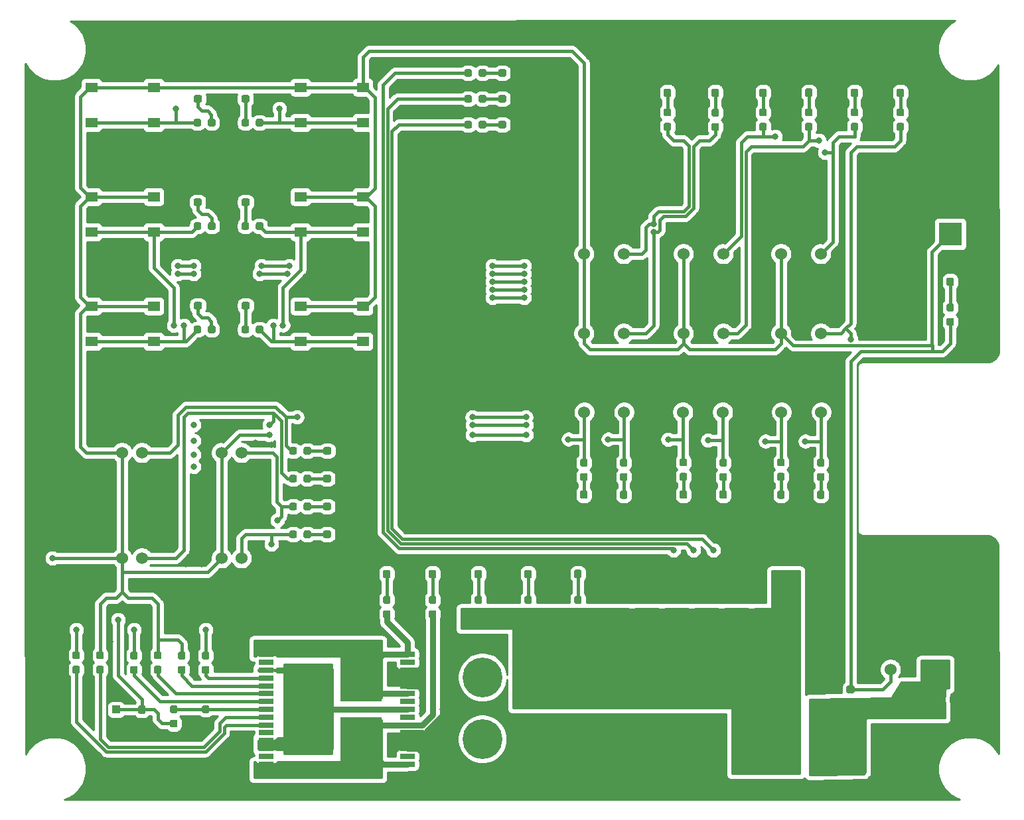
<source format=gbr>
%TF.GenerationSoftware,KiCad,Pcbnew,(5.1.4)-1*%
%TF.CreationDate,2020-11-25T20:19:59-06:00*%
%TF.ProjectId,Armboard,41726d62-6f61-4726-942e-6b696361645f,rev?*%
%TF.SameCoordinates,Original*%
%TF.FileFunction,Copper,L1,Top*%
%TF.FilePolarity,Positive*%
%FSLAX46Y46*%
G04 Gerber Fmt 4.6, Leading zero omitted, Abs format (unit mm)*
G04 Created by KiCad (PCBNEW (5.1.4)-1) date 2020-11-25 20:19:59*
%MOMM*%
%LPD*%
G04 APERTURE LIST*
%TA.AperFunction,ComponentPad*%
%ADD10C,1.600000*%
%TD*%
%TA.AperFunction,ComponentPad*%
%ADD11R,1.600000X1.600000*%
%TD*%
%TA.AperFunction,ComponentPad*%
%ADD12C,5.080000*%
%TD*%
%TA.AperFunction,ComponentPad*%
%ADD13C,1.524000*%
%TD*%
%TA.AperFunction,SMDPad,CuDef*%
%ADD14R,3.000000X3.000000*%
%TD*%
%TA.AperFunction,SMDPad,CuDef*%
%ADD15R,1.550000X1.300000*%
%TD*%
%TA.AperFunction,SMDPad,CuDef*%
%ADD16R,1.854200X0.635000*%
%TD*%
%TA.AperFunction,SMDPad,CuDef*%
%ADD17R,5.257800X6.223000*%
%TD*%
%TA.AperFunction,SMDPad,CuDef*%
%ADD18R,5.257800X10.312400*%
%TD*%
%TA.AperFunction,SMDPad,CuDef*%
%ADD19R,1.000000X1.000000*%
%TD*%
%TA.AperFunction,Conductor*%
%ADD20C,0.100000*%
%TD*%
%TA.AperFunction,SMDPad,CuDef*%
%ADD21C,0.950000*%
%TD*%
%TA.AperFunction,ViaPad*%
%ADD22C,0.800000*%
%TD*%
%TA.AperFunction,Conductor*%
%ADD23C,0.762000*%
%TD*%
%TA.AperFunction,Conductor*%
%ADD24C,0.381000*%
%TD*%
%TA.AperFunction,Conductor*%
%ADD25C,0.254000*%
%TD*%
G04 APERTURE END LIST*
D10*
%TO.P,47uF2,2*%
%TO.N,GND*%
X175474000Y-111252000D03*
D11*
%TO.P,47uF2,1*%
%TO.N,+12V*%
X172974000Y-111252000D03*
%TD*%
D10*
%TO.P,47uF1,2*%
%TO.N,GND*%
X175474000Y-118872000D03*
D11*
%TO.P,47uF1,1*%
%TO.N,+12V*%
X172974000Y-118872000D03*
%TD*%
D12*
%TO.P,Conn1,1*%
%TO.N,GND*%
X185928000Y-132080000D03*
%TO.P,Conn1,2*%
%TO.N,+12L*%
X178054000Y-132080000D03*
%TO.P,Conn1,3*%
%TO.N,+12V*%
X170180000Y-132080000D03*
%TD*%
D13*
%TO.P,U1,3*%
%TO.N,+3V3*%
X185420000Y-121920000D03*
%TO.P,U1,2*%
%TO.N,GND*%
X187960000Y-121920000D03*
%TO.P,U1,1*%
%TO.N,+12L*%
X190500000Y-121920000D03*
%TD*%
D14*
%TO.P,J1,1*%
%TO.N,+3V3*%
X193040000Y-66294000D03*
%TD*%
D12*
%TO.P,Conn4,2*%
%TO.N,+12V*%
X160020000Y-122910000D03*
%TO.P,Conn4,1*%
%TO.N,GND*%
X160020000Y-130810000D03*
%TD*%
%TO.P,Conn3,2*%
%TO.N,+12V*%
X151104000Y-122897000D03*
%TO.P,Conn3,1*%
%TO.N,GND*%
X151104000Y-130797000D03*
%TD*%
%TO.P,Conn2,2*%
%TO.N,+12V*%
X142240000Y-122910000D03*
%TO.P,Conn2,1*%
%TO.N,GND*%
X142240000Y-130810000D03*
%TD*%
D13*
%TO.P,Conn20,3*%
%TO.N,Tx_3_Tiva*%
X151433000Y-89048000D03*
%TO.P,Conn20,2*%
%TO.N,GND*%
X148893000Y-89048000D03*
%TO.P,Conn20,1*%
%TO.N,Rx_3_Tiva*%
X146353000Y-89048000D03*
%TD*%
%TO.P,Conn19,3*%
%TO.N,Tx_2_Tiva*%
X164013000Y-89048000D03*
%TO.P,Conn19,2*%
%TO.N,GND*%
X161473000Y-89048000D03*
%TO.P,Conn19,1*%
%TO.N,Rx_2_Tiva*%
X158933000Y-89048000D03*
%TD*%
%TO.P,Conn18,3*%
%TO.N,Tx_1_Tiva*%
X176593000Y-89048000D03*
%TO.P,Conn18,2*%
%TO.N,GND*%
X174053000Y-89048000D03*
%TO.P,Conn18,1*%
%TO.N,Rx_1_Tiva*%
X171513000Y-89048000D03*
%TD*%
%TO.P,Conn17,2*%
%TO.N,LS_4*%
X102616000Y-107696000D03*
%TO.P,Conn17,1*%
%TO.N,+3V3*%
X100076000Y-107696000D03*
%TD*%
%TO.P,Conn16,2*%
%TO.N,LS_3*%
X102616000Y-94234000D03*
%TO.P,Conn16,1*%
%TO.N,+3V3*%
X100076000Y-94234000D03*
%TD*%
%TO.P,Conn15,2*%
%TO.N,LS_2*%
X89916000Y-107696000D03*
%TO.P,Conn15,1*%
%TO.N,+3V3*%
X87376000Y-107696000D03*
%TD*%
%TO.P,Conn14,2*%
%TO.N,LS_1*%
X89916000Y-94234000D03*
%TO.P,Conn14,1*%
%TO.N,+3V3*%
X87376000Y-94234000D03*
%TD*%
%TO.P,Conn13,3*%
%TO.N,Enc_6_PWM*%
X176530000Y-78994000D03*
%TO.P,Conn13,2*%
%TO.N,GND*%
X173990000Y-78994000D03*
%TO.P,Conn13,1*%
%TO.N,+3V3*%
X171450000Y-78994000D03*
%TD*%
%TO.P,Conn12,3*%
%TO.N,Enc_5_PWM*%
X176530000Y-68834000D03*
%TO.P,Conn12,2*%
%TO.N,GND*%
X173990000Y-68834000D03*
%TO.P,Conn12,1*%
%TO.N,+3V3*%
X171450000Y-68834000D03*
%TD*%
%TO.P,Conn11,3*%
%TO.N,Enc_4_PWM*%
X164084000Y-78994000D03*
%TO.P,Conn11,2*%
%TO.N,GND*%
X161544000Y-78994000D03*
%TO.P,Conn11,1*%
%TO.N,+3V3*%
X159004000Y-78994000D03*
%TD*%
%TO.P,Conn10,3*%
%TO.N,Enc_3_PWM*%
X164084000Y-68834000D03*
%TO.P,Conn10,2*%
%TO.N,GND*%
X161544000Y-68834000D03*
%TO.P,Conn10,1*%
%TO.N,+3V3*%
X159004000Y-68834000D03*
%TD*%
%TO.P,Conn9,3*%
%TO.N,Enc_2_PWM*%
X151384000Y-78994000D03*
%TO.P,Conn9,2*%
%TO.N,GND*%
X148844000Y-78994000D03*
%TO.P,Conn9,1*%
%TO.N,+3V3*%
X146304000Y-78994000D03*
%TD*%
%TO.P,Conn8,3*%
%TO.N,Enc_1_PWM*%
X151384000Y-68834000D03*
%TO.P,Conn8,2*%
%TO.N,GND*%
X148844000Y-68834000D03*
%TO.P,Conn8,1*%
%TO.N,+3V3*%
X146304000Y-68834000D03*
%TD*%
D15*
%TO.P,SW6,2*%
%TO.N,Motor_6*%
X118110000Y-80010000D03*
%TO.P,SW6,1*%
%TO.N,+3V3*%
X118110000Y-75510000D03*
X110160000Y-75510000D03*
%TO.P,SW6,2*%
%TO.N,Motor_6*%
X110160000Y-80010000D03*
%TD*%
%TO.P,SW5,2*%
%TO.N,Motor_5*%
X118110000Y-66040000D03*
%TO.P,SW5,1*%
%TO.N,+3V3*%
X118110000Y-61540000D03*
X110160000Y-61540000D03*
%TO.P,SW5,2*%
%TO.N,Motor_5*%
X110160000Y-66040000D03*
%TD*%
%TO.P,SW4,2*%
%TO.N,Motor_4*%
X118110000Y-52070000D03*
%TO.P,SW4,1*%
%TO.N,+3V3*%
X118110000Y-47570000D03*
X110160000Y-47570000D03*
%TO.P,SW4,2*%
%TO.N,Motor_4*%
X110160000Y-52070000D03*
%TD*%
%TO.P,SW3,2*%
%TO.N,Motor_3*%
X91440000Y-80010000D03*
%TO.P,SW3,1*%
%TO.N,+3V3*%
X91440000Y-75510000D03*
X83490000Y-75510000D03*
%TO.P,SW3,2*%
%TO.N,Motor_3*%
X83490000Y-80010000D03*
%TD*%
%TO.P,SW2,2*%
%TO.N,Motor_2*%
X91440000Y-66040000D03*
%TO.P,SW2,1*%
%TO.N,+3V3*%
X91440000Y-61540000D03*
X83490000Y-61540000D03*
%TO.P,SW2,2*%
%TO.N,Motor_2*%
X83490000Y-66040000D03*
%TD*%
%TO.P,SW1,2*%
%TO.N,Motor_1*%
X91440000Y-52070000D03*
%TO.P,SW1,1*%
%TO.N,+3V3*%
X91440000Y-47570000D03*
X83490000Y-47570000D03*
%TO.P,SW1,2*%
%TO.N,Motor_1*%
X83490000Y-52070000D03*
%TD*%
D16*
%TO.P,Gripper_Motor1,1*%
%TO.N,/H-Bridge/Gripper1*%
X105803700Y-120000001D03*
%TO.P,Gripper_Motor1,2*%
%TO.N,Net-(Gripper_Motor1-Pad2)*%
X105803700Y-120999999D03*
%TO.P,Gripper_Motor1,3*%
%TO.N,+12V*%
X105803700Y-122000000D03*
%TO.P,Gripper_Motor1,4*%
%TO.N,Net-(Gripper_Motor1-Pad4)*%
X105803700Y-123000000D03*
%TO.P,Gripper_Motor1,5*%
%TO.N,Net-(Gripper_Motor1-Pad5)*%
X105803700Y-124000001D03*
%TO.P,Gripper_Motor1,6*%
%TO.N,Net-(Gripper_Motor1-Pad6)*%
X105803700Y-124999999D03*
%TO.P,Gripper_Motor1,7*%
%TO.N,Net-(Gripper_Motor1-Pad7)*%
X105803700Y-125999999D03*
%TO.P,Gripper_Motor1,8*%
%TO.N,Net-(Gripper_Motor1-Pad8)*%
X105803700Y-127000000D03*
%TO.P,Gripper_Motor1,9*%
%TO.N,Net-(Gripper_Motor1-Pad9)*%
X105803700Y-128000001D03*
%TO.P,Gripper_Motor1,10*%
%TO.N,Net-(Gripper_Motor1-Pad10)*%
X105803700Y-129000001D03*
%TO.P,Gripper_Motor1,11*%
%TO.N,Net-(Gripper_Motor1-Pad11)*%
X105803700Y-129999999D03*
%TO.P,Gripper_Motor1,12*%
%TO.N,+12V*%
X105803700Y-131000000D03*
%TO.P,Gripper_Motor1,13*%
X105803700Y-132000000D03*
%TO.P,Gripper_Motor1,14*%
%TO.N,Net-(Gripper_Motor1-Pad14)*%
X105803700Y-133000001D03*
%TO.P,Gripper_Motor1,15*%
%TO.N,/H-Bridge/Gripper2*%
X105803700Y-134000001D03*
%TO.P,Gripper_Motor1,16*%
X123812300Y-133999999D03*
%TO.P,Gripper_Motor1,17*%
%TO.N,Net-(Gripper_Motor1-Pad17)*%
X123812300Y-133000001D03*
%TO.P,Gripper_Motor1,18*%
%TO.N,GND*%
X123812300Y-132000000D03*
%TO.P,Gripper_Motor1,19*%
X123812300Y-131000000D03*
%TO.P,Gripper_Motor1,20*%
X123812300Y-129999999D03*
%TO.P,Gripper_Motor1,21*%
%TO.N,/H-Bridge/Gripper2*%
X123812300Y-129000001D03*
%TO.P,Gripper_Motor1,22*%
%TO.N,Net-(Gripper_Motor1-Pad22)*%
X123812300Y-128000001D03*
%TO.P,Gripper_Motor1,23*%
%TO.N,+12V*%
X123812300Y-127000000D03*
%TO.P,Gripper_Motor1,24*%
%TO.N,Net-(Gripper_Motor1-Pad24)*%
X123812300Y-125999999D03*
%TO.P,Gripper_Motor1,25*%
%TO.N,/H-Bridge/Gripper1*%
X123812300Y-124999999D03*
%TO.P,Gripper_Motor1,26*%
%TO.N,GND*%
X123812300Y-124000001D03*
%TO.P,Gripper_Motor1,27*%
X123812300Y-123000000D03*
%TO.P,Gripper_Motor1,28*%
X123812300Y-122000000D03*
%TO.P,Gripper_Motor1,29*%
%TO.N,Net-(Gripper_Motor1-Pad29)*%
X123812300Y-120999999D03*
%TO.P,Gripper_Motor1,30*%
%TO.N,/H-Bridge/Gripper1*%
X123812300Y-119999999D03*
D17*
%TO.P,Gripper_Motor1,31*%
X117856000Y-122834400D03*
D18*
%TO.P,Gripper_Motor1,32*%
%TO.N,+12V*%
X111760000Y-127000000D03*
D17*
%TO.P,Gripper_Motor1,33*%
%TO.N,/H-Bridge/Gripper2*%
X117856000Y-131165600D03*
%TD*%
D19*
%TO.P,D1,2*%
%TO.N,GND*%
X86614000Y-129540000D03*
%TO.P,D1,1*%
%TO.N,I_SENSE*%
X86614000Y-127040000D03*
%TD*%
D12*
%TO.P,Conn6,2*%
%TO.N,/H-Bridge/Gripper1*%
X133350000Y-122910000D03*
%TO.P,Conn6,1*%
%TO.N,/H-Bridge/Gripper2*%
X133350000Y-130810000D03*
%TD*%
D20*
%TO.N,GND*%
%TO.C,.1uF1*%
G36*
X152660779Y-112506144D02*
G01*
X152683834Y-112509563D01*
X152706443Y-112515227D01*
X152728387Y-112523079D01*
X152749457Y-112533044D01*
X152769448Y-112545026D01*
X152788168Y-112558910D01*
X152805438Y-112574562D01*
X152821090Y-112591832D01*
X152834974Y-112610552D01*
X152846956Y-112630543D01*
X152856921Y-112651613D01*
X152864773Y-112673557D01*
X152870437Y-112696166D01*
X152873856Y-112719221D01*
X152875000Y-112742500D01*
X152875000Y-113342500D01*
X152873856Y-113365779D01*
X152870437Y-113388834D01*
X152864773Y-113411443D01*
X152856921Y-113433387D01*
X152846956Y-113454457D01*
X152834974Y-113474448D01*
X152821090Y-113493168D01*
X152805438Y-113510438D01*
X152788168Y-113526090D01*
X152769448Y-113539974D01*
X152749457Y-113551956D01*
X152728387Y-113561921D01*
X152706443Y-113569773D01*
X152683834Y-113575437D01*
X152660779Y-113578856D01*
X152637500Y-113580000D01*
X152162500Y-113580000D01*
X152139221Y-113578856D01*
X152116166Y-113575437D01*
X152093557Y-113569773D01*
X152071613Y-113561921D01*
X152050543Y-113551956D01*
X152030552Y-113539974D01*
X152011832Y-113526090D01*
X151994562Y-113510438D01*
X151978910Y-113493168D01*
X151965026Y-113474448D01*
X151953044Y-113454457D01*
X151943079Y-113433387D01*
X151935227Y-113411443D01*
X151929563Y-113388834D01*
X151926144Y-113365779D01*
X151925000Y-113342500D01*
X151925000Y-112742500D01*
X151926144Y-112719221D01*
X151929563Y-112696166D01*
X151935227Y-112673557D01*
X151943079Y-112651613D01*
X151953044Y-112630543D01*
X151965026Y-112610552D01*
X151978910Y-112591832D01*
X151994562Y-112574562D01*
X152011832Y-112558910D01*
X152030552Y-112545026D01*
X152050543Y-112533044D01*
X152071613Y-112523079D01*
X152093557Y-112515227D01*
X152116166Y-112509563D01*
X152139221Y-112506144D01*
X152162500Y-112505000D01*
X152637500Y-112505000D01*
X152660779Y-112506144D01*
X152660779Y-112506144D01*
G37*
D21*
%TD*%
%TO.P,.1uF1,2*%
%TO.N,GND*%
X152400000Y-113042500D03*
D20*
%TO.N,+12V*%
%TO.C,.1uF1*%
G36*
X152660779Y-114231144D02*
G01*
X152683834Y-114234563D01*
X152706443Y-114240227D01*
X152728387Y-114248079D01*
X152749457Y-114258044D01*
X152769448Y-114270026D01*
X152788168Y-114283910D01*
X152805438Y-114299562D01*
X152821090Y-114316832D01*
X152834974Y-114335552D01*
X152846956Y-114355543D01*
X152856921Y-114376613D01*
X152864773Y-114398557D01*
X152870437Y-114421166D01*
X152873856Y-114444221D01*
X152875000Y-114467500D01*
X152875000Y-115067500D01*
X152873856Y-115090779D01*
X152870437Y-115113834D01*
X152864773Y-115136443D01*
X152856921Y-115158387D01*
X152846956Y-115179457D01*
X152834974Y-115199448D01*
X152821090Y-115218168D01*
X152805438Y-115235438D01*
X152788168Y-115251090D01*
X152769448Y-115264974D01*
X152749457Y-115276956D01*
X152728387Y-115286921D01*
X152706443Y-115294773D01*
X152683834Y-115300437D01*
X152660779Y-115303856D01*
X152637500Y-115305000D01*
X152162500Y-115305000D01*
X152139221Y-115303856D01*
X152116166Y-115300437D01*
X152093557Y-115294773D01*
X152071613Y-115286921D01*
X152050543Y-115276956D01*
X152030552Y-115264974D01*
X152011832Y-115251090D01*
X151994562Y-115235438D01*
X151978910Y-115218168D01*
X151965026Y-115199448D01*
X151953044Y-115179457D01*
X151943079Y-115158387D01*
X151935227Y-115136443D01*
X151929563Y-115113834D01*
X151926144Y-115090779D01*
X151925000Y-115067500D01*
X151925000Y-114467500D01*
X151926144Y-114444221D01*
X151929563Y-114421166D01*
X151935227Y-114398557D01*
X151943079Y-114376613D01*
X151953044Y-114355543D01*
X151965026Y-114335552D01*
X151978910Y-114316832D01*
X151994562Y-114299562D01*
X152011832Y-114283910D01*
X152030552Y-114270026D01*
X152050543Y-114258044D01*
X152071613Y-114248079D01*
X152093557Y-114240227D01*
X152116166Y-114234563D01*
X152139221Y-114231144D01*
X152162500Y-114230000D01*
X152637500Y-114230000D01*
X152660779Y-114231144D01*
X152660779Y-114231144D01*
G37*
D21*
%TD*%
%TO.P,.1uF1,1*%
%TO.N,+12V*%
X152400000Y-114767500D03*
D20*
%TO.N,GND*%
%TO.C,10uF1*%
G36*
X156470779Y-112506144D02*
G01*
X156493834Y-112509563D01*
X156516443Y-112515227D01*
X156538387Y-112523079D01*
X156559457Y-112533044D01*
X156579448Y-112545026D01*
X156598168Y-112558910D01*
X156615438Y-112574562D01*
X156631090Y-112591832D01*
X156644974Y-112610552D01*
X156656956Y-112630543D01*
X156666921Y-112651613D01*
X156674773Y-112673557D01*
X156680437Y-112696166D01*
X156683856Y-112719221D01*
X156685000Y-112742500D01*
X156685000Y-113342500D01*
X156683856Y-113365779D01*
X156680437Y-113388834D01*
X156674773Y-113411443D01*
X156666921Y-113433387D01*
X156656956Y-113454457D01*
X156644974Y-113474448D01*
X156631090Y-113493168D01*
X156615438Y-113510438D01*
X156598168Y-113526090D01*
X156579448Y-113539974D01*
X156559457Y-113551956D01*
X156538387Y-113561921D01*
X156516443Y-113569773D01*
X156493834Y-113575437D01*
X156470779Y-113578856D01*
X156447500Y-113580000D01*
X155972500Y-113580000D01*
X155949221Y-113578856D01*
X155926166Y-113575437D01*
X155903557Y-113569773D01*
X155881613Y-113561921D01*
X155860543Y-113551956D01*
X155840552Y-113539974D01*
X155821832Y-113526090D01*
X155804562Y-113510438D01*
X155788910Y-113493168D01*
X155775026Y-113474448D01*
X155763044Y-113454457D01*
X155753079Y-113433387D01*
X155745227Y-113411443D01*
X155739563Y-113388834D01*
X155736144Y-113365779D01*
X155735000Y-113342500D01*
X155735000Y-112742500D01*
X155736144Y-112719221D01*
X155739563Y-112696166D01*
X155745227Y-112673557D01*
X155753079Y-112651613D01*
X155763044Y-112630543D01*
X155775026Y-112610552D01*
X155788910Y-112591832D01*
X155804562Y-112574562D01*
X155821832Y-112558910D01*
X155840552Y-112545026D01*
X155860543Y-112533044D01*
X155881613Y-112523079D01*
X155903557Y-112515227D01*
X155926166Y-112509563D01*
X155949221Y-112506144D01*
X155972500Y-112505000D01*
X156447500Y-112505000D01*
X156470779Y-112506144D01*
X156470779Y-112506144D01*
G37*
D21*
%TD*%
%TO.P,10uF1,2*%
%TO.N,GND*%
X156210000Y-113042500D03*
D20*
%TO.N,+12V*%
%TO.C,10uF1*%
G36*
X156470779Y-114231144D02*
G01*
X156493834Y-114234563D01*
X156516443Y-114240227D01*
X156538387Y-114248079D01*
X156559457Y-114258044D01*
X156579448Y-114270026D01*
X156598168Y-114283910D01*
X156615438Y-114299562D01*
X156631090Y-114316832D01*
X156644974Y-114335552D01*
X156656956Y-114355543D01*
X156666921Y-114376613D01*
X156674773Y-114398557D01*
X156680437Y-114421166D01*
X156683856Y-114444221D01*
X156685000Y-114467500D01*
X156685000Y-115067500D01*
X156683856Y-115090779D01*
X156680437Y-115113834D01*
X156674773Y-115136443D01*
X156666921Y-115158387D01*
X156656956Y-115179457D01*
X156644974Y-115199448D01*
X156631090Y-115218168D01*
X156615438Y-115235438D01*
X156598168Y-115251090D01*
X156579448Y-115264974D01*
X156559457Y-115276956D01*
X156538387Y-115286921D01*
X156516443Y-115294773D01*
X156493834Y-115300437D01*
X156470779Y-115303856D01*
X156447500Y-115305000D01*
X155972500Y-115305000D01*
X155949221Y-115303856D01*
X155926166Y-115300437D01*
X155903557Y-115294773D01*
X155881613Y-115286921D01*
X155860543Y-115276956D01*
X155840552Y-115264974D01*
X155821832Y-115251090D01*
X155804562Y-115235438D01*
X155788910Y-115218168D01*
X155775026Y-115199448D01*
X155763044Y-115179457D01*
X155753079Y-115158387D01*
X155745227Y-115136443D01*
X155739563Y-115113834D01*
X155736144Y-115090779D01*
X155735000Y-115067500D01*
X155735000Y-114467500D01*
X155736144Y-114444221D01*
X155739563Y-114421166D01*
X155745227Y-114398557D01*
X155753079Y-114376613D01*
X155763044Y-114355543D01*
X155775026Y-114335552D01*
X155788910Y-114316832D01*
X155804562Y-114299562D01*
X155821832Y-114283910D01*
X155840552Y-114270026D01*
X155860543Y-114258044D01*
X155881613Y-114248079D01*
X155903557Y-114240227D01*
X155926166Y-114234563D01*
X155949221Y-114231144D01*
X155972500Y-114230000D01*
X156447500Y-114230000D01*
X156470779Y-114231144D01*
X156470779Y-114231144D01*
G37*
D21*
%TD*%
%TO.P,10uF1,1*%
%TO.N,+12V*%
X156210000Y-114767500D03*
D20*
%TO.N,GND*%
%TO.C,10uF2*%
G36*
X160280779Y-112506144D02*
G01*
X160303834Y-112509563D01*
X160326443Y-112515227D01*
X160348387Y-112523079D01*
X160369457Y-112533044D01*
X160389448Y-112545026D01*
X160408168Y-112558910D01*
X160425438Y-112574562D01*
X160441090Y-112591832D01*
X160454974Y-112610552D01*
X160466956Y-112630543D01*
X160476921Y-112651613D01*
X160484773Y-112673557D01*
X160490437Y-112696166D01*
X160493856Y-112719221D01*
X160495000Y-112742500D01*
X160495000Y-113342500D01*
X160493856Y-113365779D01*
X160490437Y-113388834D01*
X160484773Y-113411443D01*
X160476921Y-113433387D01*
X160466956Y-113454457D01*
X160454974Y-113474448D01*
X160441090Y-113493168D01*
X160425438Y-113510438D01*
X160408168Y-113526090D01*
X160389448Y-113539974D01*
X160369457Y-113551956D01*
X160348387Y-113561921D01*
X160326443Y-113569773D01*
X160303834Y-113575437D01*
X160280779Y-113578856D01*
X160257500Y-113580000D01*
X159782500Y-113580000D01*
X159759221Y-113578856D01*
X159736166Y-113575437D01*
X159713557Y-113569773D01*
X159691613Y-113561921D01*
X159670543Y-113551956D01*
X159650552Y-113539974D01*
X159631832Y-113526090D01*
X159614562Y-113510438D01*
X159598910Y-113493168D01*
X159585026Y-113474448D01*
X159573044Y-113454457D01*
X159563079Y-113433387D01*
X159555227Y-113411443D01*
X159549563Y-113388834D01*
X159546144Y-113365779D01*
X159545000Y-113342500D01*
X159545000Y-112742500D01*
X159546144Y-112719221D01*
X159549563Y-112696166D01*
X159555227Y-112673557D01*
X159563079Y-112651613D01*
X159573044Y-112630543D01*
X159585026Y-112610552D01*
X159598910Y-112591832D01*
X159614562Y-112574562D01*
X159631832Y-112558910D01*
X159650552Y-112545026D01*
X159670543Y-112533044D01*
X159691613Y-112523079D01*
X159713557Y-112515227D01*
X159736166Y-112509563D01*
X159759221Y-112506144D01*
X159782500Y-112505000D01*
X160257500Y-112505000D01*
X160280779Y-112506144D01*
X160280779Y-112506144D01*
G37*
D21*
%TD*%
%TO.P,10uF2,2*%
%TO.N,GND*%
X160020000Y-113042500D03*
D20*
%TO.N,+12V*%
%TO.C,10uF2*%
G36*
X160280779Y-114231144D02*
G01*
X160303834Y-114234563D01*
X160326443Y-114240227D01*
X160348387Y-114248079D01*
X160369457Y-114258044D01*
X160389448Y-114270026D01*
X160408168Y-114283910D01*
X160425438Y-114299562D01*
X160441090Y-114316832D01*
X160454974Y-114335552D01*
X160466956Y-114355543D01*
X160476921Y-114376613D01*
X160484773Y-114398557D01*
X160490437Y-114421166D01*
X160493856Y-114444221D01*
X160495000Y-114467500D01*
X160495000Y-115067500D01*
X160493856Y-115090779D01*
X160490437Y-115113834D01*
X160484773Y-115136443D01*
X160476921Y-115158387D01*
X160466956Y-115179457D01*
X160454974Y-115199448D01*
X160441090Y-115218168D01*
X160425438Y-115235438D01*
X160408168Y-115251090D01*
X160389448Y-115264974D01*
X160369457Y-115276956D01*
X160348387Y-115286921D01*
X160326443Y-115294773D01*
X160303834Y-115300437D01*
X160280779Y-115303856D01*
X160257500Y-115305000D01*
X159782500Y-115305000D01*
X159759221Y-115303856D01*
X159736166Y-115300437D01*
X159713557Y-115294773D01*
X159691613Y-115286921D01*
X159670543Y-115276956D01*
X159650552Y-115264974D01*
X159631832Y-115251090D01*
X159614562Y-115235438D01*
X159598910Y-115218168D01*
X159585026Y-115199448D01*
X159573044Y-115179457D01*
X159563079Y-115158387D01*
X159555227Y-115136443D01*
X159549563Y-115113834D01*
X159546144Y-115090779D01*
X159545000Y-115067500D01*
X159545000Y-114467500D01*
X159546144Y-114444221D01*
X159549563Y-114421166D01*
X159555227Y-114398557D01*
X159563079Y-114376613D01*
X159573044Y-114355543D01*
X159585026Y-114335552D01*
X159598910Y-114316832D01*
X159614562Y-114299562D01*
X159631832Y-114283910D01*
X159650552Y-114270026D01*
X159670543Y-114258044D01*
X159691613Y-114248079D01*
X159713557Y-114240227D01*
X159736166Y-114234563D01*
X159759221Y-114231144D01*
X159782500Y-114230000D01*
X160257500Y-114230000D01*
X160280779Y-114231144D01*
X160280779Y-114231144D01*
G37*
D21*
%TD*%
%TO.P,10uF2,1*%
%TO.N,+12V*%
X160020000Y-114767500D03*
D20*
%TO.N,GND*%
%TO.C,10uF3*%
G36*
X164090779Y-112506144D02*
G01*
X164113834Y-112509563D01*
X164136443Y-112515227D01*
X164158387Y-112523079D01*
X164179457Y-112533044D01*
X164199448Y-112545026D01*
X164218168Y-112558910D01*
X164235438Y-112574562D01*
X164251090Y-112591832D01*
X164264974Y-112610552D01*
X164276956Y-112630543D01*
X164286921Y-112651613D01*
X164294773Y-112673557D01*
X164300437Y-112696166D01*
X164303856Y-112719221D01*
X164305000Y-112742500D01*
X164305000Y-113342500D01*
X164303856Y-113365779D01*
X164300437Y-113388834D01*
X164294773Y-113411443D01*
X164286921Y-113433387D01*
X164276956Y-113454457D01*
X164264974Y-113474448D01*
X164251090Y-113493168D01*
X164235438Y-113510438D01*
X164218168Y-113526090D01*
X164199448Y-113539974D01*
X164179457Y-113551956D01*
X164158387Y-113561921D01*
X164136443Y-113569773D01*
X164113834Y-113575437D01*
X164090779Y-113578856D01*
X164067500Y-113580000D01*
X163592500Y-113580000D01*
X163569221Y-113578856D01*
X163546166Y-113575437D01*
X163523557Y-113569773D01*
X163501613Y-113561921D01*
X163480543Y-113551956D01*
X163460552Y-113539974D01*
X163441832Y-113526090D01*
X163424562Y-113510438D01*
X163408910Y-113493168D01*
X163395026Y-113474448D01*
X163383044Y-113454457D01*
X163373079Y-113433387D01*
X163365227Y-113411443D01*
X163359563Y-113388834D01*
X163356144Y-113365779D01*
X163355000Y-113342500D01*
X163355000Y-112742500D01*
X163356144Y-112719221D01*
X163359563Y-112696166D01*
X163365227Y-112673557D01*
X163373079Y-112651613D01*
X163383044Y-112630543D01*
X163395026Y-112610552D01*
X163408910Y-112591832D01*
X163424562Y-112574562D01*
X163441832Y-112558910D01*
X163460552Y-112545026D01*
X163480543Y-112533044D01*
X163501613Y-112523079D01*
X163523557Y-112515227D01*
X163546166Y-112509563D01*
X163569221Y-112506144D01*
X163592500Y-112505000D01*
X164067500Y-112505000D01*
X164090779Y-112506144D01*
X164090779Y-112506144D01*
G37*
D21*
%TD*%
%TO.P,10uF3,2*%
%TO.N,GND*%
X163830000Y-113042500D03*
D20*
%TO.N,+12V*%
%TO.C,10uF3*%
G36*
X164090779Y-114231144D02*
G01*
X164113834Y-114234563D01*
X164136443Y-114240227D01*
X164158387Y-114248079D01*
X164179457Y-114258044D01*
X164199448Y-114270026D01*
X164218168Y-114283910D01*
X164235438Y-114299562D01*
X164251090Y-114316832D01*
X164264974Y-114335552D01*
X164276956Y-114355543D01*
X164286921Y-114376613D01*
X164294773Y-114398557D01*
X164300437Y-114421166D01*
X164303856Y-114444221D01*
X164305000Y-114467500D01*
X164305000Y-115067500D01*
X164303856Y-115090779D01*
X164300437Y-115113834D01*
X164294773Y-115136443D01*
X164286921Y-115158387D01*
X164276956Y-115179457D01*
X164264974Y-115199448D01*
X164251090Y-115218168D01*
X164235438Y-115235438D01*
X164218168Y-115251090D01*
X164199448Y-115264974D01*
X164179457Y-115276956D01*
X164158387Y-115286921D01*
X164136443Y-115294773D01*
X164113834Y-115300437D01*
X164090779Y-115303856D01*
X164067500Y-115305000D01*
X163592500Y-115305000D01*
X163569221Y-115303856D01*
X163546166Y-115300437D01*
X163523557Y-115294773D01*
X163501613Y-115286921D01*
X163480543Y-115276956D01*
X163460552Y-115264974D01*
X163441832Y-115251090D01*
X163424562Y-115235438D01*
X163408910Y-115218168D01*
X163395026Y-115199448D01*
X163383044Y-115179457D01*
X163373079Y-115158387D01*
X163365227Y-115136443D01*
X163359563Y-115113834D01*
X163356144Y-115090779D01*
X163355000Y-115067500D01*
X163355000Y-114467500D01*
X163356144Y-114444221D01*
X163359563Y-114421166D01*
X163365227Y-114398557D01*
X163373079Y-114376613D01*
X163383044Y-114355543D01*
X163395026Y-114335552D01*
X163408910Y-114316832D01*
X163424562Y-114299562D01*
X163441832Y-114283910D01*
X163460552Y-114270026D01*
X163480543Y-114258044D01*
X163501613Y-114248079D01*
X163523557Y-114240227D01*
X163546166Y-114234563D01*
X163569221Y-114231144D01*
X163592500Y-114230000D01*
X164067500Y-114230000D01*
X164090779Y-114231144D01*
X164090779Y-114231144D01*
G37*
D21*
%TD*%
%TO.P,10uF3,1*%
%TO.N,+12V*%
X163830000Y-114767500D03*
D20*
%TO.N,GND*%
%TO.C,10uF4*%
G36*
X167900779Y-112506144D02*
G01*
X167923834Y-112509563D01*
X167946443Y-112515227D01*
X167968387Y-112523079D01*
X167989457Y-112533044D01*
X168009448Y-112545026D01*
X168028168Y-112558910D01*
X168045438Y-112574562D01*
X168061090Y-112591832D01*
X168074974Y-112610552D01*
X168086956Y-112630543D01*
X168096921Y-112651613D01*
X168104773Y-112673557D01*
X168110437Y-112696166D01*
X168113856Y-112719221D01*
X168115000Y-112742500D01*
X168115000Y-113342500D01*
X168113856Y-113365779D01*
X168110437Y-113388834D01*
X168104773Y-113411443D01*
X168096921Y-113433387D01*
X168086956Y-113454457D01*
X168074974Y-113474448D01*
X168061090Y-113493168D01*
X168045438Y-113510438D01*
X168028168Y-113526090D01*
X168009448Y-113539974D01*
X167989457Y-113551956D01*
X167968387Y-113561921D01*
X167946443Y-113569773D01*
X167923834Y-113575437D01*
X167900779Y-113578856D01*
X167877500Y-113580000D01*
X167402500Y-113580000D01*
X167379221Y-113578856D01*
X167356166Y-113575437D01*
X167333557Y-113569773D01*
X167311613Y-113561921D01*
X167290543Y-113551956D01*
X167270552Y-113539974D01*
X167251832Y-113526090D01*
X167234562Y-113510438D01*
X167218910Y-113493168D01*
X167205026Y-113474448D01*
X167193044Y-113454457D01*
X167183079Y-113433387D01*
X167175227Y-113411443D01*
X167169563Y-113388834D01*
X167166144Y-113365779D01*
X167165000Y-113342500D01*
X167165000Y-112742500D01*
X167166144Y-112719221D01*
X167169563Y-112696166D01*
X167175227Y-112673557D01*
X167183079Y-112651613D01*
X167193044Y-112630543D01*
X167205026Y-112610552D01*
X167218910Y-112591832D01*
X167234562Y-112574562D01*
X167251832Y-112558910D01*
X167270552Y-112545026D01*
X167290543Y-112533044D01*
X167311613Y-112523079D01*
X167333557Y-112515227D01*
X167356166Y-112509563D01*
X167379221Y-112506144D01*
X167402500Y-112505000D01*
X167877500Y-112505000D01*
X167900779Y-112506144D01*
X167900779Y-112506144D01*
G37*
D21*
%TD*%
%TO.P,10uF4,2*%
%TO.N,GND*%
X167640000Y-113042500D03*
D20*
%TO.N,+12V*%
%TO.C,10uF4*%
G36*
X167900779Y-114231144D02*
G01*
X167923834Y-114234563D01*
X167946443Y-114240227D01*
X167968387Y-114248079D01*
X167989457Y-114258044D01*
X168009448Y-114270026D01*
X168028168Y-114283910D01*
X168045438Y-114299562D01*
X168061090Y-114316832D01*
X168074974Y-114335552D01*
X168086956Y-114355543D01*
X168096921Y-114376613D01*
X168104773Y-114398557D01*
X168110437Y-114421166D01*
X168113856Y-114444221D01*
X168115000Y-114467500D01*
X168115000Y-115067500D01*
X168113856Y-115090779D01*
X168110437Y-115113834D01*
X168104773Y-115136443D01*
X168096921Y-115158387D01*
X168086956Y-115179457D01*
X168074974Y-115199448D01*
X168061090Y-115218168D01*
X168045438Y-115235438D01*
X168028168Y-115251090D01*
X168009448Y-115264974D01*
X167989457Y-115276956D01*
X167968387Y-115286921D01*
X167946443Y-115294773D01*
X167923834Y-115300437D01*
X167900779Y-115303856D01*
X167877500Y-115305000D01*
X167402500Y-115305000D01*
X167379221Y-115303856D01*
X167356166Y-115300437D01*
X167333557Y-115294773D01*
X167311613Y-115286921D01*
X167290543Y-115276956D01*
X167270552Y-115264974D01*
X167251832Y-115251090D01*
X167234562Y-115235438D01*
X167218910Y-115218168D01*
X167205026Y-115199448D01*
X167193044Y-115179457D01*
X167183079Y-115158387D01*
X167175227Y-115136443D01*
X167169563Y-115113834D01*
X167166144Y-115090779D01*
X167165000Y-115067500D01*
X167165000Y-114467500D01*
X167166144Y-114444221D01*
X167169563Y-114421166D01*
X167175227Y-114398557D01*
X167183079Y-114376613D01*
X167193044Y-114355543D01*
X167205026Y-114335552D01*
X167218910Y-114316832D01*
X167234562Y-114299562D01*
X167251832Y-114283910D01*
X167270552Y-114270026D01*
X167290543Y-114258044D01*
X167311613Y-114248079D01*
X167333557Y-114240227D01*
X167356166Y-114234563D01*
X167379221Y-114231144D01*
X167402500Y-114230000D01*
X167877500Y-114230000D01*
X167900779Y-114231144D01*
X167900779Y-114231144D01*
G37*
D21*
%TD*%
%TO.P,10uF4,1*%
%TO.N,+12V*%
X167640000Y-114767500D03*
D20*
%TO.N,GND*%
%TO.C,C1*%
G36*
X90176779Y-128229144D02*
G01*
X90199834Y-128232563D01*
X90222443Y-128238227D01*
X90244387Y-128246079D01*
X90265457Y-128256044D01*
X90285448Y-128268026D01*
X90304168Y-128281910D01*
X90321438Y-128297562D01*
X90337090Y-128314832D01*
X90350974Y-128333552D01*
X90362956Y-128353543D01*
X90372921Y-128374613D01*
X90380773Y-128396557D01*
X90386437Y-128419166D01*
X90389856Y-128442221D01*
X90391000Y-128465500D01*
X90391000Y-129065500D01*
X90389856Y-129088779D01*
X90386437Y-129111834D01*
X90380773Y-129134443D01*
X90372921Y-129156387D01*
X90362956Y-129177457D01*
X90350974Y-129197448D01*
X90337090Y-129216168D01*
X90321438Y-129233438D01*
X90304168Y-129249090D01*
X90285448Y-129262974D01*
X90265457Y-129274956D01*
X90244387Y-129284921D01*
X90222443Y-129292773D01*
X90199834Y-129298437D01*
X90176779Y-129301856D01*
X90153500Y-129303000D01*
X89678500Y-129303000D01*
X89655221Y-129301856D01*
X89632166Y-129298437D01*
X89609557Y-129292773D01*
X89587613Y-129284921D01*
X89566543Y-129274956D01*
X89546552Y-129262974D01*
X89527832Y-129249090D01*
X89510562Y-129233438D01*
X89494910Y-129216168D01*
X89481026Y-129197448D01*
X89469044Y-129177457D01*
X89459079Y-129156387D01*
X89451227Y-129134443D01*
X89445563Y-129111834D01*
X89442144Y-129088779D01*
X89441000Y-129065500D01*
X89441000Y-128465500D01*
X89442144Y-128442221D01*
X89445563Y-128419166D01*
X89451227Y-128396557D01*
X89459079Y-128374613D01*
X89469044Y-128353543D01*
X89481026Y-128333552D01*
X89494910Y-128314832D01*
X89510562Y-128297562D01*
X89527832Y-128281910D01*
X89546552Y-128268026D01*
X89566543Y-128256044D01*
X89587613Y-128246079D01*
X89609557Y-128238227D01*
X89632166Y-128232563D01*
X89655221Y-128229144D01*
X89678500Y-128228000D01*
X90153500Y-128228000D01*
X90176779Y-128229144D01*
X90176779Y-128229144D01*
G37*
D21*
%TD*%
%TO.P,C1,2*%
%TO.N,GND*%
X89916000Y-128765500D03*
D20*
%TO.N,I_SENSE*%
%TO.C,C1*%
G36*
X90176779Y-126504144D02*
G01*
X90199834Y-126507563D01*
X90222443Y-126513227D01*
X90244387Y-126521079D01*
X90265457Y-126531044D01*
X90285448Y-126543026D01*
X90304168Y-126556910D01*
X90321438Y-126572562D01*
X90337090Y-126589832D01*
X90350974Y-126608552D01*
X90362956Y-126628543D01*
X90372921Y-126649613D01*
X90380773Y-126671557D01*
X90386437Y-126694166D01*
X90389856Y-126717221D01*
X90391000Y-126740500D01*
X90391000Y-127340500D01*
X90389856Y-127363779D01*
X90386437Y-127386834D01*
X90380773Y-127409443D01*
X90372921Y-127431387D01*
X90362956Y-127452457D01*
X90350974Y-127472448D01*
X90337090Y-127491168D01*
X90321438Y-127508438D01*
X90304168Y-127524090D01*
X90285448Y-127537974D01*
X90265457Y-127549956D01*
X90244387Y-127559921D01*
X90222443Y-127567773D01*
X90199834Y-127573437D01*
X90176779Y-127576856D01*
X90153500Y-127578000D01*
X89678500Y-127578000D01*
X89655221Y-127576856D01*
X89632166Y-127573437D01*
X89609557Y-127567773D01*
X89587613Y-127559921D01*
X89566543Y-127549956D01*
X89546552Y-127537974D01*
X89527832Y-127524090D01*
X89510562Y-127508438D01*
X89494910Y-127491168D01*
X89481026Y-127472448D01*
X89469044Y-127452457D01*
X89459079Y-127431387D01*
X89451227Y-127409443D01*
X89445563Y-127386834D01*
X89442144Y-127363779D01*
X89441000Y-127340500D01*
X89441000Y-126740500D01*
X89442144Y-126717221D01*
X89445563Y-126694166D01*
X89451227Y-126671557D01*
X89459079Y-126649613D01*
X89469044Y-126628543D01*
X89481026Y-126608552D01*
X89494910Y-126589832D01*
X89510562Y-126572562D01*
X89527832Y-126556910D01*
X89546552Y-126543026D01*
X89566543Y-126531044D01*
X89587613Y-126521079D01*
X89609557Y-126513227D01*
X89632166Y-126507563D01*
X89655221Y-126504144D01*
X89678500Y-126503000D01*
X90153500Y-126503000D01*
X90176779Y-126504144D01*
X90176779Y-126504144D01*
G37*
D21*
%TD*%
%TO.P,C1,1*%
%TO.N,I_SENSE*%
X89916000Y-127040500D03*
D20*
%TO.N,GND*%
%TO.C,C2*%
G36*
X193830779Y-125256144D02*
G01*
X193853834Y-125259563D01*
X193876443Y-125265227D01*
X193898387Y-125273079D01*
X193919457Y-125283044D01*
X193939448Y-125295026D01*
X193958168Y-125308910D01*
X193975438Y-125324562D01*
X193991090Y-125341832D01*
X194004974Y-125360552D01*
X194016956Y-125380543D01*
X194026921Y-125401613D01*
X194034773Y-125423557D01*
X194040437Y-125446166D01*
X194043856Y-125469221D01*
X194045000Y-125492500D01*
X194045000Y-125967500D01*
X194043856Y-125990779D01*
X194040437Y-126013834D01*
X194034773Y-126036443D01*
X194026921Y-126058387D01*
X194016956Y-126079457D01*
X194004974Y-126099448D01*
X193991090Y-126118168D01*
X193975438Y-126135438D01*
X193958168Y-126151090D01*
X193939448Y-126164974D01*
X193919457Y-126176956D01*
X193898387Y-126186921D01*
X193876443Y-126194773D01*
X193853834Y-126200437D01*
X193830779Y-126203856D01*
X193807500Y-126205000D01*
X193207500Y-126205000D01*
X193184221Y-126203856D01*
X193161166Y-126200437D01*
X193138557Y-126194773D01*
X193116613Y-126186921D01*
X193095543Y-126176956D01*
X193075552Y-126164974D01*
X193056832Y-126151090D01*
X193039562Y-126135438D01*
X193023910Y-126118168D01*
X193010026Y-126099448D01*
X192998044Y-126079457D01*
X192988079Y-126058387D01*
X192980227Y-126036443D01*
X192974563Y-126013834D01*
X192971144Y-125990779D01*
X192970000Y-125967500D01*
X192970000Y-125492500D01*
X192971144Y-125469221D01*
X192974563Y-125446166D01*
X192980227Y-125423557D01*
X192988079Y-125401613D01*
X192998044Y-125380543D01*
X193010026Y-125360552D01*
X193023910Y-125341832D01*
X193039562Y-125324562D01*
X193056832Y-125308910D01*
X193075552Y-125295026D01*
X193095543Y-125283044D01*
X193116613Y-125273079D01*
X193138557Y-125265227D01*
X193161166Y-125259563D01*
X193184221Y-125256144D01*
X193207500Y-125255000D01*
X193807500Y-125255000D01*
X193830779Y-125256144D01*
X193830779Y-125256144D01*
G37*
D21*
%TD*%
%TO.P,C2,2*%
%TO.N,GND*%
X193507500Y-125730000D03*
D20*
%TO.N,+12L*%
%TO.C,C2*%
G36*
X192105779Y-125256144D02*
G01*
X192128834Y-125259563D01*
X192151443Y-125265227D01*
X192173387Y-125273079D01*
X192194457Y-125283044D01*
X192214448Y-125295026D01*
X192233168Y-125308910D01*
X192250438Y-125324562D01*
X192266090Y-125341832D01*
X192279974Y-125360552D01*
X192291956Y-125380543D01*
X192301921Y-125401613D01*
X192309773Y-125423557D01*
X192315437Y-125446166D01*
X192318856Y-125469221D01*
X192320000Y-125492500D01*
X192320000Y-125967500D01*
X192318856Y-125990779D01*
X192315437Y-126013834D01*
X192309773Y-126036443D01*
X192301921Y-126058387D01*
X192291956Y-126079457D01*
X192279974Y-126099448D01*
X192266090Y-126118168D01*
X192250438Y-126135438D01*
X192233168Y-126151090D01*
X192214448Y-126164974D01*
X192194457Y-126176956D01*
X192173387Y-126186921D01*
X192151443Y-126194773D01*
X192128834Y-126200437D01*
X192105779Y-126203856D01*
X192082500Y-126205000D01*
X191482500Y-126205000D01*
X191459221Y-126203856D01*
X191436166Y-126200437D01*
X191413557Y-126194773D01*
X191391613Y-126186921D01*
X191370543Y-126176956D01*
X191350552Y-126164974D01*
X191331832Y-126151090D01*
X191314562Y-126135438D01*
X191298910Y-126118168D01*
X191285026Y-126099448D01*
X191273044Y-126079457D01*
X191263079Y-126058387D01*
X191255227Y-126036443D01*
X191249563Y-126013834D01*
X191246144Y-125990779D01*
X191245000Y-125967500D01*
X191245000Y-125492500D01*
X191246144Y-125469221D01*
X191249563Y-125446166D01*
X191255227Y-125423557D01*
X191263079Y-125401613D01*
X191273044Y-125380543D01*
X191285026Y-125360552D01*
X191298910Y-125341832D01*
X191314562Y-125324562D01*
X191331832Y-125308910D01*
X191350552Y-125295026D01*
X191370543Y-125283044D01*
X191391613Y-125273079D01*
X191413557Y-125265227D01*
X191436166Y-125259563D01*
X191459221Y-125256144D01*
X191482500Y-125255000D01*
X192082500Y-125255000D01*
X192105779Y-125256144D01*
X192105779Y-125256144D01*
G37*
D21*
%TD*%
%TO.P,C2,1*%
%TO.N,+12L*%
X191782500Y-125730000D03*
D20*
%TO.N,GND*%
%TO.C,C3*%
G36*
X178925779Y-123986144D02*
G01*
X178948834Y-123989563D01*
X178971443Y-123995227D01*
X178993387Y-124003079D01*
X179014457Y-124013044D01*
X179034448Y-124025026D01*
X179053168Y-124038910D01*
X179070438Y-124054562D01*
X179086090Y-124071832D01*
X179099974Y-124090552D01*
X179111956Y-124110543D01*
X179121921Y-124131613D01*
X179129773Y-124153557D01*
X179135437Y-124176166D01*
X179138856Y-124199221D01*
X179140000Y-124222500D01*
X179140000Y-124697500D01*
X179138856Y-124720779D01*
X179135437Y-124743834D01*
X179129773Y-124766443D01*
X179121921Y-124788387D01*
X179111956Y-124809457D01*
X179099974Y-124829448D01*
X179086090Y-124848168D01*
X179070438Y-124865438D01*
X179053168Y-124881090D01*
X179034448Y-124894974D01*
X179014457Y-124906956D01*
X178993387Y-124916921D01*
X178971443Y-124924773D01*
X178948834Y-124930437D01*
X178925779Y-124933856D01*
X178902500Y-124935000D01*
X178302500Y-124935000D01*
X178279221Y-124933856D01*
X178256166Y-124930437D01*
X178233557Y-124924773D01*
X178211613Y-124916921D01*
X178190543Y-124906956D01*
X178170552Y-124894974D01*
X178151832Y-124881090D01*
X178134562Y-124865438D01*
X178118910Y-124848168D01*
X178105026Y-124829448D01*
X178093044Y-124809457D01*
X178083079Y-124788387D01*
X178075227Y-124766443D01*
X178069563Y-124743834D01*
X178066144Y-124720779D01*
X178065000Y-124697500D01*
X178065000Y-124222500D01*
X178066144Y-124199221D01*
X178069563Y-124176166D01*
X178075227Y-124153557D01*
X178083079Y-124131613D01*
X178093044Y-124110543D01*
X178105026Y-124090552D01*
X178118910Y-124071832D01*
X178134562Y-124054562D01*
X178151832Y-124038910D01*
X178170552Y-124025026D01*
X178190543Y-124013044D01*
X178211613Y-124003079D01*
X178233557Y-123995227D01*
X178256166Y-123989563D01*
X178279221Y-123986144D01*
X178302500Y-123985000D01*
X178902500Y-123985000D01*
X178925779Y-123986144D01*
X178925779Y-123986144D01*
G37*
D21*
%TD*%
%TO.P,C3,2*%
%TO.N,GND*%
X178602500Y-124460000D03*
D20*
%TO.N,+3V3*%
%TO.C,C3*%
G36*
X180650779Y-123986144D02*
G01*
X180673834Y-123989563D01*
X180696443Y-123995227D01*
X180718387Y-124003079D01*
X180739457Y-124013044D01*
X180759448Y-124025026D01*
X180778168Y-124038910D01*
X180795438Y-124054562D01*
X180811090Y-124071832D01*
X180824974Y-124090552D01*
X180836956Y-124110543D01*
X180846921Y-124131613D01*
X180854773Y-124153557D01*
X180860437Y-124176166D01*
X180863856Y-124199221D01*
X180865000Y-124222500D01*
X180865000Y-124697500D01*
X180863856Y-124720779D01*
X180860437Y-124743834D01*
X180854773Y-124766443D01*
X180846921Y-124788387D01*
X180836956Y-124809457D01*
X180824974Y-124829448D01*
X180811090Y-124848168D01*
X180795438Y-124865438D01*
X180778168Y-124881090D01*
X180759448Y-124894974D01*
X180739457Y-124906956D01*
X180718387Y-124916921D01*
X180696443Y-124924773D01*
X180673834Y-124930437D01*
X180650779Y-124933856D01*
X180627500Y-124935000D01*
X180027500Y-124935000D01*
X180004221Y-124933856D01*
X179981166Y-124930437D01*
X179958557Y-124924773D01*
X179936613Y-124916921D01*
X179915543Y-124906956D01*
X179895552Y-124894974D01*
X179876832Y-124881090D01*
X179859562Y-124865438D01*
X179843910Y-124848168D01*
X179830026Y-124829448D01*
X179818044Y-124809457D01*
X179808079Y-124788387D01*
X179800227Y-124766443D01*
X179794563Y-124743834D01*
X179791144Y-124720779D01*
X179790000Y-124697500D01*
X179790000Y-124222500D01*
X179791144Y-124199221D01*
X179794563Y-124176166D01*
X179800227Y-124153557D01*
X179808079Y-124131613D01*
X179818044Y-124110543D01*
X179830026Y-124090552D01*
X179843910Y-124071832D01*
X179859562Y-124054562D01*
X179876832Y-124038910D01*
X179895552Y-124025026D01*
X179915543Y-124013044D01*
X179936613Y-124003079D01*
X179958557Y-123995227D01*
X179981166Y-123989563D01*
X180004221Y-123986144D01*
X180027500Y-123985000D01*
X180627500Y-123985000D01*
X180650779Y-123986144D01*
X180650779Y-123986144D01*
G37*
D21*
%TD*%
%TO.P,C3,1*%
%TO.N,+3V3*%
X180327500Y-124460000D03*
D20*
%TO.N,Net-(D2-Pad2)*%
%TO.C,D2*%
G36*
X121418779Y-109204144D02*
G01*
X121441834Y-109207563D01*
X121464443Y-109213227D01*
X121486387Y-109221079D01*
X121507457Y-109231044D01*
X121527448Y-109243026D01*
X121546168Y-109256910D01*
X121563438Y-109272562D01*
X121579090Y-109289832D01*
X121592974Y-109308552D01*
X121604956Y-109328543D01*
X121614921Y-109349613D01*
X121622773Y-109371557D01*
X121628437Y-109394166D01*
X121631856Y-109417221D01*
X121633000Y-109440500D01*
X121633000Y-110015500D01*
X121631856Y-110038779D01*
X121628437Y-110061834D01*
X121622773Y-110084443D01*
X121614921Y-110106387D01*
X121604956Y-110127457D01*
X121592974Y-110147448D01*
X121579090Y-110166168D01*
X121563438Y-110183438D01*
X121546168Y-110199090D01*
X121527448Y-110212974D01*
X121507457Y-110224956D01*
X121486387Y-110234921D01*
X121464443Y-110242773D01*
X121441834Y-110248437D01*
X121418779Y-110251856D01*
X121395500Y-110253000D01*
X120920500Y-110253000D01*
X120897221Y-110251856D01*
X120874166Y-110248437D01*
X120851557Y-110242773D01*
X120829613Y-110234921D01*
X120808543Y-110224956D01*
X120788552Y-110212974D01*
X120769832Y-110199090D01*
X120752562Y-110183438D01*
X120736910Y-110166168D01*
X120723026Y-110147448D01*
X120711044Y-110127457D01*
X120701079Y-110106387D01*
X120693227Y-110084443D01*
X120687563Y-110061834D01*
X120684144Y-110038779D01*
X120683000Y-110015500D01*
X120683000Y-109440500D01*
X120684144Y-109417221D01*
X120687563Y-109394166D01*
X120693227Y-109371557D01*
X120701079Y-109349613D01*
X120711044Y-109328543D01*
X120723026Y-109308552D01*
X120736910Y-109289832D01*
X120752562Y-109272562D01*
X120769832Y-109256910D01*
X120788552Y-109243026D01*
X120808543Y-109231044D01*
X120829613Y-109221079D01*
X120851557Y-109213227D01*
X120874166Y-109207563D01*
X120897221Y-109204144D01*
X120920500Y-109203000D01*
X121395500Y-109203000D01*
X121418779Y-109204144D01*
X121418779Y-109204144D01*
G37*
D21*
%TD*%
%TO.P,D2,2*%
%TO.N,Net-(D2-Pad2)*%
X121158000Y-109728000D03*
D20*
%TO.N,GND*%
%TO.C,D2*%
G36*
X121418779Y-107454144D02*
G01*
X121441834Y-107457563D01*
X121464443Y-107463227D01*
X121486387Y-107471079D01*
X121507457Y-107481044D01*
X121527448Y-107493026D01*
X121546168Y-107506910D01*
X121563438Y-107522562D01*
X121579090Y-107539832D01*
X121592974Y-107558552D01*
X121604956Y-107578543D01*
X121614921Y-107599613D01*
X121622773Y-107621557D01*
X121628437Y-107644166D01*
X121631856Y-107667221D01*
X121633000Y-107690500D01*
X121633000Y-108265500D01*
X121631856Y-108288779D01*
X121628437Y-108311834D01*
X121622773Y-108334443D01*
X121614921Y-108356387D01*
X121604956Y-108377457D01*
X121592974Y-108397448D01*
X121579090Y-108416168D01*
X121563438Y-108433438D01*
X121546168Y-108449090D01*
X121527448Y-108462974D01*
X121507457Y-108474956D01*
X121486387Y-108484921D01*
X121464443Y-108492773D01*
X121441834Y-108498437D01*
X121418779Y-108501856D01*
X121395500Y-108503000D01*
X120920500Y-108503000D01*
X120897221Y-108501856D01*
X120874166Y-108498437D01*
X120851557Y-108492773D01*
X120829613Y-108484921D01*
X120808543Y-108474956D01*
X120788552Y-108462974D01*
X120769832Y-108449090D01*
X120752562Y-108433438D01*
X120736910Y-108416168D01*
X120723026Y-108397448D01*
X120711044Y-108377457D01*
X120701079Y-108356387D01*
X120693227Y-108334443D01*
X120687563Y-108311834D01*
X120684144Y-108288779D01*
X120683000Y-108265500D01*
X120683000Y-107690500D01*
X120684144Y-107667221D01*
X120687563Y-107644166D01*
X120693227Y-107621557D01*
X120701079Y-107599613D01*
X120711044Y-107578543D01*
X120723026Y-107558552D01*
X120736910Y-107539832D01*
X120752562Y-107522562D01*
X120769832Y-107506910D01*
X120788552Y-107493026D01*
X120808543Y-107481044D01*
X120829613Y-107471079D01*
X120851557Y-107463227D01*
X120874166Y-107457563D01*
X120897221Y-107454144D01*
X120920500Y-107453000D01*
X121395500Y-107453000D01*
X121418779Y-107454144D01*
X121418779Y-107454144D01*
G37*
D21*
%TD*%
%TO.P,D2,1*%
%TO.N,GND*%
X121158000Y-107978000D03*
D20*
%TO.N,Net-(D3-Pad2)*%
%TO.C,D3*%
G36*
X133102779Y-109204144D02*
G01*
X133125834Y-109207563D01*
X133148443Y-109213227D01*
X133170387Y-109221079D01*
X133191457Y-109231044D01*
X133211448Y-109243026D01*
X133230168Y-109256910D01*
X133247438Y-109272562D01*
X133263090Y-109289832D01*
X133276974Y-109308552D01*
X133288956Y-109328543D01*
X133298921Y-109349613D01*
X133306773Y-109371557D01*
X133312437Y-109394166D01*
X133315856Y-109417221D01*
X133317000Y-109440500D01*
X133317000Y-110015500D01*
X133315856Y-110038779D01*
X133312437Y-110061834D01*
X133306773Y-110084443D01*
X133298921Y-110106387D01*
X133288956Y-110127457D01*
X133276974Y-110147448D01*
X133263090Y-110166168D01*
X133247438Y-110183438D01*
X133230168Y-110199090D01*
X133211448Y-110212974D01*
X133191457Y-110224956D01*
X133170387Y-110234921D01*
X133148443Y-110242773D01*
X133125834Y-110248437D01*
X133102779Y-110251856D01*
X133079500Y-110253000D01*
X132604500Y-110253000D01*
X132581221Y-110251856D01*
X132558166Y-110248437D01*
X132535557Y-110242773D01*
X132513613Y-110234921D01*
X132492543Y-110224956D01*
X132472552Y-110212974D01*
X132453832Y-110199090D01*
X132436562Y-110183438D01*
X132420910Y-110166168D01*
X132407026Y-110147448D01*
X132395044Y-110127457D01*
X132385079Y-110106387D01*
X132377227Y-110084443D01*
X132371563Y-110061834D01*
X132368144Y-110038779D01*
X132367000Y-110015500D01*
X132367000Y-109440500D01*
X132368144Y-109417221D01*
X132371563Y-109394166D01*
X132377227Y-109371557D01*
X132385079Y-109349613D01*
X132395044Y-109328543D01*
X132407026Y-109308552D01*
X132420910Y-109289832D01*
X132436562Y-109272562D01*
X132453832Y-109256910D01*
X132472552Y-109243026D01*
X132492543Y-109231044D01*
X132513613Y-109221079D01*
X132535557Y-109213227D01*
X132558166Y-109207563D01*
X132581221Y-109204144D01*
X132604500Y-109203000D01*
X133079500Y-109203000D01*
X133102779Y-109204144D01*
X133102779Y-109204144D01*
G37*
D21*
%TD*%
%TO.P,D3,2*%
%TO.N,Net-(D3-Pad2)*%
X132842000Y-109728000D03*
D20*
%TO.N,GND*%
%TO.C,D3*%
G36*
X133102779Y-107454144D02*
G01*
X133125834Y-107457563D01*
X133148443Y-107463227D01*
X133170387Y-107471079D01*
X133191457Y-107481044D01*
X133211448Y-107493026D01*
X133230168Y-107506910D01*
X133247438Y-107522562D01*
X133263090Y-107539832D01*
X133276974Y-107558552D01*
X133288956Y-107578543D01*
X133298921Y-107599613D01*
X133306773Y-107621557D01*
X133312437Y-107644166D01*
X133315856Y-107667221D01*
X133317000Y-107690500D01*
X133317000Y-108265500D01*
X133315856Y-108288779D01*
X133312437Y-108311834D01*
X133306773Y-108334443D01*
X133298921Y-108356387D01*
X133288956Y-108377457D01*
X133276974Y-108397448D01*
X133263090Y-108416168D01*
X133247438Y-108433438D01*
X133230168Y-108449090D01*
X133211448Y-108462974D01*
X133191457Y-108474956D01*
X133170387Y-108484921D01*
X133148443Y-108492773D01*
X133125834Y-108498437D01*
X133102779Y-108501856D01*
X133079500Y-108503000D01*
X132604500Y-108503000D01*
X132581221Y-108501856D01*
X132558166Y-108498437D01*
X132535557Y-108492773D01*
X132513613Y-108484921D01*
X132492543Y-108474956D01*
X132472552Y-108462974D01*
X132453832Y-108449090D01*
X132436562Y-108433438D01*
X132420910Y-108416168D01*
X132407026Y-108397448D01*
X132395044Y-108377457D01*
X132385079Y-108356387D01*
X132377227Y-108334443D01*
X132371563Y-108311834D01*
X132368144Y-108288779D01*
X132367000Y-108265500D01*
X132367000Y-107690500D01*
X132368144Y-107667221D01*
X132371563Y-107644166D01*
X132377227Y-107621557D01*
X132385079Y-107599613D01*
X132395044Y-107578543D01*
X132407026Y-107558552D01*
X132420910Y-107539832D01*
X132436562Y-107522562D01*
X132453832Y-107506910D01*
X132472552Y-107493026D01*
X132492543Y-107481044D01*
X132513613Y-107471079D01*
X132535557Y-107463227D01*
X132558166Y-107457563D01*
X132581221Y-107454144D01*
X132604500Y-107453000D01*
X133079500Y-107453000D01*
X133102779Y-107454144D01*
X133102779Y-107454144D01*
G37*
D21*
%TD*%
%TO.P,D3,1*%
%TO.N,GND*%
X132842000Y-107978000D03*
D20*
%TO.N,Net-(D4-Pad2)*%
%TO.C,D4*%
G36*
X139452779Y-109204144D02*
G01*
X139475834Y-109207563D01*
X139498443Y-109213227D01*
X139520387Y-109221079D01*
X139541457Y-109231044D01*
X139561448Y-109243026D01*
X139580168Y-109256910D01*
X139597438Y-109272562D01*
X139613090Y-109289832D01*
X139626974Y-109308552D01*
X139638956Y-109328543D01*
X139648921Y-109349613D01*
X139656773Y-109371557D01*
X139662437Y-109394166D01*
X139665856Y-109417221D01*
X139667000Y-109440500D01*
X139667000Y-110015500D01*
X139665856Y-110038779D01*
X139662437Y-110061834D01*
X139656773Y-110084443D01*
X139648921Y-110106387D01*
X139638956Y-110127457D01*
X139626974Y-110147448D01*
X139613090Y-110166168D01*
X139597438Y-110183438D01*
X139580168Y-110199090D01*
X139561448Y-110212974D01*
X139541457Y-110224956D01*
X139520387Y-110234921D01*
X139498443Y-110242773D01*
X139475834Y-110248437D01*
X139452779Y-110251856D01*
X139429500Y-110253000D01*
X138954500Y-110253000D01*
X138931221Y-110251856D01*
X138908166Y-110248437D01*
X138885557Y-110242773D01*
X138863613Y-110234921D01*
X138842543Y-110224956D01*
X138822552Y-110212974D01*
X138803832Y-110199090D01*
X138786562Y-110183438D01*
X138770910Y-110166168D01*
X138757026Y-110147448D01*
X138745044Y-110127457D01*
X138735079Y-110106387D01*
X138727227Y-110084443D01*
X138721563Y-110061834D01*
X138718144Y-110038779D01*
X138717000Y-110015500D01*
X138717000Y-109440500D01*
X138718144Y-109417221D01*
X138721563Y-109394166D01*
X138727227Y-109371557D01*
X138735079Y-109349613D01*
X138745044Y-109328543D01*
X138757026Y-109308552D01*
X138770910Y-109289832D01*
X138786562Y-109272562D01*
X138803832Y-109256910D01*
X138822552Y-109243026D01*
X138842543Y-109231044D01*
X138863613Y-109221079D01*
X138885557Y-109213227D01*
X138908166Y-109207563D01*
X138931221Y-109204144D01*
X138954500Y-109203000D01*
X139429500Y-109203000D01*
X139452779Y-109204144D01*
X139452779Y-109204144D01*
G37*
D21*
%TD*%
%TO.P,D4,2*%
%TO.N,Net-(D4-Pad2)*%
X139192000Y-109728000D03*
D20*
%TO.N,GND*%
%TO.C,D4*%
G36*
X139452779Y-107454144D02*
G01*
X139475834Y-107457563D01*
X139498443Y-107463227D01*
X139520387Y-107471079D01*
X139541457Y-107481044D01*
X139561448Y-107493026D01*
X139580168Y-107506910D01*
X139597438Y-107522562D01*
X139613090Y-107539832D01*
X139626974Y-107558552D01*
X139638956Y-107578543D01*
X139648921Y-107599613D01*
X139656773Y-107621557D01*
X139662437Y-107644166D01*
X139665856Y-107667221D01*
X139667000Y-107690500D01*
X139667000Y-108265500D01*
X139665856Y-108288779D01*
X139662437Y-108311834D01*
X139656773Y-108334443D01*
X139648921Y-108356387D01*
X139638956Y-108377457D01*
X139626974Y-108397448D01*
X139613090Y-108416168D01*
X139597438Y-108433438D01*
X139580168Y-108449090D01*
X139561448Y-108462974D01*
X139541457Y-108474956D01*
X139520387Y-108484921D01*
X139498443Y-108492773D01*
X139475834Y-108498437D01*
X139452779Y-108501856D01*
X139429500Y-108503000D01*
X138954500Y-108503000D01*
X138931221Y-108501856D01*
X138908166Y-108498437D01*
X138885557Y-108492773D01*
X138863613Y-108484921D01*
X138842543Y-108474956D01*
X138822552Y-108462974D01*
X138803832Y-108449090D01*
X138786562Y-108433438D01*
X138770910Y-108416168D01*
X138757026Y-108397448D01*
X138745044Y-108377457D01*
X138735079Y-108356387D01*
X138727227Y-108334443D01*
X138721563Y-108311834D01*
X138718144Y-108288779D01*
X138717000Y-108265500D01*
X138717000Y-107690500D01*
X138718144Y-107667221D01*
X138721563Y-107644166D01*
X138727227Y-107621557D01*
X138735079Y-107599613D01*
X138745044Y-107578543D01*
X138757026Y-107558552D01*
X138770910Y-107539832D01*
X138786562Y-107522562D01*
X138803832Y-107506910D01*
X138822552Y-107493026D01*
X138842543Y-107481044D01*
X138863613Y-107471079D01*
X138885557Y-107463227D01*
X138908166Y-107457563D01*
X138931221Y-107454144D01*
X138954500Y-107453000D01*
X139429500Y-107453000D01*
X139452779Y-107454144D01*
X139452779Y-107454144D01*
G37*
D21*
%TD*%
%TO.P,D4,1*%
%TO.N,GND*%
X139192000Y-107978000D03*
D20*
%TO.N,Net-(D5-Pad2)*%
%TO.C,D5*%
G36*
X145802779Y-109176144D02*
G01*
X145825834Y-109179563D01*
X145848443Y-109185227D01*
X145870387Y-109193079D01*
X145891457Y-109203044D01*
X145911448Y-109215026D01*
X145930168Y-109228910D01*
X145947438Y-109244562D01*
X145963090Y-109261832D01*
X145976974Y-109280552D01*
X145988956Y-109300543D01*
X145998921Y-109321613D01*
X146006773Y-109343557D01*
X146012437Y-109366166D01*
X146015856Y-109389221D01*
X146017000Y-109412500D01*
X146017000Y-109987500D01*
X146015856Y-110010779D01*
X146012437Y-110033834D01*
X146006773Y-110056443D01*
X145998921Y-110078387D01*
X145988956Y-110099457D01*
X145976974Y-110119448D01*
X145963090Y-110138168D01*
X145947438Y-110155438D01*
X145930168Y-110171090D01*
X145911448Y-110184974D01*
X145891457Y-110196956D01*
X145870387Y-110206921D01*
X145848443Y-110214773D01*
X145825834Y-110220437D01*
X145802779Y-110223856D01*
X145779500Y-110225000D01*
X145304500Y-110225000D01*
X145281221Y-110223856D01*
X145258166Y-110220437D01*
X145235557Y-110214773D01*
X145213613Y-110206921D01*
X145192543Y-110196956D01*
X145172552Y-110184974D01*
X145153832Y-110171090D01*
X145136562Y-110155438D01*
X145120910Y-110138168D01*
X145107026Y-110119448D01*
X145095044Y-110099457D01*
X145085079Y-110078387D01*
X145077227Y-110056443D01*
X145071563Y-110033834D01*
X145068144Y-110010779D01*
X145067000Y-109987500D01*
X145067000Y-109412500D01*
X145068144Y-109389221D01*
X145071563Y-109366166D01*
X145077227Y-109343557D01*
X145085079Y-109321613D01*
X145095044Y-109300543D01*
X145107026Y-109280552D01*
X145120910Y-109261832D01*
X145136562Y-109244562D01*
X145153832Y-109228910D01*
X145172552Y-109215026D01*
X145192543Y-109203044D01*
X145213613Y-109193079D01*
X145235557Y-109185227D01*
X145258166Y-109179563D01*
X145281221Y-109176144D01*
X145304500Y-109175000D01*
X145779500Y-109175000D01*
X145802779Y-109176144D01*
X145802779Y-109176144D01*
G37*
D21*
%TD*%
%TO.P,D5,2*%
%TO.N,Net-(D5-Pad2)*%
X145542000Y-109700000D03*
D20*
%TO.N,GND*%
%TO.C,D5*%
G36*
X145802779Y-107426144D02*
G01*
X145825834Y-107429563D01*
X145848443Y-107435227D01*
X145870387Y-107443079D01*
X145891457Y-107453044D01*
X145911448Y-107465026D01*
X145930168Y-107478910D01*
X145947438Y-107494562D01*
X145963090Y-107511832D01*
X145976974Y-107530552D01*
X145988956Y-107550543D01*
X145998921Y-107571613D01*
X146006773Y-107593557D01*
X146012437Y-107616166D01*
X146015856Y-107639221D01*
X146017000Y-107662500D01*
X146017000Y-108237500D01*
X146015856Y-108260779D01*
X146012437Y-108283834D01*
X146006773Y-108306443D01*
X145998921Y-108328387D01*
X145988956Y-108349457D01*
X145976974Y-108369448D01*
X145963090Y-108388168D01*
X145947438Y-108405438D01*
X145930168Y-108421090D01*
X145911448Y-108434974D01*
X145891457Y-108446956D01*
X145870387Y-108456921D01*
X145848443Y-108464773D01*
X145825834Y-108470437D01*
X145802779Y-108473856D01*
X145779500Y-108475000D01*
X145304500Y-108475000D01*
X145281221Y-108473856D01*
X145258166Y-108470437D01*
X145235557Y-108464773D01*
X145213613Y-108456921D01*
X145192543Y-108446956D01*
X145172552Y-108434974D01*
X145153832Y-108421090D01*
X145136562Y-108405438D01*
X145120910Y-108388168D01*
X145107026Y-108369448D01*
X145095044Y-108349457D01*
X145085079Y-108328387D01*
X145077227Y-108306443D01*
X145071563Y-108283834D01*
X145068144Y-108260779D01*
X145067000Y-108237500D01*
X145067000Y-107662500D01*
X145068144Y-107639221D01*
X145071563Y-107616166D01*
X145077227Y-107593557D01*
X145085079Y-107571613D01*
X145095044Y-107550543D01*
X145107026Y-107530552D01*
X145120910Y-107511832D01*
X145136562Y-107494562D01*
X145153832Y-107478910D01*
X145172552Y-107465026D01*
X145192543Y-107453044D01*
X145213613Y-107443079D01*
X145235557Y-107435227D01*
X145258166Y-107429563D01*
X145281221Y-107426144D01*
X145304500Y-107425000D01*
X145779500Y-107425000D01*
X145802779Y-107426144D01*
X145802779Y-107426144D01*
G37*
D21*
%TD*%
%TO.P,D5,1*%
%TO.N,GND*%
X145542000Y-107950000D03*
D20*
%TO.N,Net-(D6-Pad2)*%
%TO.C,D6*%
G36*
X193300779Y-71866144D02*
G01*
X193323834Y-71869563D01*
X193346443Y-71875227D01*
X193368387Y-71883079D01*
X193389457Y-71893044D01*
X193409448Y-71905026D01*
X193428168Y-71918910D01*
X193445438Y-71934562D01*
X193461090Y-71951832D01*
X193474974Y-71970552D01*
X193486956Y-71990543D01*
X193496921Y-72011613D01*
X193504773Y-72033557D01*
X193510437Y-72056166D01*
X193513856Y-72079221D01*
X193515000Y-72102500D01*
X193515000Y-72677500D01*
X193513856Y-72700779D01*
X193510437Y-72723834D01*
X193504773Y-72746443D01*
X193496921Y-72768387D01*
X193486956Y-72789457D01*
X193474974Y-72809448D01*
X193461090Y-72828168D01*
X193445438Y-72845438D01*
X193428168Y-72861090D01*
X193409448Y-72874974D01*
X193389457Y-72886956D01*
X193368387Y-72896921D01*
X193346443Y-72904773D01*
X193323834Y-72910437D01*
X193300779Y-72913856D01*
X193277500Y-72915000D01*
X192802500Y-72915000D01*
X192779221Y-72913856D01*
X192756166Y-72910437D01*
X192733557Y-72904773D01*
X192711613Y-72896921D01*
X192690543Y-72886956D01*
X192670552Y-72874974D01*
X192651832Y-72861090D01*
X192634562Y-72845438D01*
X192618910Y-72828168D01*
X192605026Y-72809448D01*
X192593044Y-72789457D01*
X192583079Y-72768387D01*
X192575227Y-72746443D01*
X192569563Y-72723834D01*
X192566144Y-72700779D01*
X192565000Y-72677500D01*
X192565000Y-72102500D01*
X192566144Y-72079221D01*
X192569563Y-72056166D01*
X192575227Y-72033557D01*
X192583079Y-72011613D01*
X192593044Y-71990543D01*
X192605026Y-71970552D01*
X192618910Y-71951832D01*
X192634562Y-71934562D01*
X192651832Y-71918910D01*
X192670552Y-71905026D01*
X192690543Y-71893044D01*
X192711613Y-71883079D01*
X192733557Y-71875227D01*
X192756166Y-71869563D01*
X192779221Y-71866144D01*
X192802500Y-71865000D01*
X193277500Y-71865000D01*
X193300779Y-71866144D01*
X193300779Y-71866144D01*
G37*
D21*
%TD*%
%TO.P,D6,2*%
%TO.N,Net-(D6-Pad2)*%
X193040000Y-72390000D03*
D20*
%TO.N,GND*%
%TO.C,D6*%
G36*
X193300779Y-70116144D02*
G01*
X193323834Y-70119563D01*
X193346443Y-70125227D01*
X193368387Y-70133079D01*
X193389457Y-70143044D01*
X193409448Y-70155026D01*
X193428168Y-70168910D01*
X193445438Y-70184562D01*
X193461090Y-70201832D01*
X193474974Y-70220552D01*
X193486956Y-70240543D01*
X193496921Y-70261613D01*
X193504773Y-70283557D01*
X193510437Y-70306166D01*
X193513856Y-70329221D01*
X193515000Y-70352500D01*
X193515000Y-70927500D01*
X193513856Y-70950779D01*
X193510437Y-70973834D01*
X193504773Y-70996443D01*
X193496921Y-71018387D01*
X193486956Y-71039457D01*
X193474974Y-71059448D01*
X193461090Y-71078168D01*
X193445438Y-71095438D01*
X193428168Y-71111090D01*
X193409448Y-71124974D01*
X193389457Y-71136956D01*
X193368387Y-71146921D01*
X193346443Y-71154773D01*
X193323834Y-71160437D01*
X193300779Y-71163856D01*
X193277500Y-71165000D01*
X192802500Y-71165000D01*
X192779221Y-71163856D01*
X192756166Y-71160437D01*
X192733557Y-71154773D01*
X192711613Y-71146921D01*
X192690543Y-71136956D01*
X192670552Y-71124974D01*
X192651832Y-71111090D01*
X192634562Y-71095438D01*
X192618910Y-71078168D01*
X192605026Y-71059448D01*
X192593044Y-71039457D01*
X192583079Y-71018387D01*
X192575227Y-70996443D01*
X192569563Y-70973834D01*
X192566144Y-70950779D01*
X192565000Y-70927500D01*
X192565000Y-70352500D01*
X192566144Y-70329221D01*
X192569563Y-70306166D01*
X192575227Y-70283557D01*
X192583079Y-70261613D01*
X192593044Y-70240543D01*
X192605026Y-70220552D01*
X192618910Y-70201832D01*
X192634562Y-70184562D01*
X192651832Y-70168910D01*
X192670552Y-70155026D01*
X192690543Y-70143044D01*
X192711613Y-70133079D01*
X192733557Y-70125227D01*
X192756166Y-70119563D01*
X192779221Y-70116144D01*
X192802500Y-70115000D01*
X193277500Y-70115000D01*
X193300779Y-70116144D01*
X193300779Y-70116144D01*
G37*
D21*
%TD*%
%TO.P,D6,1*%
%TO.N,GND*%
X193040000Y-70640000D03*
D20*
%TO.N,Net-(D7-Pad2)*%
%TO.C,D7*%
G36*
X127260779Y-109204144D02*
G01*
X127283834Y-109207563D01*
X127306443Y-109213227D01*
X127328387Y-109221079D01*
X127349457Y-109231044D01*
X127369448Y-109243026D01*
X127388168Y-109256910D01*
X127405438Y-109272562D01*
X127421090Y-109289832D01*
X127434974Y-109308552D01*
X127446956Y-109328543D01*
X127456921Y-109349613D01*
X127464773Y-109371557D01*
X127470437Y-109394166D01*
X127473856Y-109417221D01*
X127475000Y-109440500D01*
X127475000Y-110015500D01*
X127473856Y-110038779D01*
X127470437Y-110061834D01*
X127464773Y-110084443D01*
X127456921Y-110106387D01*
X127446956Y-110127457D01*
X127434974Y-110147448D01*
X127421090Y-110166168D01*
X127405438Y-110183438D01*
X127388168Y-110199090D01*
X127369448Y-110212974D01*
X127349457Y-110224956D01*
X127328387Y-110234921D01*
X127306443Y-110242773D01*
X127283834Y-110248437D01*
X127260779Y-110251856D01*
X127237500Y-110253000D01*
X126762500Y-110253000D01*
X126739221Y-110251856D01*
X126716166Y-110248437D01*
X126693557Y-110242773D01*
X126671613Y-110234921D01*
X126650543Y-110224956D01*
X126630552Y-110212974D01*
X126611832Y-110199090D01*
X126594562Y-110183438D01*
X126578910Y-110166168D01*
X126565026Y-110147448D01*
X126553044Y-110127457D01*
X126543079Y-110106387D01*
X126535227Y-110084443D01*
X126529563Y-110061834D01*
X126526144Y-110038779D01*
X126525000Y-110015500D01*
X126525000Y-109440500D01*
X126526144Y-109417221D01*
X126529563Y-109394166D01*
X126535227Y-109371557D01*
X126543079Y-109349613D01*
X126553044Y-109328543D01*
X126565026Y-109308552D01*
X126578910Y-109289832D01*
X126594562Y-109272562D01*
X126611832Y-109256910D01*
X126630552Y-109243026D01*
X126650543Y-109231044D01*
X126671613Y-109221079D01*
X126693557Y-109213227D01*
X126716166Y-109207563D01*
X126739221Y-109204144D01*
X126762500Y-109203000D01*
X127237500Y-109203000D01*
X127260779Y-109204144D01*
X127260779Y-109204144D01*
G37*
D21*
%TD*%
%TO.P,D7,2*%
%TO.N,Net-(D7-Pad2)*%
X127000000Y-109728000D03*
D20*
%TO.N,GND*%
%TO.C,D7*%
G36*
X127260779Y-107454144D02*
G01*
X127283834Y-107457563D01*
X127306443Y-107463227D01*
X127328387Y-107471079D01*
X127349457Y-107481044D01*
X127369448Y-107493026D01*
X127388168Y-107506910D01*
X127405438Y-107522562D01*
X127421090Y-107539832D01*
X127434974Y-107558552D01*
X127446956Y-107578543D01*
X127456921Y-107599613D01*
X127464773Y-107621557D01*
X127470437Y-107644166D01*
X127473856Y-107667221D01*
X127475000Y-107690500D01*
X127475000Y-108265500D01*
X127473856Y-108288779D01*
X127470437Y-108311834D01*
X127464773Y-108334443D01*
X127456921Y-108356387D01*
X127446956Y-108377457D01*
X127434974Y-108397448D01*
X127421090Y-108416168D01*
X127405438Y-108433438D01*
X127388168Y-108449090D01*
X127369448Y-108462974D01*
X127349457Y-108474956D01*
X127328387Y-108484921D01*
X127306443Y-108492773D01*
X127283834Y-108498437D01*
X127260779Y-108501856D01*
X127237500Y-108503000D01*
X126762500Y-108503000D01*
X126739221Y-108501856D01*
X126716166Y-108498437D01*
X126693557Y-108492773D01*
X126671613Y-108484921D01*
X126650543Y-108474956D01*
X126630552Y-108462974D01*
X126611832Y-108449090D01*
X126594562Y-108433438D01*
X126578910Y-108416168D01*
X126565026Y-108397448D01*
X126553044Y-108377457D01*
X126543079Y-108356387D01*
X126535227Y-108334443D01*
X126529563Y-108311834D01*
X126526144Y-108288779D01*
X126525000Y-108265500D01*
X126525000Y-107690500D01*
X126526144Y-107667221D01*
X126529563Y-107644166D01*
X126535227Y-107621557D01*
X126543079Y-107599613D01*
X126553044Y-107578543D01*
X126565026Y-107558552D01*
X126578910Y-107539832D01*
X126594562Y-107522562D01*
X126611832Y-107506910D01*
X126630552Y-107493026D01*
X126650543Y-107481044D01*
X126671613Y-107471079D01*
X126693557Y-107463227D01*
X126716166Y-107457563D01*
X126739221Y-107454144D01*
X126762500Y-107453000D01*
X127237500Y-107453000D01*
X127260779Y-107454144D01*
X127260779Y-107454144D01*
G37*
D21*
%TD*%
%TO.P,D7,1*%
%TO.N,GND*%
X127000000Y-107978000D03*
D20*
%TO.N,Net-(D9-Pad2)*%
%TO.C,D9*%
G36*
X157232779Y-47736144D02*
G01*
X157255834Y-47739563D01*
X157278443Y-47745227D01*
X157300387Y-47753079D01*
X157321457Y-47763044D01*
X157341448Y-47775026D01*
X157360168Y-47788910D01*
X157377438Y-47804562D01*
X157393090Y-47821832D01*
X157406974Y-47840552D01*
X157418956Y-47860543D01*
X157428921Y-47881613D01*
X157436773Y-47903557D01*
X157442437Y-47926166D01*
X157445856Y-47949221D01*
X157447000Y-47972500D01*
X157447000Y-48547500D01*
X157445856Y-48570779D01*
X157442437Y-48593834D01*
X157436773Y-48616443D01*
X157428921Y-48638387D01*
X157418956Y-48659457D01*
X157406974Y-48679448D01*
X157393090Y-48698168D01*
X157377438Y-48715438D01*
X157360168Y-48731090D01*
X157341448Y-48744974D01*
X157321457Y-48756956D01*
X157300387Y-48766921D01*
X157278443Y-48774773D01*
X157255834Y-48780437D01*
X157232779Y-48783856D01*
X157209500Y-48785000D01*
X156734500Y-48785000D01*
X156711221Y-48783856D01*
X156688166Y-48780437D01*
X156665557Y-48774773D01*
X156643613Y-48766921D01*
X156622543Y-48756956D01*
X156602552Y-48744974D01*
X156583832Y-48731090D01*
X156566562Y-48715438D01*
X156550910Y-48698168D01*
X156537026Y-48679448D01*
X156525044Y-48659457D01*
X156515079Y-48638387D01*
X156507227Y-48616443D01*
X156501563Y-48593834D01*
X156498144Y-48570779D01*
X156497000Y-48547500D01*
X156497000Y-47972500D01*
X156498144Y-47949221D01*
X156501563Y-47926166D01*
X156507227Y-47903557D01*
X156515079Y-47881613D01*
X156525044Y-47860543D01*
X156537026Y-47840552D01*
X156550910Y-47821832D01*
X156566562Y-47804562D01*
X156583832Y-47788910D01*
X156602552Y-47775026D01*
X156622543Y-47763044D01*
X156643613Y-47753079D01*
X156665557Y-47745227D01*
X156688166Y-47739563D01*
X156711221Y-47736144D01*
X156734500Y-47735000D01*
X157209500Y-47735000D01*
X157232779Y-47736144D01*
X157232779Y-47736144D01*
G37*
D21*
%TD*%
%TO.P,D9,2*%
%TO.N,Net-(D9-Pad2)*%
X156972000Y-48260000D03*
D20*
%TO.N,GND*%
%TO.C,D9*%
G36*
X157232779Y-45986144D02*
G01*
X157255834Y-45989563D01*
X157278443Y-45995227D01*
X157300387Y-46003079D01*
X157321457Y-46013044D01*
X157341448Y-46025026D01*
X157360168Y-46038910D01*
X157377438Y-46054562D01*
X157393090Y-46071832D01*
X157406974Y-46090552D01*
X157418956Y-46110543D01*
X157428921Y-46131613D01*
X157436773Y-46153557D01*
X157442437Y-46176166D01*
X157445856Y-46199221D01*
X157447000Y-46222500D01*
X157447000Y-46797500D01*
X157445856Y-46820779D01*
X157442437Y-46843834D01*
X157436773Y-46866443D01*
X157428921Y-46888387D01*
X157418956Y-46909457D01*
X157406974Y-46929448D01*
X157393090Y-46948168D01*
X157377438Y-46965438D01*
X157360168Y-46981090D01*
X157341448Y-46994974D01*
X157321457Y-47006956D01*
X157300387Y-47016921D01*
X157278443Y-47024773D01*
X157255834Y-47030437D01*
X157232779Y-47033856D01*
X157209500Y-47035000D01*
X156734500Y-47035000D01*
X156711221Y-47033856D01*
X156688166Y-47030437D01*
X156665557Y-47024773D01*
X156643613Y-47016921D01*
X156622543Y-47006956D01*
X156602552Y-46994974D01*
X156583832Y-46981090D01*
X156566562Y-46965438D01*
X156550910Y-46948168D01*
X156537026Y-46929448D01*
X156525044Y-46909457D01*
X156515079Y-46888387D01*
X156507227Y-46866443D01*
X156501563Y-46843834D01*
X156498144Y-46820779D01*
X156497000Y-46797500D01*
X156497000Y-46222500D01*
X156498144Y-46199221D01*
X156501563Y-46176166D01*
X156507227Y-46153557D01*
X156515079Y-46131613D01*
X156525044Y-46110543D01*
X156537026Y-46090552D01*
X156550910Y-46071832D01*
X156566562Y-46054562D01*
X156583832Y-46038910D01*
X156602552Y-46025026D01*
X156622543Y-46013044D01*
X156643613Y-46003079D01*
X156665557Y-45995227D01*
X156688166Y-45989563D01*
X156711221Y-45986144D01*
X156734500Y-45985000D01*
X157209500Y-45985000D01*
X157232779Y-45986144D01*
X157232779Y-45986144D01*
G37*
D21*
%TD*%
%TO.P,D9,1*%
%TO.N,GND*%
X156972000Y-46510000D03*
D20*
%TO.N,Net-(D10-Pad2)*%
%TO.C,D10*%
G36*
X163328779Y-47736144D02*
G01*
X163351834Y-47739563D01*
X163374443Y-47745227D01*
X163396387Y-47753079D01*
X163417457Y-47763044D01*
X163437448Y-47775026D01*
X163456168Y-47788910D01*
X163473438Y-47804562D01*
X163489090Y-47821832D01*
X163502974Y-47840552D01*
X163514956Y-47860543D01*
X163524921Y-47881613D01*
X163532773Y-47903557D01*
X163538437Y-47926166D01*
X163541856Y-47949221D01*
X163543000Y-47972500D01*
X163543000Y-48547500D01*
X163541856Y-48570779D01*
X163538437Y-48593834D01*
X163532773Y-48616443D01*
X163524921Y-48638387D01*
X163514956Y-48659457D01*
X163502974Y-48679448D01*
X163489090Y-48698168D01*
X163473438Y-48715438D01*
X163456168Y-48731090D01*
X163437448Y-48744974D01*
X163417457Y-48756956D01*
X163396387Y-48766921D01*
X163374443Y-48774773D01*
X163351834Y-48780437D01*
X163328779Y-48783856D01*
X163305500Y-48785000D01*
X162830500Y-48785000D01*
X162807221Y-48783856D01*
X162784166Y-48780437D01*
X162761557Y-48774773D01*
X162739613Y-48766921D01*
X162718543Y-48756956D01*
X162698552Y-48744974D01*
X162679832Y-48731090D01*
X162662562Y-48715438D01*
X162646910Y-48698168D01*
X162633026Y-48679448D01*
X162621044Y-48659457D01*
X162611079Y-48638387D01*
X162603227Y-48616443D01*
X162597563Y-48593834D01*
X162594144Y-48570779D01*
X162593000Y-48547500D01*
X162593000Y-47972500D01*
X162594144Y-47949221D01*
X162597563Y-47926166D01*
X162603227Y-47903557D01*
X162611079Y-47881613D01*
X162621044Y-47860543D01*
X162633026Y-47840552D01*
X162646910Y-47821832D01*
X162662562Y-47804562D01*
X162679832Y-47788910D01*
X162698552Y-47775026D01*
X162718543Y-47763044D01*
X162739613Y-47753079D01*
X162761557Y-47745227D01*
X162784166Y-47739563D01*
X162807221Y-47736144D01*
X162830500Y-47735000D01*
X163305500Y-47735000D01*
X163328779Y-47736144D01*
X163328779Y-47736144D01*
G37*
D21*
%TD*%
%TO.P,D10,2*%
%TO.N,Net-(D10-Pad2)*%
X163068000Y-48260000D03*
D20*
%TO.N,GND*%
%TO.C,D10*%
G36*
X163328779Y-45986144D02*
G01*
X163351834Y-45989563D01*
X163374443Y-45995227D01*
X163396387Y-46003079D01*
X163417457Y-46013044D01*
X163437448Y-46025026D01*
X163456168Y-46038910D01*
X163473438Y-46054562D01*
X163489090Y-46071832D01*
X163502974Y-46090552D01*
X163514956Y-46110543D01*
X163524921Y-46131613D01*
X163532773Y-46153557D01*
X163538437Y-46176166D01*
X163541856Y-46199221D01*
X163543000Y-46222500D01*
X163543000Y-46797500D01*
X163541856Y-46820779D01*
X163538437Y-46843834D01*
X163532773Y-46866443D01*
X163524921Y-46888387D01*
X163514956Y-46909457D01*
X163502974Y-46929448D01*
X163489090Y-46948168D01*
X163473438Y-46965438D01*
X163456168Y-46981090D01*
X163437448Y-46994974D01*
X163417457Y-47006956D01*
X163396387Y-47016921D01*
X163374443Y-47024773D01*
X163351834Y-47030437D01*
X163328779Y-47033856D01*
X163305500Y-47035000D01*
X162830500Y-47035000D01*
X162807221Y-47033856D01*
X162784166Y-47030437D01*
X162761557Y-47024773D01*
X162739613Y-47016921D01*
X162718543Y-47006956D01*
X162698552Y-46994974D01*
X162679832Y-46981090D01*
X162662562Y-46965438D01*
X162646910Y-46948168D01*
X162633026Y-46929448D01*
X162621044Y-46909457D01*
X162611079Y-46888387D01*
X162603227Y-46866443D01*
X162597563Y-46843834D01*
X162594144Y-46820779D01*
X162593000Y-46797500D01*
X162593000Y-46222500D01*
X162594144Y-46199221D01*
X162597563Y-46176166D01*
X162603227Y-46153557D01*
X162611079Y-46131613D01*
X162621044Y-46110543D01*
X162633026Y-46090552D01*
X162646910Y-46071832D01*
X162662562Y-46054562D01*
X162679832Y-46038910D01*
X162698552Y-46025026D01*
X162718543Y-46013044D01*
X162739613Y-46003079D01*
X162761557Y-45995227D01*
X162784166Y-45989563D01*
X162807221Y-45986144D01*
X162830500Y-45985000D01*
X163305500Y-45985000D01*
X163328779Y-45986144D01*
X163328779Y-45986144D01*
G37*
D21*
%TD*%
%TO.P,D10,1*%
%TO.N,GND*%
X163068000Y-46510000D03*
D20*
%TO.N,Net-(D11-Pad2)*%
%TO.C,D11*%
G36*
X169424779Y-47736144D02*
G01*
X169447834Y-47739563D01*
X169470443Y-47745227D01*
X169492387Y-47753079D01*
X169513457Y-47763044D01*
X169533448Y-47775026D01*
X169552168Y-47788910D01*
X169569438Y-47804562D01*
X169585090Y-47821832D01*
X169598974Y-47840552D01*
X169610956Y-47860543D01*
X169620921Y-47881613D01*
X169628773Y-47903557D01*
X169634437Y-47926166D01*
X169637856Y-47949221D01*
X169639000Y-47972500D01*
X169639000Y-48547500D01*
X169637856Y-48570779D01*
X169634437Y-48593834D01*
X169628773Y-48616443D01*
X169620921Y-48638387D01*
X169610956Y-48659457D01*
X169598974Y-48679448D01*
X169585090Y-48698168D01*
X169569438Y-48715438D01*
X169552168Y-48731090D01*
X169533448Y-48744974D01*
X169513457Y-48756956D01*
X169492387Y-48766921D01*
X169470443Y-48774773D01*
X169447834Y-48780437D01*
X169424779Y-48783856D01*
X169401500Y-48785000D01*
X168926500Y-48785000D01*
X168903221Y-48783856D01*
X168880166Y-48780437D01*
X168857557Y-48774773D01*
X168835613Y-48766921D01*
X168814543Y-48756956D01*
X168794552Y-48744974D01*
X168775832Y-48731090D01*
X168758562Y-48715438D01*
X168742910Y-48698168D01*
X168729026Y-48679448D01*
X168717044Y-48659457D01*
X168707079Y-48638387D01*
X168699227Y-48616443D01*
X168693563Y-48593834D01*
X168690144Y-48570779D01*
X168689000Y-48547500D01*
X168689000Y-47972500D01*
X168690144Y-47949221D01*
X168693563Y-47926166D01*
X168699227Y-47903557D01*
X168707079Y-47881613D01*
X168717044Y-47860543D01*
X168729026Y-47840552D01*
X168742910Y-47821832D01*
X168758562Y-47804562D01*
X168775832Y-47788910D01*
X168794552Y-47775026D01*
X168814543Y-47763044D01*
X168835613Y-47753079D01*
X168857557Y-47745227D01*
X168880166Y-47739563D01*
X168903221Y-47736144D01*
X168926500Y-47735000D01*
X169401500Y-47735000D01*
X169424779Y-47736144D01*
X169424779Y-47736144D01*
G37*
D21*
%TD*%
%TO.P,D11,2*%
%TO.N,Net-(D11-Pad2)*%
X169164000Y-48260000D03*
D20*
%TO.N,GND*%
%TO.C,D11*%
G36*
X169424779Y-45986144D02*
G01*
X169447834Y-45989563D01*
X169470443Y-45995227D01*
X169492387Y-46003079D01*
X169513457Y-46013044D01*
X169533448Y-46025026D01*
X169552168Y-46038910D01*
X169569438Y-46054562D01*
X169585090Y-46071832D01*
X169598974Y-46090552D01*
X169610956Y-46110543D01*
X169620921Y-46131613D01*
X169628773Y-46153557D01*
X169634437Y-46176166D01*
X169637856Y-46199221D01*
X169639000Y-46222500D01*
X169639000Y-46797500D01*
X169637856Y-46820779D01*
X169634437Y-46843834D01*
X169628773Y-46866443D01*
X169620921Y-46888387D01*
X169610956Y-46909457D01*
X169598974Y-46929448D01*
X169585090Y-46948168D01*
X169569438Y-46965438D01*
X169552168Y-46981090D01*
X169533448Y-46994974D01*
X169513457Y-47006956D01*
X169492387Y-47016921D01*
X169470443Y-47024773D01*
X169447834Y-47030437D01*
X169424779Y-47033856D01*
X169401500Y-47035000D01*
X168926500Y-47035000D01*
X168903221Y-47033856D01*
X168880166Y-47030437D01*
X168857557Y-47024773D01*
X168835613Y-47016921D01*
X168814543Y-47006956D01*
X168794552Y-46994974D01*
X168775832Y-46981090D01*
X168758562Y-46965438D01*
X168742910Y-46948168D01*
X168729026Y-46929448D01*
X168717044Y-46909457D01*
X168707079Y-46888387D01*
X168699227Y-46866443D01*
X168693563Y-46843834D01*
X168690144Y-46820779D01*
X168689000Y-46797500D01*
X168689000Y-46222500D01*
X168690144Y-46199221D01*
X168693563Y-46176166D01*
X168699227Y-46153557D01*
X168707079Y-46131613D01*
X168717044Y-46110543D01*
X168729026Y-46090552D01*
X168742910Y-46071832D01*
X168758562Y-46054562D01*
X168775832Y-46038910D01*
X168794552Y-46025026D01*
X168814543Y-46013044D01*
X168835613Y-46003079D01*
X168857557Y-45995227D01*
X168880166Y-45989563D01*
X168903221Y-45986144D01*
X168926500Y-45985000D01*
X169401500Y-45985000D01*
X169424779Y-45986144D01*
X169424779Y-45986144D01*
G37*
D21*
%TD*%
%TO.P,D11,1*%
%TO.N,GND*%
X169164000Y-46510000D03*
D20*
%TO.N,Net-(D12-Pad2)*%
%TO.C,D12*%
G36*
X175266779Y-47708144D02*
G01*
X175289834Y-47711563D01*
X175312443Y-47717227D01*
X175334387Y-47725079D01*
X175355457Y-47735044D01*
X175375448Y-47747026D01*
X175394168Y-47760910D01*
X175411438Y-47776562D01*
X175427090Y-47793832D01*
X175440974Y-47812552D01*
X175452956Y-47832543D01*
X175462921Y-47853613D01*
X175470773Y-47875557D01*
X175476437Y-47898166D01*
X175479856Y-47921221D01*
X175481000Y-47944500D01*
X175481000Y-48519500D01*
X175479856Y-48542779D01*
X175476437Y-48565834D01*
X175470773Y-48588443D01*
X175462921Y-48610387D01*
X175452956Y-48631457D01*
X175440974Y-48651448D01*
X175427090Y-48670168D01*
X175411438Y-48687438D01*
X175394168Y-48703090D01*
X175375448Y-48716974D01*
X175355457Y-48728956D01*
X175334387Y-48738921D01*
X175312443Y-48746773D01*
X175289834Y-48752437D01*
X175266779Y-48755856D01*
X175243500Y-48757000D01*
X174768500Y-48757000D01*
X174745221Y-48755856D01*
X174722166Y-48752437D01*
X174699557Y-48746773D01*
X174677613Y-48738921D01*
X174656543Y-48728956D01*
X174636552Y-48716974D01*
X174617832Y-48703090D01*
X174600562Y-48687438D01*
X174584910Y-48670168D01*
X174571026Y-48651448D01*
X174559044Y-48631457D01*
X174549079Y-48610387D01*
X174541227Y-48588443D01*
X174535563Y-48565834D01*
X174532144Y-48542779D01*
X174531000Y-48519500D01*
X174531000Y-47944500D01*
X174532144Y-47921221D01*
X174535563Y-47898166D01*
X174541227Y-47875557D01*
X174549079Y-47853613D01*
X174559044Y-47832543D01*
X174571026Y-47812552D01*
X174584910Y-47793832D01*
X174600562Y-47776562D01*
X174617832Y-47760910D01*
X174636552Y-47747026D01*
X174656543Y-47735044D01*
X174677613Y-47725079D01*
X174699557Y-47717227D01*
X174722166Y-47711563D01*
X174745221Y-47708144D01*
X174768500Y-47707000D01*
X175243500Y-47707000D01*
X175266779Y-47708144D01*
X175266779Y-47708144D01*
G37*
D21*
%TD*%
%TO.P,D12,2*%
%TO.N,Net-(D12-Pad2)*%
X175006000Y-48232000D03*
D20*
%TO.N,GND*%
%TO.C,D12*%
G36*
X175266779Y-45958144D02*
G01*
X175289834Y-45961563D01*
X175312443Y-45967227D01*
X175334387Y-45975079D01*
X175355457Y-45985044D01*
X175375448Y-45997026D01*
X175394168Y-46010910D01*
X175411438Y-46026562D01*
X175427090Y-46043832D01*
X175440974Y-46062552D01*
X175452956Y-46082543D01*
X175462921Y-46103613D01*
X175470773Y-46125557D01*
X175476437Y-46148166D01*
X175479856Y-46171221D01*
X175481000Y-46194500D01*
X175481000Y-46769500D01*
X175479856Y-46792779D01*
X175476437Y-46815834D01*
X175470773Y-46838443D01*
X175462921Y-46860387D01*
X175452956Y-46881457D01*
X175440974Y-46901448D01*
X175427090Y-46920168D01*
X175411438Y-46937438D01*
X175394168Y-46953090D01*
X175375448Y-46966974D01*
X175355457Y-46978956D01*
X175334387Y-46988921D01*
X175312443Y-46996773D01*
X175289834Y-47002437D01*
X175266779Y-47005856D01*
X175243500Y-47007000D01*
X174768500Y-47007000D01*
X174745221Y-47005856D01*
X174722166Y-47002437D01*
X174699557Y-46996773D01*
X174677613Y-46988921D01*
X174656543Y-46978956D01*
X174636552Y-46966974D01*
X174617832Y-46953090D01*
X174600562Y-46937438D01*
X174584910Y-46920168D01*
X174571026Y-46901448D01*
X174559044Y-46881457D01*
X174549079Y-46860387D01*
X174541227Y-46838443D01*
X174535563Y-46815834D01*
X174532144Y-46792779D01*
X174531000Y-46769500D01*
X174531000Y-46194500D01*
X174532144Y-46171221D01*
X174535563Y-46148166D01*
X174541227Y-46125557D01*
X174549079Y-46103613D01*
X174559044Y-46082543D01*
X174571026Y-46062552D01*
X174584910Y-46043832D01*
X174600562Y-46026562D01*
X174617832Y-46010910D01*
X174636552Y-45997026D01*
X174656543Y-45985044D01*
X174677613Y-45975079D01*
X174699557Y-45967227D01*
X174722166Y-45961563D01*
X174745221Y-45958144D01*
X174768500Y-45957000D01*
X175243500Y-45957000D01*
X175266779Y-45958144D01*
X175266779Y-45958144D01*
G37*
D21*
%TD*%
%TO.P,D12,1*%
%TO.N,GND*%
X175006000Y-46482000D03*
D20*
%TO.N,Net-(D13-Pad2)*%
%TO.C,D13*%
G36*
X181108779Y-47736144D02*
G01*
X181131834Y-47739563D01*
X181154443Y-47745227D01*
X181176387Y-47753079D01*
X181197457Y-47763044D01*
X181217448Y-47775026D01*
X181236168Y-47788910D01*
X181253438Y-47804562D01*
X181269090Y-47821832D01*
X181282974Y-47840552D01*
X181294956Y-47860543D01*
X181304921Y-47881613D01*
X181312773Y-47903557D01*
X181318437Y-47926166D01*
X181321856Y-47949221D01*
X181323000Y-47972500D01*
X181323000Y-48547500D01*
X181321856Y-48570779D01*
X181318437Y-48593834D01*
X181312773Y-48616443D01*
X181304921Y-48638387D01*
X181294956Y-48659457D01*
X181282974Y-48679448D01*
X181269090Y-48698168D01*
X181253438Y-48715438D01*
X181236168Y-48731090D01*
X181217448Y-48744974D01*
X181197457Y-48756956D01*
X181176387Y-48766921D01*
X181154443Y-48774773D01*
X181131834Y-48780437D01*
X181108779Y-48783856D01*
X181085500Y-48785000D01*
X180610500Y-48785000D01*
X180587221Y-48783856D01*
X180564166Y-48780437D01*
X180541557Y-48774773D01*
X180519613Y-48766921D01*
X180498543Y-48756956D01*
X180478552Y-48744974D01*
X180459832Y-48731090D01*
X180442562Y-48715438D01*
X180426910Y-48698168D01*
X180413026Y-48679448D01*
X180401044Y-48659457D01*
X180391079Y-48638387D01*
X180383227Y-48616443D01*
X180377563Y-48593834D01*
X180374144Y-48570779D01*
X180373000Y-48547500D01*
X180373000Y-47972500D01*
X180374144Y-47949221D01*
X180377563Y-47926166D01*
X180383227Y-47903557D01*
X180391079Y-47881613D01*
X180401044Y-47860543D01*
X180413026Y-47840552D01*
X180426910Y-47821832D01*
X180442562Y-47804562D01*
X180459832Y-47788910D01*
X180478552Y-47775026D01*
X180498543Y-47763044D01*
X180519613Y-47753079D01*
X180541557Y-47745227D01*
X180564166Y-47739563D01*
X180587221Y-47736144D01*
X180610500Y-47735000D01*
X181085500Y-47735000D01*
X181108779Y-47736144D01*
X181108779Y-47736144D01*
G37*
D21*
%TD*%
%TO.P,D13,2*%
%TO.N,Net-(D13-Pad2)*%
X180848000Y-48260000D03*
D20*
%TO.N,GND*%
%TO.C,D13*%
G36*
X181108779Y-45986144D02*
G01*
X181131834Y-45989563D01*
X181154443Y-45995227D01*
X181176387Y-46003079D01*
X181197457Y-46013044D01*
X181217448Y-46025026D01*
X181236168Y-46038910D01*
X181253438Y-46054562D01*
X181269090Y-46071832D01*
X181282974Y-46090552D01*
X181294956Y-46110543D01*
X181304921Y-46131613D01*
X181312773Y-46153557D01*
X181318437Y-46176166D01*
X181321856Y-46199221D01*
X181323000Y-46222500D01*
X181323000Y-46797500D01*
X181321856Y-46820779D01*
X181318437Y-46843834D01*
X181312773Y-46866443D01*
X181304921Y-46888387D01*
X181294956Y-46909457D01*
X181282974Y-46929448D01*
X181269090Y-46948168D01*
X181253438Y-46965438D01*
X181236168Y-46981090D01*
X181217448Y-46994974D01*
X181197457Y-47006956D01*
X181176387Y-47016921D01*
X181154443Y-47024773D01*
X181131834Y-47030437D01*
X181108779Y-47033856D01*
X181085500Y-47035000D01*
X180610500Y-47035000D01*
X180587221Y-47033856D01*
X180564166Y-47030437D01*
X180541557Y-47024773D01*
X180519613Y-47016921D01*
X180498543Y-47006956D01*
X180478552Y-46994974D01*
X180459832Y-46981090D01*
X180442562Y-46965438D01*
X180426910Y-46948168D01*
X180413026Y-46929448D01*
X180401044Y-46909457D01*
X180391079Y-46888387D01*
X180383227Y-46866443D01*
X180377563Y-46843834D01*
X180374144Y-46820779D01*
X180373000Y-46797500D01*
X180373000Y-46222500D01*
X180374144Y-46199221D01*
X180377563Y-46176166D01*
X180383227Y-46153557D01*
X180391079Y-46131613D01*
X180401044Y-46110543D01*
X180413026Y-46090552D01*
X180426910Y-46071832D01*
X180442562Y-46054562D01*
X180459832Y-46038910D01*
X180478552Y-46025026D01*
X180498543Y-46013044D01*
X180519613Y-46003079D01*
X180541557Y-45995227D01*
X180564166Y-45989563D01*
X180587221Y-45986144D01*
X180610500Y-45985000D01*
X181085500Y-45985000D01*
X181108779Y-45986144D01*
X181108779Y-45986144D01*
G37*
D21*
%TD*%
%TO.P,D13,1*%
%TO.N,GND*%
X180848000Y-46510000D03*
D20*
%TO.N,Net-(D14-Pad2)*%
%TO.C,D14*%
G36*
X186950779Y-47736144D02*
G01*
X186973834Y-47739563D01*
X186996443Y-47745227D01*
X187018387Y-47753079D01*
X187039457Y-47763044D01*
X187059448Y-47775026D01*
X187078168Y-47788910D01*
X187095438Y-47804562D01*
X187111090Y-47821832D01*
X187124974Y-47840552D01*
X187136956Y-47860543D01*
X187146921Y-47881613D01*
X187154773Y-47903557D01*
X187160437Y-47926166D01*
X187163856Y-47949221D01*
X187165000Y-47972500D01*
X187165000Y-48547500D01*
X187163856Y-48570779D01*
X187160437Y-48593834D01*
X187154773Y-48616443D01*
X187146921Y-48638387D01*
X187136956Y-48659457D01*
X187124974Y-48679448D01*
X187111090Y-48698168D01*
X187095438Y-48715438D01*
X187078168Y-48731090D01*
X187059448Y-48744974D01*
X187039457Y-48756956D01*
X187018387Y-48766921D01*
X186996443Y-48774773D01*
X186973834Y-48780437D01*
X186950779Y-48783856D01*
X186927500Y-48785000D01*
X186452500Y-48785000D01*
X186429221Y-48783856D01*
X186406166Y-48780437D01*
X186383557Y-48774773D01*
X186361613Y-48766921D01*
X186340543Y-48756956D01*
X186320552Y-48744974D01*
X186301832Y-48731090D01*
X186284562Y-48715438D01*
X186268910Y-48698168D01*
X186255026Y-48679448D01*
X186243044Y-48659457D01*
X186233079Y-48638387D01*
X186225227Y-48616443D01*
X186219563Y-48593834D01*
X186216144Y-48570779D01*
X186215000Y-48547500D01*
X186215000Y-47972500D01*
X186216144Y-47949221D01*
X186219563Y-47926166D01*
X186225227Y-47903557D01*
X186233079Y-47881613D01*
X186243044Y-47860543D01*
X186255026Y-47840552D01*
X186268910Y-47821832D01*
X186284562Y-47804562D01*
X186301832Y-47788910D01*
X186320552Y-47775026D01*
X186340543Y-47763044D01*
X186361613Y-47753079D01*
X186383557Y-47745227D01*
X186406166Y-47739563D01*
X186429221Y-47736144D01*
X186452500Y-47735000D01*
X186927500Y-47735000D01*
X186950779Y-47736144D01*
X186950779Y-47736144D01*
G37*
D21*
%TD*%
%TO.P,D14,2*%
%TO.N,Net-(D14-Pad2)*%
X186690000Y-48260000D03*
D20*
%TO.N,GND*%
%TO.C,D14*%
G36*
X186950779Y-45986144D02*
G01*
X186973834Y-45989563D01*
X186996443Y-45995227D01*
X187018387Y-46003079D01*
X187039457Y-46013044D01*
X187059448Y-46025026D01*
X187078168Y-46038910D01*
X187095438Y-46054562D01*
X187111090Y-46071832D01*
X187124974Y-46090552D01*
X187136956Y-46110543D01*
X187146921Y-46131613D01*
X187154773Y-46153557D01*
X187160437Y-46176166D01*
X187163856Y-46199221D01*
X187165000Y-46222500D01*
X187165000Y-46797500D01*
X187163856Y-46820779D01*
X187160437Y-46843834D01*
X187154773Y-46866443D01*
X187146921Y-46888387D01*
X187136956Y-46909457D01*
X187124974Y-46929448D01*
X187111090Y-46948168D01*
X187095438Y-46965438D01*
X187078168Y-46981090D01*
X187059448Y-46994974D01*
X187039457Y-47006956D01*
X187018387Y-47016921D01*
X186996443Y-47024773D01*
X186973834Y-47030437D01*
X186950779Y-47033856D01*
X186927500Y-47035000D01*
X186452500Y-47035000D01*
X186429221Y-47033856D01*
X186406166Y-47030437D01*
X186383557Y-47024773D01*
X186361613Y-47016921D01*
X186340543Y-47006956D01*
X186320552Y-46994974D01*
X186301832Y-46981090D01*
X186284562Y-46965438D01*
X186268910Y-46948168D01*
X186255026Y-46929448D01*
X186243044Y-46909457D01*
X186233079Y-46888387D01*
X186225227Y-46866443D01*
X186219563Y-46843834D01*
X186216144Y-46820779D01*
X186215000Y-46797500D01*
X186215000Y-46222500D01*
X186216144Y-46199221D01*
X186219563Y-46176166D01*
X186225227Y-46153557D01*
X186233079Y-46131613D01*
X186243044Y-46110543D01*
X186255026Y-46090552D01*
X186268910Y-46071832D01*
X186284562Y-46054562D01*
X186301832Y-46038910D01*
X186320552Y-46025026D01*
X186340543Y-46013044D01*
X186361613Y-46003079D01*
X186383557Y-45995227D01*
X186406166Y-45989563D01*
X186429221Y-45986144D01*
X186452500Y-45985000D01*
X186927500Y-45985000D01*
X186950779Y-45986144D01*
X186950779Y-45986144D01*
G37*
D21*
%TD*%
%TO.P,D14,1*%
%TO.N,GND*%
X186690000Y-46510000D03*
D20*
%TO.N,Net-(D15-Pad2)*%
%TO.C,D15*%
G36*
X136200779Y-45246144D02*
G01*
X136223834Y-45249563D01*
X136246443Y-45255227D01*
X136268387Y-45263079D01*
X136289457Y-45273044D01*
X136309448Y-45285026D01*
X136328168Y-45298910D01*
X136345438Y-45314562D01*
X136361090Y-45331832D01*
X136374974Y-45350552D01*
X136386956Y-45370543D01*
X136396921Y-45391613D01*
X136404773Y-45413557D01*
X136410437Y-45436166D01*
X136413856Y-45459221D01*
X136415000Y-45482500D01*
X136415000Y-45957500D01*
X136413856Y-45980779D01*
X136410437Y-46003834D01*
X136404773Y-46026443D01*
X136396921Y-46048387D01*
X136386956Y-46069457D01*
X136374974Y-46089448D01*
X136361090Y-46108168D01*
X136345438Y-46125438D01*
X136328168Y-46141090D01*
X136309448Y-46154974D01*
X136289457Y-46166956D01*
X136268387Y-46176921D01*
X136246443Y-46184773D01*
X136223834Y-46190437D01*
X136200779Y-46193856D01*
X136177500Y-46195000D01*
X135602500Y-46195000D01*
X135579221Y-46193856D01*
X135556166Y-46190437D01*
X135533557Y-46184773D01*
X135511613Y-46176921D01*
X135490543Y-46166956D01*
X135470552Y-46154974D01*
X135451832Y-46141090D01*
X135434562Y-46125438D01*
X135418910Y-46108168D01*
X135405026Y-46089448D01*
X135393044Y-46069457D01*
X135383079Y-46048387D01*
X135375227Y-46026443D01*
X135369563Y-46003834D01*
X135366144Y-45980779D01*
X135365000Y-45957500D01*
X135365000Y-45482500D01*
X135366144Y-45459221D01*
X135369563Y-45436166D01*
X135375227Y-45413557D01*
X135383079Y-45391613D01*
X135393044Y-45370543D01*
X135405026Y-45350552D01*
X135418910Y-45331832D01*
X135434562Y-45314562D01*
X135451832Y-45298910D01*
X135470552Y-45285026D01*
X135490543Y-45273044D01*
X135511613Y-45263079D01*
X135533557Y-45255227D01*
X135556166Y-45249563D01*
X135579221Y-45246144D01*
X135602500Y-45245000D01*
X136177500Y-45245000D01*
X136200779Y-45246144D01*
X136200779Y-45246144D01*
G37*
D21*
%TD*%
%TO.P,D15,2*%
%TO.N,Net-(D15-Pad2)*%
X135890000Y-45720000D03*
D20*
%TO.N,GND*%
%TO.C,D15*%
G36*
X137950779Y-45246144D02*
G01*
X137973834Y-45249563D01*
X137996443Y-45255227D01*
X138018387Y-45263079D01*
X138039457Y-45273044D01*
X138059448Y-45285026D01*
X138078168Y-45298910D01*
X138095438Y-45314562D01*
X138111090Y-45331832D01*
X138124974Y-45350552D01*
X138136956Y-45370543D01*
X138146921Y-45391613D01*
X138154773Y-45413557D01*
X138160437Y-45436166D01*
X138163856Y-45459221D01*
X138165000Y-45482500D01*
X138165000Y-45957500D01*
X138163856Y-45980779D01*
X138160437Y-46003834D01*
X138154773Y-46026443D01*
X138146921Y-46048387D01*
X138136956Y-46069457D01*
X138124974Y-46089448D01*
X138111090Y-46108168D01*
X138095438Y-46125438D01*
X138078168Y-46141090D01*
X138059448Y-46154974D01*
X138039457Y-46166956D01*
X138018387Y-46176921D01*
X137996443Y-46184773D01*
X137973834Y-46190437D01*
X137950779Y-46193856D01*
X137927500Y-46195000D01*
X137352500Y-46195000D01*
X137329221Y-46193856D01*
X137306166Y-46190437D01*
X137283557Y-46184773D01*
X137261613Y-46176921D01*
X137240543Y-46166956D01*
X137220552Y-46154974D01*
X137201832Y-46141090D01*
X137184562Y-46125438D01*
X137168910Y-46108168D01*
X137155026Y-46089448D01*
X137143044Y-46069457D01*
X137133079Y-46048387D01*
X137125227Y-46026443D01*
X137119563Y-46003834D01*
X137116144Y-45980779D01*
X137115000Y-45957500D01*
X137115000Y-45482500D01*
X137116144Y-45459221D01*
X137119563Y-45436166D01*
X137125227Y-45413557D01*
X137133079Y-45391613D01*
X137143044Y-45370543D01*
X137155026Y-45350552D01*
X137168910Y-45331832D01*
X137184562Y-45314562D01*
X137201832Y-45298910D01*
X137220552Y-45285026D01*
X137240543Y-45273044D01*
X137261613Y-45263079D01*
X137283557Y-45255227D01*
X137306166Y-45249563D01*
X137329221Y-45246144D01*
X137352500Y-45245000D01*
X137927500Y-45245000D01*
X137950779Y-45246144D01*
X137950779Y-45246144D01*
G37*
D21*
%TD*%
%TO.P,D15,1*%
%TO.N,GND*%
X137640000Y-45720000D03*
D20*
%TO.N,Net-(D16-Pad2)*%
%TO.C,D16*%
G36*
X136200779Y-48548144D02*
G01*
X136223834Y-48551563D01*
X136246443Y-48557227D01*
X136268387Y-48565079D01*
X136289457Y-48575044D01*
X136309448Y-48587026D01*
X136328168Y-48600910D01*
X136345438Y-48616562D01*
X136361090Y-48633832D01*
X136374974Y-48652552D01*
X136386956Y-48672543D01*
X136396921Y-48693613D01*
X136404773Y-48715557D01*
X136410437Y-48738166D01*
X136413856Y-48761221D01*
X136415000Y-48784500D01*
X136415000Y-49259500D01*
X136413856Y-49282779D01*
X136410437Y-49305834D01*
X136404773Y-49328443D01*
X136396921Y-49350387D01*
X136386956Y-49371457D01*
X136374974Y-49391448D01*
X136361090Y-49410168D01*
X136345438Y-49427438D01*
X136328168Y-49443090D01*
X136309448Y-49456974D01*
X136289457Y-49468956D01*
X136268387Y-49478921D01*
X136246443Y-49486773D01*
X136223834Y-49492437D01*
X136200779Y-49495856D01*
X136177500Y-49497000D01*
X135602500Y-49497000D01*
X135579221Y-49495856D01*
X135556166Y-49492437D01*
X135533557Y-49486773D01*
X135511613Y-49478921D01*
X135490543Y-49468956D01*
X135470552Y-49456974D01*
X135451832Y-49443090D01*
X135434562Y-49427438D01*
X135418910Y-49410168D01*
X135405026Y-49391448D01*
X135393044Y-49371457D01*
X135383079Y-49350387D01*
X135375227Y-49328443D01*
X135369563Y-49305834D01*
X135366144Y-49282779D01*
X135365000Y-49259500D01*
X135365000Y-48784500D01*
X135366144Y-48761221D01*
X135369563Y-48738166D01*
X135375227Y-48715557D01*
X135383079Y-48693613D01*
X135393044Y-48672543D01*
X135405026Y-48652552D01*
X135418910Y-48633832D01*
X135434562Y-48616562D01*
X135451832Y-48600910D01*
X135470552Y-48587026D01*
X135490543Y-48575044D01*
X135511613Y-48565079D01*
X135533557Y-48557227D01*
X135556166Y-48551563D01*
X135579221Y-48548144D01*
X135602500Y-48547000D01*
X136177500Y-48547000D01*
X136200779Y-48548144D01*
X136200779Y-48548144D01*
G37*
D21*
%TD*%
%TO.P,D16,2*%
%TO.N,Net-(D16-Pad2)*%
X135890000Y-49022000D03*
D20*
%TO.N,GND*%
%TO.C,D16*%
G36*
X137950779Y-48548144D02*
G01*
X137973834Y-48551563D01*
X137996443Y-48557227D01*
X138018387Y-48565079D01*
X138039457Y-48575044D01*
X138059448Y-48587026D01*
X138078168Y-48600910D01*
X138095438Y-48616562D01*
X138111090Y-48633832D01*
X138124974Y-48652552D01*
X138136956Y-48672543D01*
X138146921Y-48693613D01*
X138154773Y-48715557D01*
X138160437Y-48738166D01*
X138163856Y-48761221D01*
X138165000Y-48784500D01*
X138165000Y-49259500D01*
X138163856Y-49282779D01*
X138160437Y-49305834D01*
X138154773Y-49328443D01*
X138146921Y-49350387D01*
X138136956Y-49371457D01*
X138124974Y-49391448D01*
X138111090Y-49410168D01*
X138095438Y-49427438D01*
X138078168Y-49443090D01*
X138059448Y-49456974D01*
X138039457Y-49468956D01*
X138018387Y-49478921D01*
X137996443Y-49486773D01*
X137973834Y-49492437D01*
X137950779Y-49495856D01*
X137927500Y-49497000D01*
X137352500Y-49497000D01*
X137329221Y-49495856D01*
X137306166Y-49492437D01*
X137283557Y-49486773D01*
X137261613Y-49478921D01*
X137240543Y-49468956D01*
X137220552Y-49456974D01*
X137201832Y-49443090D01*
X137184562Y-49427438D01*
X137168910Y-49410168D01*
X137155026Y-49391448D01*
X137143044Y-49371457D01*
X137133079Y-49350387D01*
X137125227Y-49328443D01*
X137119563Y-49305834D01*
X137116144Y-49282779D01*
X137115000Y-49259500D01*
X137115000Y-48784500D01*
X137116144Y-48761221D01*
X137119563Y-48738166D01*
X137125227Y-48715557D01*
X137133079Y-48693613D01*
X137143044Y-48672543D01*
X137155026Y-48652552D01*
X137168910Y-48633832D01*
X137184562Y-48616562D01*
X137201832Y-48600910D01*
X137220552Y-48587026D01*
X137240543Y-48575044D01*
X137261613Y-48565079D01*
X137283557Y-48557227D01*
X137306166Y-48551563D01*
X137329221Y-48548144D01*
X137352500Y-48547000D01*
X137927500Y-48547000D01*
X137950779Y-48548144D01*
X137950779Y-48548144D01*
G37*
D21*
%TD*%
%TO.P,D16,1*%
%TO.N,GND*%
X137640000Y-49022000D03*
D20*
%TO.N,Net-(D17-Pad2)*%
%TO.C,D17*%
G36*
X136200779Y-51850144D02*
G01*
X136223834Y-51853563D01*
X136246443Y-51859227D01*
X136268387Y-51867079D01*
X136289457Y-51877044D01*
X136309448Y-51889026D01*
X136328168Y-51902910D01*
X136345438Y-51918562D01*
X136361090Y-51935832D01*
X136374974Y-51954552D01*
X136386956Y-51974543D01*
X136396921Y-51995613D01*
X136404773Y-52017557D01*
X136410437Y-52040166D01*
X136413856Y-52063221D01*
X136415000Y-52086500D01*
X136415000Y-52561500D01*
X136413856Y-52584779D01*
X136410437Y-52607834D01*
X136404773Y-52630443D01*
X136396921Y-52652387D01*
X136386956Y-52673457D01*
X136374974Y-52693448D01*
X136361090Y-52712168D01*
X136345438Y-52729438D01*
X136328168Y-52745090D01*
X136309448Y-52758974D01*
X136289457Y-52770956D01*
X136268387Y-52780921D01*
X136246443Y-52788773D01*
X136223834Y-52794437D01*
X136200779Y-52797856D01*
X136177500Y-52799000D01*
X135602500Y-52799000D01*
X135579221Y-52797856D01*
X135556166Y-52794437D01*
X135533557Y-52788773D01*
X135511613Y-52780921D01*
X135490543Y-52770956D01*
X135470552Y-52758974D01*
X135451832Y-52745090D01*
X135434562Y-52729438D01*
X135418910Y-52712168D01*
X135405026Y-52693448D01*
X135393044Y-52673457D01*
X135383079Y-52652387D01*
X135375227Y-52630443D01*
X135369563Y-52607834D01*
X135366144Y-52584779D01*
X135365000Y-52561500D01*
X135365000Y-52086500D01*
X135366144Y-52063221D01*
X135369563Y-52040166D01*
X135375227Y-52017557D01*
X135383079Y-51995613D01*
X135393044Y-51974543D01*
X135405026Y-51954552D01*
X135418910Y-51935832D01*
X135434562Y-51918562D01*
X135451832Y-51902910D01*
X135470552Y-51889026D01*
X135490543Y-51877044D01*
X135511613Y-51867079D01*
X135533557Y-51859227D01*
X135556166Y-51853563D01*
X135579221Y-51850144D01*
X135602500Y-51849000D01*
X136177500Y-51849000D01*
X136200779Y-51850144D01*
X136200779Y-51850144D01*
G37*
D21*
%TD*%
%TO.P,D17,2*%
%TO.N,Net-(D17-Pad2)*%
X135890000Y-52324000D03*
D20*
%TO.N,GND*%
%TO.C,D17*%
G36*
X137950779Y-51850144D02*
G01*
X137973834Y-51853563D01*
X137996443Y-51859227D01*
X138018387Y-51867079D01*
X138039457Y-51877044D01*
X138059448Y-51889026D01*
X138078168Y-51902910D01*
X138095438Y-51918562D01*
X138111090Y-51935832D01*
X138124974Y-51954552D01*
X138136956Y-51974543D01*
X138146921Y-51995613D01*
X138154773Y-52017557D01*
X138160437Y-52040166D01*
X138163856Y-52063221D01*
X138165000Y-52086500D01*
X138165000Y-52561500D01*
X138163856Y-52584779D01*
X138160437Y-52607834D01*
X138154773Y-52630443D01*
X138146921Y-52652387D01*
X138136956Y-52673457D01*
X138124974Y-52693448D01*
X138111090Y-52712168D01*
X138095438Y-52729438D01*
X138078168Y-52745090D01*
X138059448Y-52758974D01*
X138039457Y-52770956D01*
X138018387Y-52780921D01*
X137996443Y-52788773D01*
X137973834Y-52794437D01*
X137950779Y-52797856D01*
X137927500Y-52799000D01*
X137352500Y-52799000D01*
X137329221Y-52797856D01*
X137306166Y-52794437D01*
X137283557Y-52788773D01*
X137261613Y-52780921D01*
X137240543Y-52770956D01*
X137220552Y-52758974D01*
X137201832Y-52745090D01*
X137184562Y-52729438D01*
X137168910Y-52712168D01*
X137155026Y-52693448D01*
X137143044Y-52673457D01*
X137133079Y-52652387D01*
X137125227Y-52630443D01*
X137119563Y-52607834D01*
X137116144Y-52584779D01*
X137115000Y-52561500D01*
X137115000Y-52086500D01*
X137116144Y-52063221D01*
X137119563Y-52040166D01*
X137125227Y-52017557D01*
X137133079Y-51995613D01*
X137143044Y-51974543D01*
X137155026Y-51954552D01*
X137168910Y-51935832D01*
X137184562Y-51918562D01*
X137201832Y-51902910D01*
X137220552Y-51889026D01*
X137240543Y-51877044D01*
X137261613Y-51867079D01*
X137283557Y-51859227D01*
X137306166Y-51853563D01*
X137329221Y-51850144D01*
X137352500Y-51849000D01*
X137927500Y-51849000D01*
X137950779Y-51850144D01*
X137950779Y-51850144D01*
G37*
D21*
%TD*%
%TO.P,D17,1*%
%TO.N,GND*%
X137640000Y-52324000D03*
D20*
%TO.N,Net-(D18-Pad2)*%
%TO.C,D18*%
G36*
X97366779Y-48548144D02*
G01*
X97389834Y-48551563D01*
X97412443Y-48557227D01*
X97434387Y-48565079D01*
X97455457Y-48575044D01*
X97475448Y-48587026D01*
X97494168Y-48600910D01*
X97511438Y-48616562D01*
X97527090Y-48633832D01*
X97540974Y-48652552D01*
X97552956Y-48672543D01*
X97562921Y-48693613D01*
X97570773Y-48715557D01*
X97576437Y-48738166D01*
X97579856Y-48761221D01*
X97581000Y-48784500D01*
X97581000Y-49259500D01*
X97579856Y-49282779D01*
X97576437Y-49305834D01*
X97570773Y-49328443D01*
X97562921Y-49350387D01*
X97552956Y-49371457D01*
X97540974Y-49391448D01*
X97527090Y-49410168D01*
X97511438Y-49427438D01*
X97494168Y-49443090D01*
X97475448Y-49456974D01*
X97455457Y-49468956D01*
X97434387Y-49478921D01*
X97412443Y-49486773D01*
X97389834Y-49492437D01*
X97366779Y-49495856D01*
X97343500Y-49497000D01*
X96768500Y-49497000D01*
X96745221Y-49495856D01*
X96722166Y-49492437D01*
X96699557Y-49486773D01*
X96677613Y-49478921D01*
X96656543Y-49468956D01*
X96636552Y-49456974D01*
X96617832Y-49443090D01*
X96600562Y-49427438D01*
X96584910Y-49410168D01*
X96571026Y-49391448D01*
X96559044Y-49371457D01*
X96549079Y-49350387D01*
X96541227Y-49328443D01*
X96535563Y-49305834D01*
X96532144Y-49282779D01*
X96531000Y-49259500D01*
X96531000Y-48784500D01*
X96532144Y-48761221D01*
X96535563Y-48738166D01*
X96541227Y-48715557D01*
X96549079Y-48693613D01*
X96559044Y-48672543D01*
X96571026Y-48652552D01*
X96584910Y-48633832D01*
X96600562Y-48616562D01*
X96617832Y-48600910D01*
X96636552Y-48587026D01*
X96656543Y-48575044D01*
X96677613Y-48565079D01*
X96699557Y-48557227D01*
X96722166Y-48551563D01*
X96745221Y-48548144D01*
X96768500Y-48547000D01*
X97343500Y-48547000D01*
X97366779Y-48548144D01*
X97366779Y-48548144D01*
G37*
D21*
%TD*%
%TO.P,D18,2*%
%TO.N,Net-(D18-Pad2)*%
X97056000Y-49022000D03*
D20*
%TO.N,GND*%
%TO.C,D18*%
G36*
X99116779Y-48548144D02*
G01*
X99139834Y-48551563D01*
X99162443Y-48557227D01*
X99184387Y-48565079D01*
X99205457Y-48575044D01*
X99225448Y-48587026D01*
X99244168Y-48600910D01*
X99261438Y-48616562D01*
X99277090Y-48633832D01*
X99290974Y-48652552D01*
X99302956Y-48672543D01*
X99312921Y-48693613D01*
X99320773Y-48715557D01*
X99326437Y-48738166D01*
X99329856Y-48761221D01*
X99331000Y-48784500D01*
X99331000Y-49259500D01*
X99329856Y-49282779D01*
X99326437Y-49305834D01*
X99320773Y-49328443D01*
X99312921Y-49350387D01*
X99302956Y-49371457D01*
X99290974Y-49391448D01*
X99277090Y-49410168D01*
X99261438Y-49427438D01*
X99244168Y-49443090D01*
X99225448Y-49456974D01*
X99205457Y-49468956D01*
X99184387Y-49478921D01*
X99162443Y-49486773D01*
X99139834Y-49492437D01*
X99116779Y-49495856D01*
X99093500Y-49497000D01*
X98518500Y-49497000D01*
X98495221Y-49495856D01*
X98472166Y-49492437D01*
X98449557Y-49486773D01*
X98427613Y-49478921D01*
X98406543Y-49468956D01*
X98386552Y-49456974D01*
X98367832Y-49443090D01*
X98350562Y-49427438D01*
X98334910Y-49410168D01*
X98321026Y-49391448D01*
X98309044Y-49371457D01*
X98299079Y-49350387D01*
X98291227Y-49328443D01*
X98285563Y-49305834D01*
X98282144Y-49282779D01*
X98281000Y-49259500D01*
X98281000Y-48784500D01*
X98282144Y-48761221D01*
X98285563Y-48738166D01*
X98291227Y-48715557D01*
X98299079Y-48693613D01*
X98309044Y-48672543D01*
X98321026Y-48652552D01*
X98334910Y-48633832D01*
X98350562Y-48616562D01*
X98367832Y-48600910D01*
X98386552Y-48587026D01*
X98406543Y-48575044D01*
X98427613Y-48565079D01*
X98449557Y-48557227D01*
X98472166Y-48551563D01*
X98495221Y-48548144D01*
X98518500Y-48547000D01*
X99093500Y-48547000D01*
X99116779Y-48548144D01*
X99116779Y-48548144D01*
G37*
D21*
%TD*%
%TO.P,D18,1*%
%TO.N,GND*%
X98806000Y-49022000D03*
D20*
%TO.N,Net-(D19-Pad2)*%
%TO.C,D19*%
G36*
X97338779Y-61756144D02*
G01*
X97361834Y-61759563D01*
X97384443Y-61765227D01*
X97406387Y-61773079D01*
X97427457Y-61783044D01*
X97447448Y-61795026D01*
X97466168Y-61808910D01*
X97483438Y-61824562D01*
X97499090Y-61841832D01*
X97512974Y-61860552D01*
X97524956Y-61880543D01*
X97534921Y-61901613D01*
X97542773Y-61923557D01*
X97548437Y-61946166D01*
X97551856Y-61969221D01*
X97553000Y-61992500D01*
X97553000Y-62467500D01*
X97551856Y-62490779D01*
X97548437Y-62513834D01*
X97542773Y-62536443D01*
X97534921Y-62558387D01*
X97524956Y-62579457D01*
X97512974Y-62599448D01*
X97499090Y-62618168D01*
X97483438Y-62635438D01*
X97466168Y-62651090D01*
X97447448Y-62664974D01*
X97427457Y-62676956D01*
X97406387Y-62686921D01*
X97384443Y-62694773D01*
X97361834Y-62700437D01*
X97338779Y-62703856D01*
X97315500Y-62705000D01*
X96740500Y-62705000D01*
X96717221Y-62703856D01*
X96694166Y-62700437D01*
X96671557Y-62694773D01*
X96649613Y-62686921D01*
X96628543Y-62676956D01*
X96608552Y-62664974D01*
X96589832Y-62651090D01*
X96572562Y-62635438D01*
X96556910Y-62618168D01*
X96543026Y-62599448D01*
X96531044Y-62579457D01*
X96521079Y-62558387D01*
X96513227Y-62536443D01*
X96507563Y-62513834D01*
X96504144Y-62490779D01*
X96503000Y-62467500D01*
X96503000Y-61992500D01*
X96504144Y-61969221D01*
X96507563Y-61946166D01*
X96513227Y-61923557D01*
X96521079Y-61901613D01*
X96531044Y-61880543D01*
X96543026Y-61860552D01*
X96556910Y-61841832D01*
X96572562Y-61824562D01*
X96589832Y-61808910D01*
X96608552Y-61795026D01*
X96628543Y-61783044D01*
X96649613Y-61773079D01*
X96671557Y-61765227D01*
X96694166Y-61759563D01*
X96717221Y-61756144D01*
X96740500Y-61755000D01*
X97315500Y-61755000D01*
X97338779Y-61756144D01*
X97338779Y-61756144D01*
G37*
D21*
%TD*%
%TO.P,D19,2*%
%TO.N,Net-(D19-Pad2)*%
X97028000Y-62230000D03*
D20*
%TO.N,GND*%
%TO.C,D19*%
G36*
X99088779Y-61756144D02*
G01*
X99111834Y-61759563D01*
X99134443Y-61765227D01*
X99156387Y-61773079D01*
X99177457Y-61783044D01*
X99197448Y-61795026D01*
X99216168Y-61808910D01*
X99233438Y-61824562D01*
X99249090Y-61841832D01*
X99262974Y-61860552D01*
X99274956Y-61880543D01*
X99284921Y-61901613D01*
X99292773Y-61923557D01*
X99298437Y-61946166D01*
X99301856Y-61969221D01*
X99303000Y-61992500D01*
X99303000Y-62467500D01*
X99301856Y-62490779D01*
X99298437Y-62513834D01*
X99292773Y-62536443D01*
X99284921Y-62558387D01*
X99274956Y-62579457D01*
X99262974Y-62599448D01*
X99249090Y-62618168D01*
X99233438Y-62635438D01*
X99216168Y-62651090D01*
X99197448Y-62664974D01*
X99177457Y-62676956D01*
X99156387Y-62686921D01*
X99134443Y-62694773D01*
X99111834Y-62700437D01*
X99088779Y-62703856D01*
X99065500Y-62705000D01*
X98490500Y-62705000D01*
X98467221Y-62703856D01*
X98444166Y-62700437D01*
X98421557Y-62694773D01*
X98399613Y-62686921D01*
X98378543Y-62676956D01*
X98358552Y-62664974D01*
X98339832Y-62651090D01*
X98322562Y-62635438D01*
X98306910Y-62618168D01*
X98293026Y-62599448D01*
X98281044Y-62579457D01*
X98271079Y-62558387D01*
X98263227Y-62536443D01*
X98257563Y-62513834D01*
X98254144Y-62490779D01*
X98253000Y-62467500D01*
X98253000Y-61992500D01*
X98254144Y-61969221D01*
X98257563Y-61946166D01*
X98263227Y-61923557D01*
X98271079Y-61901613D01*
X98281044Y-61880543D01*
X98293026Y-61860552D01*
X98306910Y-61841832D01*
X98322562Y-61824562D01*
X98339832Y-61808910D01*
X98358552Y-61795026D01*
X98378543Y-61783044D01*
X98399613Y-61773079D01*
X98421557Y-61765227D01*
X98444166Y-61759563D01*
X98467221Y-61756144D01*
X98490500Y-61755000D01*
X99065500Y-61755000D01*
X99088779Y-61756144D01*
X99088779Y-61756144D01*
G37*
D21*
%TD*%
%TO.P,D19,1*%
%TO.N,GND*%
X98778000Y-62230000D03*
D20*
%TO.N,Net-(D20-Pad2)*%
%TO.C,D20*%
G36*
X97366779Y-74964144D02*
G01*
X97389834Y-74967563D01*
X97412443Y-74973227D01*
X97434387Y-74981079D01*
X97455457Y-74991044D01*
X97475448Y-75003026D01*
X97494168Y-75016910D01*
X97511438Y-75032562D01*
X97527090Y-75049832D01*
X97540974Y-75068552D01*
X97552956Y-75088543D01*
X97562921Y-75109613D01*
X97570773Y-75131557D01*
X97576437Y-75154166D01*
X97579856Y-75177221D01*
X97581000Y-75200500D01*
X97581000Y-75675500D01*
X97579856Y-75698779D01*
X97576437Y-75721834D01*
X97570773Y-75744443D01*
X97562921Y-75766387D01*
X97552956Y-75787457D01*
X97540974Y-75807448D01*
X97527090Y-75826168D01*
X97511438Y-75843438D01*
X97494168Y-75859090D01*
X97475448Y-75872974D01*
X97455457Y-75884956D01*
X97434387Y-75894921D01*
X97412443Y-75902773D01*
X97389834Y-75908437D01*
X97366779Y-75911856D01*
X97343500Y-75913000D01*
X96768500Y-75913000D01*
X96745221Y-75911856D01*
X96722166Y-75908437D01*
X96699557Y-75902773D01*
X96677613Y-75894921D01*
X96656543Y-75884956D01*
X96636552Y-75872974D01*
X96617832Y-75859090D01*
X96600562Y-75843438D01*
X96584910Y-75826168D01*
X96571026Y-75807448D01*
X96559044Y-75787457D01*
X96549079Y-75766387D01*
X96541227Y-75744443D01*
X96535563Y-75721834D01*
X96532144Y-75698779D01*
X96531000Y-75675500D01*
X96531000Y-75200500D01*
X96532144Y-75177221D01*
X96535563Y-75154166D01*
X96541227Y-75131557D01*
X96549079Y-75109613D01*
X96559044Y-75088543D01*
X96571026Y-75068552D01*
X96584910Y-75049832D01*
X96600562Y-75032562D01*
X96617832Y-75016910D01*
X96636552Y-75003026D01*
X96656543Y-74991044D01*
X96677613Y-74981079D01*
X96699557Y-74973227D01*
X96722166Y-74967563D01*
X96745221Y-74964144D01*
X96768500Y-74963000D01*
X97343500Y-74963000D01*
X97366779Y-74964144D01*
X97366779Y-74964144D01*
G37*
D21*
%TD*%
%TO.P,D20,2*%
%TO.N,Net-(D20-Pad2)*%
X97056000Y-75438000D03*
D20*
%TO.N,GND*%
%TO.C,D20*%
G36*
X99116779Y-74964144D02*
G01*
X99139834Y-74967563D01*
X99162443Y-74973227D01*
X99184387Y-74981079D01*
X99205457Y-74991044D01*
X99225448Y-75003026D01*
X99244168Y-75016910D01*
X99261438Y-75032562D01*
X99277090Y-75049832D01*
X99290974Y-75068552D01*
X99302956Y-75088543D01*
X99312921Y-75109613D01*
X99320773Y-75131557D01*
X99326437Y-75154166D01*
X99329856Y-75177221D01*
X99331000Y-75200500D01*
X99331000Y-75675500D01*
X99329856Y-75698779D01*
X99326437Y-75721834D01*
X99320773Y-75744443D01*
X99312921Y-75766387D01*
X99302956Y-75787457D01*
X99290974Y-75807448D01*
X99277090Y-75826168D01*
X99261438Y-75843438D01*
X99244168Y-75859090D01*
X99225448Y-75872974D01*
X99205457Y-75884956D01*
X99184387Y-75894921D01*
X99162443Y-75902773D01*
X99139834Y-75908437D01*
X99116779Y-75911856D01*
X99093500Y-75913000D01*
X98518500Y-75913000D01*
X98495221Y-75911856D01*
X98472166Y-75908437D01*
X98449557Y-75902773D01*
X98427613Y-75894921D01*
X98406543Y-75884956D01*
X98386552Y-75872974D01*
X98367832Y-75859090D01*
X98350562Y-75843438D01*
X98334910Y-75826168D01*
X98321026Y-75807448D01*
X98309044Y-75787457D01*
X98299079Y-75766387D01*
X98291227Y-75744443D01*
X98285563Y-75721834D01*
X98282144Y-75698779D01*
X98281000Y-75675500D01*
X98281000Y-75200500D01*
X98282144Y-75177221D01*
X98285563Y-75154166D01*
X98291227Y-75131557D01*
X98299079Y-75109613D01*
X98309044Y-75088543D01*
X98321026Y-75068552D01*
X98334910Y-75049832D01*
X98350562Y-75032562D01*
X98367832Y-75016910D01*
X98386552Y-75003026D01*
X98406543Y-74991044D01*
X98427613Y-74981079D01*
X98449557Y-74973227D01*
X98472166Y-74967563D01*
X98495221Y-74964144D01*
X98518500Y-74963000D01*
X99093500Y-74963000D01*
X99116779Y-74964144D01*
X99116779Y-74964144D01*
G37*
D21*
%TD*%
%TO.P,D20,1*%
%TO.N,GND*%
X98806000Y-75438000D03*
D20*
%TO.N,Net-(D21-Pad2)*%
%TO.C,D21*%
G36*
X103434779Y-48548144D02*
G01*
X103457834Y-48551563D01*
X103480443Y-48557227D01*
X103502387Y-48565079D01*
X103523457Y-48575044D01*
X103543448Y-48587026D01*
X103562168Y-48600910D01*
X103579438Y-48616562D01*
X103595090Y-48633832D01*
X103608974Y-48652552D01*
X103620956Y-48672543D01*
X103630921Y-48693613D01*
X103638773Y-48715557D01*
X103644437Y-48738166D01*
X103647856Y-48761221D01*
X103649000Y-48784500D01*
X103649000Y-49259500D01*
X103647856Y-49282779D01*
X103644437Y-49305834D01*
X103638773Y-49328443D01*
X103630921Y-49350387D01*
X103620956Y-49371457D01*
X103608974Y-49391448D01*
X103595090Y-49410168D01*
X103579438Y-49427438D01*
X103562168Y-49443090D01*
X103543448Y-49456974D01*
X103523457Y-49468956D01*
X103502387Y-49478921D01*
X103480443Y-49486773D01*
X103457834Y-49492437D01*
X103434779Y-49495856D01*
X103411500Y-49497000D01*
X102836500Y-49497000D01*
X102813221Y-49495856D01*
X102790166Y-49492437D01*
X102767557Y-49486773D01*
X102745613Y-49478921D01*
X102724543Y-49468956D01*
X102704552Y-49456974D01*
X102685832Y-49443090D01*
X102668562Y-49427438D01*
X102652910Y-49410168D01*
X102639026Y-49391448D01*
X102627044Y-49371457D01*
X102617079Y-49350387D01*
X102609227Y-49328443D01*
X102603563Y-49305834D01*
X102600144Y-49282779D01*
X102599000Y-49259500D01*
X102599000Y-48784500D01*
X102600144Y-48761221D01*
X102603563Y-48738166D01*
X102609227Y-48715557D01*
X102617079Y-48693613D01*
X102627044Y-48672543D01*
X102639026Y-48652552D01*
X102652910Y-48633832D01*
X102668562Y-48616562D01*
X102685832Y-48600910D01*
X102704552Y-48587026D01*
X102724543Y-48575044D01*
X102745613Y-48565079D01*
X102767557Y-48557227D01*
X102790166Y-48551563D01*
X102813221Y-48548144D01*
X102836500Y-48547000D01*
X103411500Y-48547000D01*
X103434779Y-48548144D01*
X103434779Y-48548144D01*
G37*
D21*
%TD*%
%TO.P,D21,2*%
%TO.N,Net-(D21-Pad2)*%
X103124000Y-49022000D03*
D20*
%TO.N,GND*%
%TO.C,D21*%
G36*
X105184779Y-48548144D02*
G01*
X105207834Y-48551563D01*
X105230443Y-48557227D01*
X105252387Y-48565079D01*
X105273457Y-48575044D01*
X105293448Y-48587026D01*
X105312168Y-48600910D01*
X105329438Y-48616562D01*
X105345090Y-48633832D01*
X105358974Y-48652552D01*
X105370956Y-48672543D01*
X105380921Y-48693613D01*
X105388773Y-48715557D01*
X105394437Y-48738166D01*
X105397856Y-48761221D01*
X105399000Y-48784500D01*
X105399000Y-49259500D01*
X105397856Y-49282779D01*
X105394437Y-49305834D01*
X105388773Y-49328443D01*
X105380921Y-49350387D01*
X105370956Y-49371457D01*
X105358974Y-49391448D01*
X105345090Y-49410168D01*
X105329438Y-49427438D01*
X105312168Y-49443090D01*
X105293448Y-49456974D01*
X105273457Y-49468956D01*
X105252387Y-49478921D01*
X105230443Y-49486773D01*
X105207834Y-49492437D01*
X105184779Y-49495856D01*
X105161500Y-49497000D01*
X104586500Y-49497000D01*
X104563221Y-49495856D01*
X104540166Y-49492437D01*
X104517557Y-49486773D01*
X104495613Y-49478921D01*
X104474543Y-49468956D01*
X104454552Y-49456974D01*
X104435832Y-49443090D01*
X104418562Y-49427438D01*
X104402910Y-49410168D01*
X104389026Y-49391448D01*
X104377044Y-49371457D01*
X104367079Y-49350387D01*
X104359227Y-49328443D01*
X104353563Y-49305834D01*
X104350144Y-49282779D01*
X104349000Y-49259500D01*
X104349000Y-48784500D01*
X104350144Y-48761221D01*
X104353563Y-48738166D01*
X104359227Y-48715557D01*
X104367079Y-48693613D01*
X104377044Y-48672543D01*
X104389026Y-48652552D01*
X104402910Y-48633832D01*
X104418562Y-48616562D01*
X104435832Y-48600910D01*
X104454552Y-48587026D01*
X104474543Y-48575044D01*
X104495613Y-48565079D01*
X104517557Y-48557227D01*
X104540166Y-48551563D01*
X104563221Y-48548144D01*
X104586500Y-48547000D01*
X105161500Y-48547000D01*
X105184779Y-48548144D01*
X105184779Y-48548144D01*
G37*
D21*
%TD*%
%TO.P,D21,1*%
%TO.N,GND*%
X104874000Y-49022000D03*
D20*
%TO.N,Net-(D22-Pad2)*%
%TO.C,D22*%
G36*
X103462779Y-61756144D02*
G01*
X103485834Y-61759563D01*
X103508443Y-61765227D01*
X103530387Y-61773079D01*
X103551457Y-61783044D01*
X103571448Y-61795026D01*
X103590168Y-61808910D01*
X103607438Y-61824562D01*
X103623090Y-61841832D01*
X103636974Y-61860552D01*
X103648956Y-61880543D01*
X103658921Y-61901613D01*
X103666773Y-61923557D01*
X103672437Y-61946166D01*
X103675856Y-61969221D01*
X103677000Y-61992500D01*
X103677000Y-62467500D01*
X103675856Y-62490779D01*
X103672437Y-62513834D01*
X103666773Y-62536443D01*
X103658921Y-62558387D01*
X103648956Y-62579457D01*
X103636974Y-62599448D01*
X103623090Y-62618168D01*
X103607438Y-62635438D01*
X103590168Y-62651090D01*
X103571448Y-62664974D01*
X103551457Y-62676956D01*
X103530387Y-62686921D01*
X103508443Y-62694773D01*
X103485834Y-62700437D01*
X103462779Y-62703856D01*
X103439500Y-62705000D01*
X102864500Y-62705000D01*
X102841221Y-62703856D01*
X102818166Y-62700437D01*
X102795557Y-62694773D01*
X102773613Y-62686921D01*
X102752543Y-62676956D01*
X102732552Y-62664974D01*
X102713832Y-62651090D01*
X102696562Y-62635438D01*
X102680910Y-62618168D01*
X102667026Y-62599448D01*
X102655044Y-62579457D01*
X102645079Y-62558387D01*
X102637227Y-62536443D01*
X102631563Y-62513834D01*
X102628144Y-62490779D01*
X102627000Y-62467500D01*
X102627000Y-61992500D01*
X102628144Y-61969221D01*
X102631563Y-61946166D01*
X102637227Y-61923557D01*
X102645079Y-61901613D01*
X102655044Y-61880543D01*
X102667026Y-61860552D01*
X102680910Y-61841832D01*
X102696562Y-61824562D01*
X102713832Y-61808910D01*
X102732552Y-61795026D01*
X102752543Y-61783044D01*
X102773613Y-61773079D01*
X102795557Y-61765227D01*
X102818166Y-61759563D01*
X102841221Y-61756144D01*
X102864500Y-61755000D01*
X103439500Y-61755000D01*
X103462779Y-61756144D01*
X103462779Y-61756144D01*
G37*
D21*
%TD*%
%TO.P,D22,2*%
%TO.N,Net-(D22-Pad2)*%
X103152000Y-62230000D03*
D20*
%TO.N,GND*%
%TO.C,D22*%
G36*
X105212779Y-61756144D02*
G01*
X105235834Y-61759563D01*
X105258443Y-61765227D01*
X105280387Y-61773079D01*
X105301457Y-61783044D01*
X105321448Y-61795026D01*
X105340168Y-61808910D01*
X105357438Y-61824562D01*
X105373090Y-61841832D01*
X105386974Y-61860552D01*
X105398956Y-61880543D01*
X105408921Y-61901613D01*
X105416773Y-61923557D01*
X105422437Y-61946166D01*
X105425856Y-61969221D01*
X105427000Y-61992500D01*
X105427000Y-62467500D01*
X105425856Y-62490779D01*
X105422437Y-62513834D01*
X105416773Y-62536443D01*
X105408921Y-62558387D01*
X105398956Y-62579457D01*
X105386974Y-62599448D01*
X105373090Y-62618168D01*
X105357438Y-62635438D01*
X105340168Y-62651090D01*
X105321448Y-62664974D01*
X105301457Y-62676956D01*
X105280387Y-62686921D01*
X105258443Y-62694773D01*
X105235834Y-62700437D01*
X105212779Y-62703856D01*
X105189500Y-62705000D01*
X104614500Y-62705000D01*
X104591221Y-62703856D01*
X104568166Y-62700437D01*
X104545557Y-62694773D01*
X104523613Y-62686921D01*
X104502543Y-62676956D01*
X104482552Y-62664974D01*
X104463832Y-62651090D01*
X104446562Y-62635438D01*
X104430910Y-62618168D01*
X104417026Y-62599448D01*
X104405044Y-62579457D01*
X104395079Y-62558387D01*
X104387227Y-62536443D01*
X104381563Y-62513834D01*
X104378144Y-62490779D01*
X104377000Y-62467500D01*
X104377000Y-61992500D01*
X104378144Y-61969221D01*
X104381563Y-61946166D01*
X104387227Y-61923557D01*
X104395079Y-61901613D01*
X104405044Y-61880543D01*
X104417026Y-61860552D01*
X104430910Y-61841832D01*
X104446562Y-61824562D01*
X104463832Y-61808910D01*
X104482552Y-61795026D01*
X104502543Y-61783044D01*
X104523613Y-61773079D01*
X104545557Y-61765227D01*
X104568166Y-61759563D01*
X104591221Y-61756144D01*
X104614500Y-61755000D01*
X105189500Y-61755000D01*
X105212779Y-61756144D01*
X105212779Y-61756144D01*
G37*
D21*
%TD*%
%TO.P,D22,1*%
%TO.N,GND*%
X104902000Y-62230000D03*
D20*
%TO.N,Net-(D23-Pad2)*%
%TO.C,D23*%
G36*
X103462779Y-74964144D02*
G01*
X103485834Y-74967563D01*
X103508443Y-74973227D01*
X103530387Y-74981079D01*
X103551457Y-74991044D01*
X103571448Y-75003026D01*
X103590168Y-75016910D01*
X103607438Y-75032562D01*
X103623090Y-75049832D01*
X103636974Y-75068552D01*
X103648956Y-75088543D01*
X103658921Y-75109613D01*
X103666773Y-75131557D01*
X103672437Y-75154166D01*
X103675856Y-75177221D01*
X103677000Y-75200500D01*
X103677000Y-75675500D01*
X103675856Y-75698779D01*
X103672437Y-75721834D01*
X103666773Y-75744443D01*
X103658921Y-75766387D01*
X103648956Y-75787457D01*
X103636974Y-75807448D01*
X103623090Y-75826168D01*
X103607438Y-75843438D01*
X103590168Y-75859090D01*
X103571448Y-75872974D01*
X103551457Y-75884956D01*
X103530387Y-75894921D01*
X103508443Y-75902773D01*
X103485834Y-75908437D01*
X103462779Y-75911856D01*
X103439500Y-75913000D01*
X102864500Y-75913000D01*
X102841221Y-75911856D01*
X102818166Y-75908437D01*
X102795557Y-75902773D01*
X102773613Y-75894921D01*
X102752543Y-75884956D01*
X102732552Y-75872974D01*
X102713832Y-75859090D01*
X102696562Y-75843438D01*
X102680910Y-75826168D01*
X102667026Y-75807448D01*
X102655044Y-75787457D01*
X102645079Y-75766387D01*
X102637227Y-75744443D01*
X102631563Y-75721834D01*
X102628144Y-75698779D01*
X102627000Y-75675500D01*
X102627000Y-75200500D01*
X102628144Y-75177221D01*
X102631563Y-75154166D01*
X102637227Y-75131557D01*
X102645079Y-75109613D01*
X102655044Y-75088543D01*
X102667026Y-75068552D01*
X102680910Y-75049832D01*
X102696562Y-75032562D01*
X102713832Y-75016910D01*
X102732552Y-75003026D01*
X102752543Y-74991044D01*
X102773613Y-74981079D01*
X102795557Y-74973227D01*
X102818166Y-74967563D01*
X102841221Y-74964144D01*
X102864500Y-74963000D01*
X103439500Y-74963000D01*
X103462779Y-74964144D01*
X103462779Y-74964144D01*
G37*
D21*
%TD*%
%TO.P,D23,2*%
%TO.N,Net-(D23-Pad2)*%
X103152000Y-75438000D03*
D20*
%TO.N,GND*%
%TO.C,D23*%
G36*
X105212779Y-74964144D02*
G01*
X105235834Y-74967563D01*
X105258443Y-74973227D01*
X105280387Y-74981079D01*
X105301457Y-74991044D01*
X105321448Y-75003026D01*
X105340168Y-75016910D01*
X105357438Y-75032562D01*
X105373090Y-75049832D01*
X105386974Y-75068552D01*
X105398956Y-75088543D01*
X105408921Y-75109613D01*
X105416773Y-75131557D01*
X105422437Y-75154166D01*
X105425856Y-75177221D01*
X105427000Y-75200500D01*
X105427000Y-75675500D01*
X105425856Y-75698779D01*
X105422437Y-75721834D01*
X105416773Y-75744443D01*
X105408921Y-75766387D01*
X105398956Y-75787457D01*
X105386974Y-75807448D01*
X105373090Y-75826168D01*
X105357438Y-75843438D01*
X105340168Y-75859090D01*
X105321448Y-75872974D01*
X105301457Y-75884956D01*
X105280387Y-75894921D01*
X105258443Y-75902773D01*
X105235834Y-75908437D01*
X105212779Y-75911856D01*
X105189500Y-75913000D01*
X104614500Y-75913000D01*
X104591221Y-75911856D01*
X104568166Y-75908437D01*
X104545557Y-75902773D01*
X104523613Y-75894921D01*
X104502543Y-75884956D01*
X104482552Y-75872974D01*
X104463832Y-75859090D01*
X104446562Y-75843438D01*
X104430910Y-75826168D01*
X104417026Y-75807448D01*
X104405044Y-75787457D01*
X104395079Y-75766387D01*
X104387227Y-75744443D01*
X104381563Y-75721834D01*
X104378144Y-75698779D01*
X104377000Y-75675500D01*
X104377000Y-75200500D01*
X104378144Y-75177221D01*
X104381563Y-75154166D01*
X104387227Y-75131557D01*
X104395079Y-75109613D01*
X104405044Y-75088543D01*
X104417026Y-75068552D01*
X104430910Y-75049832D01*
X104446562Y-75032562D01*
X104463832Y-75016910D01*
X104482552Y-75003026D01*
X104502543Y-74991044D01*
X104523613Y-74981079D01*
X104545557Y-74973227D01*
X104568166Y-74967563D01*
X104591221Y-74964144D01*
X104614500Y-74963000D01*
X105189500Y-74963000D01*
X105212779Y-74964144D01*
X105212779Y-74964144D01*
G37*
D21*
%TD*%
%TO.P,D23,1*%
%TO.N,GND*%
X104902000Y-75438000D03*
D20*
%TO.N,Net-(D24-Pad2)*%
%TO.C,D24*%
G36*
X113876779Y-93506144D02*
G01*
X113899834Y-93509563D01*
X113922443Y-93515227D01*
X113944387Y-93523079D01*
X113965457Y-93533044D01*
X113985448Y-93545026D01*
X114004168Y-93558910D01*
X114021438Y-93574562D01*
X114037090Y-93591832D01*
X114050974Y-93610552D01*
X114062956Y-93630543D01*
X114072921Y-93651613D01*
X114080773Y-93673557D01*
X114086437Y-93696166D01*
X114089856Y-93719221D01*
X114091000Y-93742500D01*
X114091000Y-94217500D01*
X114089856Y-94240779D01*
X114086437Y-94263834D01*
X114080773Y-94286443D01*
X114072921Y-94308387D01*
X114062956Y-94329457D01*
X114050974Y-94349448D01*
X114037090Y-94368168D01*
X114021438Y-94385438D01*
X114004168Y-94401090D01*
X113985448Y-94414974D01*
X113965457Y-94426956D01*
X113944387Y-94436921D01*
X113922443Y-94444773D01*
X113899834Y-94450437D01*
X113876779Y-94453856D01*
X113853500Y-94455000D01*
X113278500Y-94455000D01*
X113255221Y-94453856D01*
X113232166Y-94450437D01*
X113209557Y-94444773D01*
X113187613Y-94436921D01*
X113166543Y-94426956D01*
X113146552Y-94414974D01*
X113127832Y-94401090D01*
X113110562Y-94385438D01*
X113094910Y-94368168D01*
X113081026Y-94349448D01*
X113069044Y-94329457D01*
X113059079Y-94308387D01*
X113051227Y-94286443D01*
X113045563Y-94263834D01*
X113042144Y-94240779D01*
X113041000Y-94217500D01*
X113041000Y-93742500D01*
X113042144Y-93719221D01*
X113045563Y-93696166D01*
X113051227Y-93673557D01*
X113059079Y-93651613D01*
X113069044Y-93630543D01*
X113081026Y-93610552D01*
X113094910Y-93591832D01*
X113110562Y-93574562D01*
X113127832Y-93558910D01*
X113146552Y-93545026D01*
X113166543Y-93533044D01*
X113187613Y-93523079D01*
X113209557Y-93515227D01*
X113232166Y-93509563D01*
X113255221Y-93506144D01*
X113278500Y-93505000D01*
X113853500Y-93505000D01*
X113876779Y-93506144D01*
X113876779Y-93506144D01*
G37*
D21*
%TD*%
%TO.P,D24,2*%
%TO.N,Net-(D24-Pad2)*%
X113566000Y-93980000D03*
D20*
%TO.N,GND*%
%TO.C,D24*%
G36*
X115626779Y-93506144D02*
G01*
X115649834Y-93509563D01*
X115672443Y-93515227D01*
X115694387Y-93523079D01*
X115715457Y-93533044D01*
X115735448Y-93545026D01*
X115754168Y-93558910D01*
X115771438Y-93574562D01*
X115787090Y-93591832D01*
X115800974Y-93610552D01*
X115812956Y-93630543D01*
X115822921Y-93651613D01*
X115830773Y-93673557D01*
X115836437Y-93696166D01*
X115839856Y-93719221D01*
X115841000Y-93742500D01*
X115841000Y-94217500D01*
X115839856Y-94240779D01*
X115836437Y-94263834D01*
X115830773Y-94286443D01*
X115822921Y-94308387D01*
X115812956Y-94329457D01*
X115800974Y-94349448D01*
X115787090Y-94368168D01*
X115771438Y-94385438D01*
X115754168Y-94401090D01*
X115735448Y-94414974D01*
X115715457Y-94426956D01*
X115694387Y-94436921D01*
X115672443Y-94444773D01*
X115649834Y-94450437D01*
X115626779Y-94453856D01*
X115603500Y-94455000D01*
X115028500Y-94455000D01*
X115005221Y-94453856D01*
X114982166Y-94450437D01*
X114959557Y-94444773D01*
X114937613Y-94436921D01*
X114916543Y-94426956D01*
X114896552Y-94414974D01*
X114877832Y-94401090D01*
X114860562Y-94385438D01*
X114844910Y-94368168D01*
X114831026Y-94349448D01*
X114819044Y-94329457D01*
X114809079Y-94308387D01*
X114801227Y-94286443D01*
X114795563Y-94263834D01*
X114792144Y-94240779D01*
X114791000Y-94217500D01*
X114791000Y-93742500D01*
X114792144Y-93719221D01*
X114795563Y-93696166D01*
X114801227Y-93673557D01*
X114809079Y-93651613D01*
X114819044Y-93630543D01*
X114831026Y-93610552D01*
X114844910Y-93591832D01*
X114860562Y-93574562D01*
X114877832Y-93558910D01*
X114896552Y-93545026D01*
X114916543Y-93533044D01*
X114937613Y-93523079D01*
X114959557Y-93515227D01*
X114982166Y-93509563D01*
X115005221Y-93506144D01*
X115028500Y-93505000D01*
X115603500Y-93505000D01*
X115626779Y-93506144D01*
X115626779Y-93506144D01*
G37*
D21*
%TD*%
%TO.P,D24,1*%
%TO.N,GND*%
X115316000Y-93980000D03*
D20*
%TO.N,Net-(D25-Pad2)*%
%TO.C,D25*%
G36*
X113848779Y-97062144D02*
G01*
X113871834Y-97065563D01*
X113894443Y-97071227D01*
X113916387Y-97079079D01*
X113937457Y-97089044D01*
X113957448Y-97101026D01*
X113976168Y-97114910D01*
X113993438Y-97130562D01*
X114009090Y-97147832D01*
X114022974Y-97166552D01*
X114034956Y-97186543D01*
X114044921Y-97207613D01*
X114052773Y-97229557D01*
X114058437Y-97252166D01*
X114061856Y-97275221D01*
X114063000Y-97298500D01*
X114063000Y-97773500D01*
X114061856Y-97796779D01*
X114058437Y-97819834D01*
X114052773Y-97842443D01*
X114044921Y-97864387D01*
X114034956Y-97885457D01*
X114022974Y-97905448D01*
X114009090Y-97924168D01*
X113993438Y-97941438D01*
X113976168Y-97957090D01*
X113957448Y-97970974D01*
X113937457Y-97982956D01*
X113916387Y-97992921D01*
X113894443Y-98000773D01*
X113871834Y-98006437D01*
X113848779Y-98009856D01*
X113825500Y-98011000D01*
X113250500Y-98011000D01*
X113227221Y-98009856D01*
X113204166Y-98006437D01*
X113181557Y-98000773D01*
X113159613Y-97992921D01*
X113138543Y-97982956D01*
X113118552Y-97970974D01*
X113099832Y-97957090D01*
X113082562Y-97941438D01*
X113066910Y-97924168D01*
X113053026Y-97905448D01*
X113041044Y-97885457D01*
X113031079Y-97864387D01*
X113023227Y-97842443D01*
X113017563Y-97819834D01*
X113014144Y-97796779D01*
X113013000Y-97773500D01*
X113013000Y-97298500D01*
X113014144Y-97275221D01*
X113017563Y-97252166D01*
X113023227Y-97229557D01*
X113031079Y-97207613D01*
X113041044Y-97186543D01*
X113053026Y-97166552D01*
X113066910Y-97147832D01*
X113082562Y-97130562D01*
X113099832Y-97114910D01*
X113118552Y-97101026D01*
X113138543Y-97089044D01*
X113159613Y-97079079D01*
X113181557Y-97071227D01*
X113204166Y-97065563D01*
X113227221Y-97062144D01*
X113250500Y-97061000D01*
X113825500Y-97061000D01*
X113848779Y-97062144D01*
X113848779Y-97062144D01*
G37*
D21*
%TD*%
%TO.P,D25,2*%
%TO.N,Net-(D25-Pad2)*%
X113538000Y-97536000D03*
D20*
%TO.N,GND*%
%TO.C,D25*%
G36*
X115598779Y-97062144D02*
G01*
X115621834Y-97065563D01*
X115644443Y-97071227D01*
X115666387Y-97079079D01*
X115687457Y-97089044D01*
X115707448Y-97101026D01*
X115726168Y-97114910D01*
X115743438Y-97130562D01*
X115759090Y-97147832D01*
X115772974Y-97166552D01*
X115784956Y-97186543D01*
X115794921Y-97207613D01*
X115802773Y-97229557D01*
X115808437Y-97252166D01*
X115811856Y-97275221D01*
X115813000Y-97298500D01*
X115813000Y-97773500D01*
X115811856Y-97796779D01*
X115808437Y-97819834D01*
X115802773Y-97842443D01*
X115794921Y-97864387D01*
X115784956Y-97885457D01*
X115772974Y-97905448D01*
X115759090Y-97924168D01*
X115743438Y-97941438D01*
X115726168Y-97957090D01*
X115707448Y-97970974D01*
X115687457Y-97982956D01*
X115666387Y-97992921D01*
X115644443Y-98000773D01*
X115621834Y-98006437D01*
X115598779Y-98009856D01*
X115575500Y-98011000D01*
X115000500Y-98011000D01*
X114977221Y-98009856D01*
X114954166Y-98006437D01*
X114931557Y-98000773D01*
X114909613Y-97992921D01*
X114888543Y-97982956D01*
X114868552Y-97970974D01*
X114849832Y-97957090D01*
X114832562Y-97941438D01*
X114816910Y-97924168D01*
X114803026Y-97905448D01*
X114791044Y-97885457D01*
X114781079Y-97864387D01*
X114773227Y-97842443D01*
X114767563Y-97819834D01*
X114764144Y-97796779D01*
X114763000Y-97773500D01*
X114763000Y-97298500D01*
X114764144Y-97275221D01*
X114767563Y-97252166D01*
X114773227Y-97229557D01*
X114781079Y-97207613D01*
X114791044Y-97186543D01*
X114803026Y-97166552D01*
X114816910Y-97147832D01*
X114832562Y-97130562D01*
X114849832Y-97114910D01*
X114868552Y-97101026D01*
X114888543Y-97089044D01*
X114909613Y-97079079D01*
X114931557Y-97071227D01*
X114954166Y-97065563D01*
X114977221Y-97062144D01*
X115000500Y-97061000D01*
X115575500Y-97061000D01*
X115598779Y-97062144D01*
X115598779Y-97062144D01*
G37*
D21*
%TD*%
%TO.P,D25,1*%
%TO.N,GND*%
X115288000Y-97536000D03*
D20*
%TO.N,Net-(D26-Pad2)*%
%TO.C,D26*%
G36*
X113848779Y-100618144D02*
G01*
X113871834Y-100621563D01*
X113894443Y-100627227D01*
X113916387Y-100635079D01*
X113937457Y-100645044D01*
X113957448Y-100657026D01*
X113976168Y-100670910D01*
X113993438Y-100686562D01*
X114009090Y-100703832D01*
X114022974Y-100722552D01*
X114034956Y-100742543D01*
X114044921Y-100763613D01*
X114052773Y-100785557D01*
X114058437Y-100808166D01*
X114061856Y-100831221D01*
X114063000Y-100854500D01*
X114063000Y-101329500D01*
X114061856Y-101352779D01*
X114058437Y-101375834D01*
X114052773Y-101398443D01*
X114044921Y-101420387D01*
X114034956Y-101441457D01*
X114022974Y-101461448D01*
X114009090Y-101480168D01*
X113993438Y-101497438D01*
X113976168Y-101513090D01*
X113957448Y-101526974D01*
X113937457Y-101538956D01*
X113916387Y-101548921D01*
X113894443Y-101556773D01*
X113871834Y-101562437D01*
X113848779Y-101565856D01*
X113825500Y-101567000D01*
X113250500Y-101567000D01*
X113227221Y-101565856D01*
X113204166Y-101562437D01*
X113181557Y-101556773D01*
X113159613Y-101548921D01*
X113138543Y-101538956D01*
X113118552Y-101526974D01*
X113099832Y-101513090D01*
X113082562Y-101497438D01*
X113066910Y-101480168D01*
X113053026Y-101461448D01*
X113041044Y-101441457D01*
X113031079Y-101420387D01*
X113023227Y-101398443D01*
X113017563Y-101375834D01*
X113014144Y-101352779D01*
X113013000Y-101329500D01*
X113013000Y-100854500D01*
X113014144Y-100831221D01*
X113017563Y-100808166D01*
X113023227Y-100785557D01*
X113031079Y-100763613D01*
X113041044Y-100742543D01*
X113053026Y-100722552D01*
X113066910Y-100703832D01*
X113082562Y-100686562D01*
X113099832Y-100670910D01*
X113118552Y-100657026D01*
X113138543Y-100645044D01*
X113159613Y-100635079D01*
X113181557Y-100627227D01*
X113204166Y-100621563D01*
X113227221Y-100618144D01*
X113250500Y-100617000D01*
X113825500Y-100617000D01*
X113848779Y-100618144D01*
X113848779Y-100618144D01*
G37*
D21*
%TD*%
%TO.P,D26,2*%
%TO.N,Net-(D26-Pad2)*%
X113538000Y-101092000D03*
D20*
%TO.N,GND*%
%TO.C,D26*%
G36*
X115598779Y-100618144D02*
G01*
X115621834Y-100621563D01*
X115644443Y-100627227D01*
X115666387Y-100635079D01*
X115687457Y-100645044D01*
X115707448Y-100657026D01*
X115726168Y-100670910D01*
X115743438Y-100686562D01*
X115759090Y-100703832D01*
X115772974Y-100722552D01*
X115784956Y-100742543D01*
X115794921Y-100763613D01*
X115802773Y-100785557D01*
X115808437Y-100808166D01*
X115811856Y-100831221D01*
X115813000Y-100854500D01*
X115813000Y-101329500D01*
X115811856Y-101352779D01*
X115808437Y-101375834D01*
X115802773Y-101398443D01*
X115794921Y-101420387D01*
X115784956Y-101441457D01*
X115772974Y-101461448D01*
X115759090Y-101480168D01*
X115743438Y-101497438D01*
X115726168Y-101513090D01*
X115707448Y-101526974D01*
X115687457Y-101538956D01*
X115666387Y-101548921D01*
X115644443Y-101556773D01*
X115621834Y-101562437D01*
X115598779Y-101565856D01*
X115575500Y-101567000D01*
X115000500Y-101567000D01*
X114977221Y-101565856D01*
X114954166Y-101562437D01*
X114931557Y-101556773D01*
X114909613Y-101548921D01*
X114888543Y-101538956D01*
X114868552Y-101526974D01*
X114849832Y-101513090D01*
X114832562Y-101497438D01*
X114816910Y-101480168D01*
X114803026Y-101461448D01*
X114791044Y-101441457D01*
X114781079Y-101420387D01*
X114773227Y-101398443D01*
X114767563Y-101375834D01*
X114764144Y-101352779D01*
X114763000Y-101329500D01*
X114763000Y-100854500D01*
X114764144Y-100831221D01*
X114767563Y-100808166D01*
X114773227Y-100785557D01*
X114781079Y-100763613D01*
X114791044Y-100742543D01*
X114803026Y-100722552D01*
X114816910Y-100703832D01*
X114832562Y-100686562D01*
X114849832Y-100670910D01*
X114868552Y-100657026D01*
X114888543Y-100645044D01*
X114909613Y-100635079D01*
X114931557Y-100627227D01*
X114954166Y-100621563D01*
X114977221Y-100618144D01*
X115000500Y-100617000D01*
X115575500Y-100617000D01*
X115598779Y-100618144D01*
X115598779Y-100618144D01*
G37*
D21*
%TD*%
%TO.P,D26,1*%
%TO.N,GND*%
X115288000Y-101092000D03*
D20*
%TO.N,Net-(D27-Pad2)*%
%TO.C,D27*%
G36*
X113848779Y-104174144D02*
G01*
X113871834Y-104177563D01*
X113894443Y-104183227D01*
X113916387Y-104191079D01*
X113937457Y-104201044D01*
X113957448Y-104213026D01*
X113976168Y-104226910D01*
X113993438Y-104242562D01*
X114009090Y-104259832D01*
X114022974Y-104278552D01*
X114034956Y-104298543D01*
X114044921Y-104319613D01*
X114052773Y-104341557D01*
X114058437Y-104364166D01*
X114061856Y-104387221D01*
X114063000Y-104410500D01*
X114063000Y-104885500D01*
X114061856Y-104908779D01*
X114058437Y-104931834D01*
X114052773Y-104954443D01*
X114044921Y-104976387D01*
X114034956Y-104997457D01*
X114022974Y-105017448D01*
X114009090Y-105036168D01*
X113993438Y-105053438D01*
X113976168Y-105069090D01*
X113957448Y-105082974D01*
X113937457Y-105094956D01*
X113916387Y-105104921D01*
X113894443Y-105112773D01*
X113871834Y-105118437D01*
X113848779Y-105121856D01*
X113825500Y-105123000D01*
X113250500Y-105123000D01*
X113227221Y-105121856D01*
X113204166Y-105118437D01*
X113181557Y-105112773D01*
X113159613Y-105104921D01*
X113138543Y-105094956D01*
X113118552Y-105082974D01*
X113099832Y-105069090D01*
X113082562Y-105053438D01*
X113066910Y-105036168D01*
X113053026Y-105017448D01*
X113041044Y-104997457D01*
X113031079Y-104976387D01*
X113023227Y-104954443D01*
X113017563Y-104931834D01*
X113014144Y-104908779D01*
X113013000Y-104885500D01*
X113013000Y-104410500D01*
X113014144Y-104387221D01*
X113017563Y-104364166D01*
X113023227Y-104341557D01*
X113031079Y-104319613D01*
X113041044Y-104298543D01*
X113053026Y-104278552D01*
X113066910Y-104259832D01*
X113082562Y-104242562D01*
X113099832Y-104226910D01*
X113118552Y-104213026D01*
X113138543Y-104201044D01*
X113159613Y-104191079D01*
X113181557Y-104183227D01*
X113204166Y-104177563D01*
X113227221Y-104174144D01*
X113250500Y-104173000D01*
X113825500Y-104173000D01*
X113848779Y-104174144D01*
X113848779Y-104174144D01*
G37*
D21*
%TD*%
%TO.P,D27,2*%
%TO.N,Net-(D27-Pad2)*%
X113538000Y-104648000D03*
D20*
%TO.N,GND*%
%TO.C,D27*%
G36*
X115598779Y-104174144D02*
G01*
X115621834Y-104177563D01*
X115644443Y-104183227D01*
X115666387Y-104191079D01*
X115687457Y-104201044D01*
X115707448Y-104213026D01*
X115726168Y-104226910D01*
X115743438Y-104242562D01*
X115759090Y-104259832D01*
X115772974Y-104278552D01*
X115784956Y-104298543D01*
X115794921Y-104319613D01*
X115802773Y-104341557D01*
X115808437Y-104364166D01*
X115811856Y-104387221D01*
X115813000Y-104410500D01*
X115813000Y-104885500D01*
X115811856Y-104908779D01*
X115808437Y-104931834D01*
X115802773Y-104954443D01*
X115794921Y-104976387D01*
X115784956Y-104997457D01*
X115772974Y-105017448D01*
X115759090Y-105036168D01*
X115743438Y-105053438D01*
X115726168Y-105069090D01*
X115707448Y-105082974D01*
X115687457Y-105094956D01*
X115666387Y-105104921D01*
X115644443Y-105112773D01*
X115621834Y-105118437D01*
X115598779Y-105121856D01*
X115575500Y-105123000D01*
X115000500Y-105123000D01*
X114977221Y-105121856D01*
X114954166Y-105118437D01*
X114931557Y-105112773D01*
X114909613Y-105104921D01*
X114888543Y-105094956D01*
X114868552Y-105082974D01*
X114849832Y-105069090D01*
X114832562Y-105053438D01*
X114816910Y-105036168D01*
X114803026Y-105017448D01*
X114791044Y-104997457D01*
X114781079Y-104976387D01*
X114773227Y-104954443D01*
X114767563Y-104931834D01*
X114764144Y-104908779D01*
X114763000Y-104885500D01*
X114763000Y-104410500D01*
X114764144Y-104387221D01*
X114767563Y-104364166D01*
X114773227Y-104341557D01*
X114781079Y-104319613D01*
X114791044Y-104298543D01*
X114803026Y-104278552D01*
X114816910Y-104259832D01*
X114832562Y-104242562D01*
X114849832Y-104226910D01*
X114868552Y-104213026D01*
X114888543Y-104201044D01*
X114909613Y-104191079D01*
X114931557Y-104183227D01*
X114954166Y-104177563D01*
X114977221Y-104174144D01*
X115000500Y-104173000D01*
X115575500Y-104173000D01*
X115598779Y-104174144D01*
X115598779Y-104174144D01*
G37*
D21*
%TD*%
%TO.P,D27,1*%
%TO.N,GND*%
X115288000Y-104648000D03*
D20*
%TO.N,Net-(D28-Pad2)*%
%TO.C,D28*%
G36*
X171710779Y-99072144D02*
G01*
X171733834Y-99075563D01*
X171756443Y-99081227D01*
X171778387Y-99089079D01*
X171799457Y-99099044D01*
X171819448Y-99111026D01*
X171838168Y-99124910D01*
X171855438Y-99140562D01*
X171871090Y-99157832D01*
X171884974Y-99176552D01*
X171896956Y-99196543D01*
X171906921Y-99217613D01*
X171914773Y-99239557D01*
X171920437Y-99262166D01*
X171923856Y-99285221D01*
X171925000Y-99308500D01*
X171925000Y-99883500D01*
X171923856Y-99906779D01*
X171920437Y-99929834D01*
X171914773Y-99952443D01*
X171906921Y-99974387D01*
X171896956Y-99995457D01*
X171884974Y-100015448D01*
X171871090Y-100034168D01*
X171855438Y-100051438D01*
X171838168Y-100067090D01*
X171819448Y-100080974D01*
X171799457Y-100092956D01*
X171778387Y-100102921D01*
X171756443Y-100110773D01*
X171733834Y-100116437D01*
X171710779Y-100119856D01*
X171687500Y-100121000D01*
X171212500Y-100121000D01*
X171189221Y-100119856D01*
X171166166Y-100116437D01*
X171143557Y-100110773D01*
X171121613Y-100102921D01*
X171100543Y-100092956D01*
X171080552Y-100080974D01*
X171061832Y-100067090D01*
X171044562Y-100051438D01*
X171028910Y-100034168D01*
X171015026Y-100015448D01*
X171003044Y-99995457D01*
X170993079Y-99974387D01*
X170985227Y-99952443D01*
X170979563Y-99929834D01*
X170976144Y-99906779D01*
X170975000Y-99883500D01*
X170975000Y-99308500D01*
X170976144Y-99285221D01*
X170979563Y-99262166D01*
X170985227Y-99239557D01*
X170993079Y-99217613D01*
X171003044Y-99196543D01*
X171015026Y-99176552D01*
X171028910Y-99157832D01*
X171044562Y-99140562D01*
X171061832Y-99124910D01*
X171080552Y-99111026D01*
X171100543Y-99099044D01*
X171121613Y-99089079D01*
X171143557Y-99081227D01*
X171166166Y-99075563D01*
X171189221Y-99072144D01*
X171212500Y-99071000D01*
X171687500Y-99071000D01*
X171710779Y-99072144D01*
X171710779Y-99072144D01*
G37*
D21*
%TD*%
%TO.P,D28,2*%
%TO.N,Net-(D28-Pad2)*%
X171450000Y-99596000D03*
D20*
%TO.N,GND*%
%TO.C,D28*%
G36*
X171710779Y-100822144D02*
G01*
X171733834Y-100825563D01*
X171756443Y-100831227D01*
X171778387Y-100839079D01*
X171799457Y-100849044D01*
X171819448Y-100861026D01*
X171838168Y-100874910D01*
X171855438Y-100890562D01*
X171871090Y-100907832D01*
X171884974Y-100926552D01*
X171896956Y-100946543D01*
X171906921Y-100967613D01*
X171914773Y-100989557D01*
X171920437Y-101012166D01*
X171923856Y-101035221D01*
X171925000Y-101058500D01*
X171925000Y-101633500D01*
X171923856Y-101656779D01*
X171920437Y-101679834D01*
X171914773Y-101702443D01*
X171906921Y-101724387D01*
X171896956Y-101745457D01*
X171884974Y-101765448D01*
X171871090Y-101784168D01*
X171855438Y-101801438D01*
X171838168Y-101817090D01*
X171819448Y-101830974D01*
X171799457Y-101842956D01*
X171778387Y-101852921D01*
X171756443Y-101860773D01*
X171733834Y-101866437D01*
X171710779Y-101869856D01*
X171687500Y-101871000D01*
X171212500Y-101871000D01*
X171189221Y-101869856D01*
X171166166Y-101866437D01*
X171143557Y-101860773D01*
X171121613Y-101852921D01*
X171100543Y-101842956D01*
X171080552Y-101830974D01*
X171061832Y-101817090D01*
X171044562Y-101801438D01*
X171028910Y-101784168D01*
X171015026Y-101765448D01*
X171003044Y-101745457D01*
X170993079Y-101724387D01*
X170985227Y-101702443D01*
X170979563Y-101679834D01*
X170976144Y-101656779D01*
X170975000Y-101633500D01*
X170975000Y-101058500D01*
X170976144Y-101035221D01*
X170979563Y-101012166D01*
X170985227Y-100989557D01*
X170993079Y-100967613D01*
X171003044Y-100946543D01*
X171015026Y-100926552D01*
X171028910Y-100907832D01*
X171044562Y-100890562D01*
X171061832Y-100874910D01*
X171080552Y-100861026D01*
X171100543Y-100849044D01*
X171121613Y-100839079D01*
X171143557Y-100831227D01*
X171166166Y-100825563D01*
X171189221Y-100822144D01*
X171212500Y-100821000D01*
X171687500Y-100821000D01*
X171710779Y-100822144D01*
X171710779Y-100822144D01*
G37*
D21*
%TD*%
%TO.P,D28,1*%
%TO.N,GND*%
X171450000Y-101346000D03*
D20*
%TO.N,Net-(D29-Pad2)*%
%TO.C,D29*%
G36*
X176790779Y-99072144D02*
G01*
X176813834Y-99075563D01*
X176836443Y-99081227D01*
X176858387Y-99089079D01*
X176879457Y-99099044D01*
X176899448Y-99111026D01*
X176918168Y-99124910D01*
X176935438Y-99140562D01*
X176951090Y-99157832D01*
X176964974Y-99176552D01*
X176976956Y-99196543D01*
X176986921Y-99217613D01*
X176994773Y-99239557D01*
X177000437Y-99262166D01*
X177003856Y-99285221D01*
X177005000Y-99308500D01*
X177005000Y-99883500D01*
X177003856Y-99906779D01*
X177000437Y-99929834D01*
X176994773Y-99952443D01*
X176986921Y-99974387D01*
X176976956Y-99995457D01*
X176964974Y-100015448D01*
X176951090Y-100034168D01*
X176935438Y-100051438D01*
X176918168Y-100067090D01*
X176899448Y-100080974D01*
X176879457Y-100092956D01*
X176858387Y-100102921D01*
X176836443Y-100110773D01*
X176813834Y-100116437D01*
X176790779Y-100119856D01*
X176767500Y-100121000D01*
X176292500Y-100121000D01*
X176269221Y-100119856D01*
X176246166Y-100116437D01*
X176223557Y-100110773D01*
X176201613Y-100102921D01*
X176180543Y-100092956D01*
X176160552Y-100080974D01*
X176141832Y-100067090D01*
X176124562Y-100051438D01*
X176108910Y-100034168D01*
X176095026Y-100015448D01*
X176083044Y-99995457D01*
X176073079Y-99974387D01*
X176065227Y-99952443D01*
X176059563Y-99929834D01*
X176056144Y-99906779D01*
X176055000Y-99883500D01*
X176055000Y-99308500D01*
X176056144Y-99285221D01*
X176059563Y-99262166D01*
X176065227Y-99239557D01*
X176073079Y-99217613D01*
X176083044Y-99196543D01*
X176095026Y-99176552D01*
X176108910Y-99157832D01*
X176124562Y-99140562D01*
X176141832Y-99124910D01*
X176160552Y-99111026D01*
X176180543Y-99099044D01*
X176201613Y-99089079D01*
X176223557Y-99081227D01*
X176246166Y-99075563D01*
X176269221Y-99072144D01*
X176292500Y-99071000D01*
X176767500Y-99071000D01*
X176790779Y-99072144D01*
X176790779Y-99072144D01*
G37*
D21*
%TD*%
%TO.P,D29,2*%
%TO.N,Net-(D29-Pad2)*%
X176530000Y-99596000D03*
D20*
%TO.N,GND*%
%TO.C,D29*%
G36*
X176790779Y-100822144D02*
G01*
X176813834Y-100825563D01*
X176836443Y-100831227D01*
X176858387Y-100839079D01*
X176879457Y-100849044D01*
X176899448Y-100861026D01*
X176918168Y-100874910D01*
X176935438Y-100890562D01*
X176951090Y-100907832D01*
X176964974Y-100926552D01*
X176976956Y-100946543D01*
X176986921Y-100967613D01*
X176994773Y-100989557D01*
X177000437Y-101012166D01*
X177003856Y-101035221D01*
X177005000Y-101058500D01*
X177005000Y-101633500D01*
X177003856Y-101656779D01*
X177000437Y-101679834D01*
X176994773Y-101702443D01*
X176986921Y-101724387D01*
X176976956Y-101745457D01*
X176964974Y-101765448D01*
X176951090Y-101784168D01*
X176935438Y-101801438D01*
X176918168Y-101817090D01*
X176899448Y-101830974D01*
X176879457Y-101842956D01*
X176858387Y-101852921D01*
X176836443Y-101860773D01*
X176813834Y-101866437D01*
X176790779Y-101869856D01*
X176767500Y-101871000D01*
X176292500Y-101871000D01*
X176269221Y-101869856D01*
X176246166Y-101866437D01*
X176223557Y-101860773D01*
X176201613Y-101852921D01*
X176180543Y-101842956D01*
X176160552Y-101830974D01*
X176141832Y-101817090D01*
X176124562Y-101801438D01*
X176108910Y-101784168D01*
X176095026Y-101765448D01*
X176083044Y-101745457D01*
X176073079Y-101724387D01*
X176065227Y-101702443D01*
X176059563Y-101679834D01*
X176056144Y-101656779D01*
X176055000Y-101633500D01*
X176055000Y-101058500D01*
X176056144Y-101035221D01*
X176059563Y-101012166D01*
X176065227Y-100989557D01*
X176073079Y-100967613D01*
X176083044Y-100946543D01*
X176095026Y-100926552D01*
X176108910Y-100907832D01*
X176124562Y-100890562D01*
X176141832Y-100874910D01*
X176160552Y-100861026D01*
X176180543Y-100849044D01*
X176201613Y-100839079D01*
X176223557Y-100831227D01*
X176246166Y-100825563D01*
X176269221Y-100822144D01*
X176292500Y-100821000D01*
X176767500Y-100821000D01*
X176790779Y-100822144D01*
X176790779Y-100822144D01*
G37*
D21*
%TD*%
%TO.P,D29,1*%
%TO.N,GND*%
X176530000Y-101346000D03*
D20*
%TO.N,Net-(D30-Pad2)*%
%TO.C,D30*%
G36*
X159264779Y-99044144D02*
G01*
X159287834Y-99047563D01*
X159310443Y-99053227D01*
X159332387Y-99061079D01*
X159353457Y-99071044D01*
X159373448Y-99083026D01*
X159392168Y-99096910D01*
X159409438Y-99112562D01*
X159425090Y-99129832D01*
X159438974Y-99148552D01*
X159450956Y-99168543D01*
X159460921Y-99189613D01*
X159468773Y-99211557D01*
X159474437Y-99234166D01*
X159477856Y-99257221D01*
X159479000Y-99280500D01*
X159479000Y-99855500D01*
X159477856Y-99878779D01*
X159474437Y-99901834D01*
X159468773Y-99924443D01*
X159460921Y-99946387D01*
X159450956Y-99967457D01*
X159438974Y-99987448D01*
X159425090Y-100006168D01*
X159409438Y-100023438D01*
X159392168Y-100039090D01*
X159373448Y-100052974D01*
X159353457Y-100064956D01*
X159332387Y-100074921D01*
X159310443Y-100082773D01*
X159287834Y-100088437D01*
X159264779Y-100091856D01*
X159241500Y-100093000D01*
X158766500Y-100093000D01*
X158743221Y-100091856D01*
X158720166Y-100088437D01*
X158697557Y-100082773D01*
X158675613Y-100074921D01*
X158654543Y-100064956D01*
X158634552Y-100052974D01*
X158615832Y-100039090D01*
X158598562Y-100023438D01*
X158582910Y-100006168D01*
X158569026Y-99987448D01*
X158557044Y-99967457D01*
X158547079Y-99946387D01*
X158539227Y-99924443D01*
X158533563Y-99901834D01*
X158530144Y-99878779D01*
X158529000Y-99855500D01*
X158529000Y-99280500D01*
X158530144Y-99257221D01*
X158533563Y-99234166D01*
X158539227Y-99211557D01*
X158547079Y-99189613D01*
X158557044Y-99168543D01*
X158569026Y-99148552D01*
X158582910Y-99129832D01*
X158598562Y-99112562D01*
X158615832Y-99096910D01*
X158634552Y-99083026D01*
X158654543Y-99071044D01*
X158675613Y-99061079D01*
X158697557Y-99053227D01*
X158720166Y-99047563D01*
X158743221Y-99044144D01*
X158766500Y-99043000D01*
X159241500Y-99043000D01*
X159264779Y-99044144D01*
X159264779Y-99044144D01*
G37*
D21*
%TD*%
%TO.P,D30,2*%
%TO.N,Net-(D30-Pad2)*%
X159004000Y-99568000D03*
D20*
%TO.N,GND*%
%TO.C,D30*%
G36*
X159264779Y-100794144D02*
G01*
X159287834Y-100797563D01*
X159310443Y-100803227D01*
X159332387Y-100811079D01*
X159353457Y-100821044D01*
X159373448Y-100833026D01*
X159392168Y-100846910D01*
X159409438Y-100862562D01*
X159425090Y-100879832D01*
X159438974Y-100898552D01*
X159450956Y-100918543D01*
X159460921Y-100939613D01*
X159468773Y-100961557D01*
X159474437Y-100984166D01*
X159477856Y-101007221D01*
X159479000Y-101030500D01*
X159479000Y-101605500D01*
X159477856Y-101628779D01*
X159474437Y-101651834D01*
X159468773Y-101674443D01*
X159460921Y-101696387D01*
X159450956Y-101717457D01*
X159438974Y-101737448D01*
X159425090Y-101756168D01*
X159409438Y-101773438D01*
X159392168Y-101789090D01*
X159373448Y-101802974D01*
X159353457Y-101814956D01*
X159332387Y-101824921D01*
X159310443Y-101832773D01*
X159287834Y-101838437D01*
X159264779Y-101841856D01*
X159241500Y-101843000D01*
X158766500Y-101843000D01*
X158743221Y-101841856D01*
X158720166Y-101838437D01*
X158697557Y-101832773D01*
X158675613Y-101824921D01*
X158654543Y-101814956D01*
X158634552Y-101802974D01*
X158615832Y-101789090D01*
X158598562Y-101773438D01*
X158582910Y-101756168D01*
X158569026Y-101737448D01*
X158557044Y-101717457D01*
X158547079Y-101696387D01*
X158539227Y-101674443D01*
X158533563Y-101651834D01*
X158530144Y-101628779D01*
X158529000Y-101605500D01*
X158529000Y-101030500D01*
X158530144Y-101007221D01*
X158533563Y-100984166D01*
X158539227Y-100961557D01*
X158547079Y-100939613D01*
X158557044Y-100918543D01*
X158569026Y-100898552D01*
X158582910Y-100879832D01*
X158598562Y-100862562D01*
X158615832Y-100846910D01*
X158634552Y-100833026D01*
X158654543Y-100821044D01*
X158675613Y-100811079D01*
X158697557Y-100803227D01*
X158720166Y-100797563D01*
X158743221Y-100794144D01*
X158766500Y-100793000D01*
X159241500Y-100793000D01*
X159264779Y-100794144D01*
X159264779Y-100794144D01*
G37*
D21*
%TD*%
%TO.P,D30,1*%
%TO.N,GND*%
X159004000Y-101318000D03*
D20*
%TO.N,Net-(D31-Pad2)*%
%TO.C,D31*%
G36*
X164344779Y-99044144D02*
G01*
X164367834Y-99047563D01*
X164390443Y-99053227D01*
X164412387Y-99061079D01*
X164433457Y-99071044D01*
X164453448Y-99083026D01*
X164472168Y-99096910D01*
X164489438Y-99112562D01*
X164505090Y-99129832D01*
X164518974Y-99148552D01*
X164530956Y-99168543D01*
X164540921Y-99189613D01*
X164548773Y-99211557D01*
X164554437Y-99234166D01*
X164557856Y-99257221D01*
X164559000Y-99280500D01*
X164559000Y-99855500D01*
X164557856Y-99878779D01*
X164554437Y-99901834D01*
X164548773Y-99924443D01*
X164540921Y-99946387D01*
X164530956Y-99967457D01*
X164518974Y-99987448D01*
X164505090Y-100006168D01*
X164489438Y-100023438D01*
X164472168Y-100039090D01*
X164453448Y-100052974D01*
X164433457Y-100064956D01*
X164412387Y-100074921D01*
X164390443Y-100082773D01*
X164367834Y-100088437D01*
X164344779Y-100091856D01*
X164321500Y-100093000D01*
X163846500Y-100093000D01*
X163823221Y-100091856D01*
X163800166Y-100088437D01*
X163777557Y-100082773D01*
X163755613Y-100074921D01*
X163734543Y-100064956D01*
X163714552Y-100052974D01*
X163695832Y-100039090D01*
X163678562Y-100023438D01*
X163662910Y-100006168D01*
X163649026Y-99987448D01*
X163637044Y-99967457D01*
X163627079Y-99946387D01*
X163619227Y-99924443D01*
X163613563Y-99901834D01*
X163610144Y-99878779D01*
X163609000Y-99855500D01*
X163609000Y-99280500D01*
X163610144Y-99257221D01*
X163613563Y-99234166D01*
X163619227Y-99211557D01*
X163627079Y-99189613D01*
X163637044Y-99168543D01*
X163649026Y-99148552D01*
X163662910Y-99129832D01*
X163678562Y-99112562D01*
X163695832Y-99096910D01*
X163714552Y-99083026D01*
X163734543Y-99071044D01*
X163755613Y-99061079D01*
X163777557Y-99053227D01*
X163800166Y-99047563D01*
X163823221Y-99044144D01*
X163846500Y-99043000D01*
X164321500Y-99043000D01*
X164344779Y-99044144D01*
X164344779Y-99044144D01*
G37*
D21*
%TD*%
%TO.P,D31,2*%
%TO.N,Net-(D31-Pad2)*%
X164084000Y-99568000D03*
D20*
%TO.N,GND*%
%TO.C,D31*%
G36*
X164344779Y-100794144D02*
G01*
X164367834Y-100797563D01*
X164390443Y-100803227D01*
X164412387Y-100811079D01*
X164433457Y-100821044D01*
X164453448Y-100833026D01*
X164472168Y-100846910D01*
X164489438Y-100862562D01*
X164505090Y-100879832D01*
X164518974Y-100898552D01*
X164530956Y-100918543D01*
X164540921Y-100939613D01*
X164548773Y-100961557D01*
X164554437Y-100984166D01*
X164557856Y-101007221D01*
X164559000Y-101030500D01*
X164559000Y-101605500D01*
X164557856Y-101628779D01*
X164554437Y-101651834D01*
X164548773Y-101674443D01*
X164540921Y-101696387D01*
X164530956Y-101717457D01*
X164518974Y-101737448D01*
X164505090Y-101756168D01*
X164489438Y-101773438D01*
X164472168Y-101789090D01*
X164453448Y-101802974D01*
X164433457Y-101814956D01*
X164412387Y-101824921D01*
X164390443Y-101832773D01*
X164367834Y-101838437D01*
X164344779Y-101841856D01*
X164321500Y-101843000D01*
X163846500Y-101843000D01*
X163823221Y-101841856D01*
X163800166Y-101838437D01*
X163777557Y-101832773D01*
X163755613Y-101824921D01*
X163734543Y-101814956D01*
X163714552Y-101802974D01*
X163695832Y-101789090D01*
X163678562Y-101773438D01*
X163662910Y-101756168D01*
X163649026Y-101737448D01*
X163637044Y-101717457D01*
X163627079Y-101696387D01*
X163619227Y-101674443D01*
X163613563Y-101651834D01*
X163610144Y-101628779D01*
X163609000Y-101605500D01*
X163609000Y-101030500D01*
X163610144Y-101007221D01*
X163613563Y-100984166D01*
X163619227Y-100961557D01*
X163627079Y-100939613D01*
X163637044Y-100918543D01*
X163649026Y-100898552D01*
X163662910Y-100879832D01*
X163678562Y-100862562D01*
X163695832Y-100846910D01*
X163714552Y-100833026D01*
X163734543Y-100821044D01*
X163755613Y-100811079D01*
X163777557Y-100803227D01*
X163800166Y-100797563D01*
X163823221Y-100794144D01*
X163846500Y-100793000D01*
X164321500Y-100793000D01*
X164344779Y-100794144D01*
X164344779Y-100794144D01*
G37*
D21*
%TD*%
%TO.P,D31,1*%
%TO.N,GND*%
X164084000Y-101318000D03*
D20*
%TO.N,Net-(D32-Pad2)*%
%TO.C,D32*%
G36*
X146564779Y-99044144D02*
G01*
X146587834Y-99047563D01*
X146610443Y-99053227D01*
X146632387Y-99061079D01*
X146653457Y-99071044D01*
X146673448Y-99083026D01*
X146692168Y-99096910D01*
X146709438Y-99112562D01*
X146725090Y-99129832D01*
X146738974Y-99148552D01*
X146750956Y-99168543D01*
X146760921Y-99189613D01*
X146768773Y-99211557D01*
X146774437Y-99234166D01*
X146777856Y-99257221D01*
X146779000Y-99280500D01*
X146779000Y-99855500D01*
X146777856Y-99878779D01*
X146774437Y-99901834D01*
X146768773Y-99924443D01*
X146760921Y-99946387D01*
X146750956Y-99967457D01*
X146738974Y-99987448D01*
X146725090Y-100006168D01*
X146709438Y-100023438D01*
X146692168Y-100039090D01*
X146673448Y-100052974D01*
X146653457Y-100064956D01*
X146632387Y-100074921D01*
X146610443Y-100082773D01*
X146587834Y-100088437D01*
X146564779Y-100091856D01*
X146541500Y-100093000D01*
X146066500Y-100093000D01*
X146043221Y-100091856D01*
X146020166Y-100088437D01*
X145997557Y-100082773D01*
X145975613Y-100074921D01*
X145954543Y-100064956D01*
X145934552Y-100052974D01*
X145915832Y-100039090D01*
X145898562Y-100023438D01*
X145882910Y-100006168D01*
X145869026Y-99987448D01*
X145857044Y-99967457D01*
X145847079Y-99946387D01*
X145839227Y-99924443D01*
X145833563Y-99901834D01*
X145830144Y-99878779D01*
X145829000Y-99855500D01*
X145829000Y-99280500D01*
X145830144Y-99257221D01*
X145833563Y-99234166D01*
X145839227Y-99211557D01*
X145847079Y-99189613D01*
X145857044Y-99168543D01*
X145869026Y-99148552D01*
X145882910Y-99129832D01*
X145898562Y-99112562D01*
X145915832Y-99096910D01*
X145934552Y-99083026D01*
X145954543Y-99071044D01*
X145975613Y-99061079D01*
X145997557Y-99053227D01*
X146020166Y-99047563D01*
X146043221Y-99044144D01*
X146066500Y-99043000D01*
X146541500Y-99043000D01*
X146564779Y-99044144D01*
X146564779Y-99044144D01*
G37*
D21*
%TD*%
%TO.P,D32,2*%
%TO.N,Net-(D32-Pad2)*%
X146304000Y-99568000D03*
D20*
%TO.N,GND*%
%TO.C,D32*%
G36*
X146564779Y-100794144D02*
G01*
X146587834Y-100797563D01*
X146610443Y-100803227D01*
X146632387Y-100811079D01*
X146653457Y-100821044D01*
X146673448Y-100833026D01*
X146692168Y-100846910D01*
X146709438Y-100862562D01*
X146725090Y-100879832D01*
X146738974Y-100898552D01*
X146750956Y-100918543D01*
X146760921Y-100939613D01*
X146768773Y-100961557D01*
X146774437Y-100984166D01*
X146777856Y-101007221D01*
X146779000Y-101030500D01*
X146779000Y-101605500D01*
X146777856Y-101628779D01*
X146774437Y-101651834D01*
X146768773Y-101674443D01*
X146760921Y-101696387D01*
X146750956Y-101717457D01*
X146738974Y-101737448D01*
X146725090Y-101756168D01*
X146709438Y-101773438D01*
X146692168Y-101789090D01*
X146673448Y-101802974D01*
X146653457Y-101814956D01*
X146632387Y-101824921D01*
X146610443Y-101832773D01*
X146587834Y-101838437D01*
X146564779Y-101841856D01*
X146541500Y-101843000D01*
X146066500Y-101843000D01*
X146043221Y-101841856D01*
X146020166Y-101838437D01*
X145997557Y-101832773D01*
X145975613Y-101824921D01*
X145954543Y-101814956D01*
X145934552Y-101802974D01*
X145915832Y-101789090D01*
X145898562Y-101773438D01*
X145882910Y-101756168D01*
X145869026Y-101737448D01*
X145857044Y-101717457D01*
X145847079Y-101696387D01*
X145839227Y-101674443D01*
X145833563Y-101651834D01*
X145830144Y-101628779D01*
X145829000Y-101605500D01*
X145829000Y-101030500D01*
X145830144Y-101007221D01*
X145833563Y-100984166D01*
X145839227Y-100961557D01*
X145847079Y-100939613D01*
X145857044Y-100918543D01*
X145869026Y-100898552D01*
X145882910Y-100879832D01*
X145898562Y-100862562D01*
X145915832Y-100846910D01*
X145934552Y-100833026D01*
X145954543Y-100821044D01*
X145975613Y-100811079D01*
X145997557Y-100803227D01*
X146020166Y-100797563D01*
X146043221Y-100794144D01*
X146066500Y-100793000D01*
X146541500Y-100793000D01*
X146564779Y-100794144D01*
X146564779Y-100794144D01*
G37*
D21*
%TD*%
%TO.P,D32,1*%
%TO.N,GND*%
X146304000Y-101318000D03*
D20*
%TO.N,Net-(D33-Pad2)*%
%TO.C,D33*%
G36*
X151644779Y-99072144D02*
G01*
X151667834Y-99075563D01*
X151690443Y-99081227D01*
X151712387Y-99089079D01*
X151733457Y-99099044D01*
X151753448Y-99111026D01*
X151772168Y-99124910D01*
X151789438Y-99140562D01*
X151805090Y-99157832D01*
X151818974Y-99176552D01*
X151830956Y-99196543D01*
X151840921Y-99217613D01*
X151848773Y-99239557D01*
X151854437Y-99262166D01*
X151857856Y-99285221D01*
X151859000Y-99308500D01*
X151859000Y-99883500D01*
X151857856Y-99906779D01*
X151854437Y-99929834D01*
X151848773Y-99952443D01*
X151840921Y-99974387D01*
X151830956Y-99995457D01*
X151818974Y-100015448D01*
X151805090Y-100034168D01*
X151789438Y-100051438D01*
X151772168Y-100067090D01*
X151753448Y-100080974D01*
X151733457Y-100092956D01*
X151712387Y-100102921D01*
X151690443Y-100110773D01*
X151667834Y-100116437D01*
X151644779Y-100119856D01*
X151621500Y-100121000D01*
X151146500Y-100121000D01*
X151123221Y-100119856D01*
X151100166Y-100116437D01*
X151077557Y-100110773D01*
X151055613Y-100102921D01*
X151034543Y-100092956D01*
X151014552Y-100080974D01*
X150995832Y-100067090D01*
X150978562Y-100051438D01*
X150962910Y-100034168D01*
X150949026Y-100015448D01*
X150937044Y-99995457D01*
X150927079Y-99974387D01*
X150919227Y-99952443D01*
X150913563Y-99929834D01*
X150910144Y-99906779D01*
X150909000Y-99883500D01*
X150909000Y-99308500D01*
X150910144Y-99285221D01*
X150913563Y-99262166D01*
X150919227Y-99239557D01*
X150927079Y-99217613D01*
X150937044Y-99196543D01*
X150949026Y-99176552D01*
X150962910Y-99157832D01*
X150978562Y-99140562D01*
X150995832Y-99124910D01*
X151014552Y-99111026D01*
X151034543Y-99099044D01*
X151055613Y-99089079D01*
X151077557Y-99081227D01*
X151100166Y-99075563D01*
X151123221Y-99072144D01*
X151146500Y-99071000D01*
X151621500Y-99071000D01*
X151644779Y-99072144D01*
X151644779Y-99072144D01*
G37*
D21*
%TD*%
%TO.P,D33,2*%
%TO.N,Net-(D33-Pad2)*%
X151384000Y-99596000D03*
D20*
%TO.N,GND*%
%TO.C,D33*%
G36*
X151644779Y-100822144D02*
G01*
X151667834Y-100825563D01*
X151690443Y-100831227D01*
X151712387Y-100839079D01*
X151733457Y-100849044D01*
X151753448Y-100861026D01*
X151772168Y-100874910D01*
X151789438Y-100890562D01*
X151805090Y-100907832D01*
X151818974Y-100926552D01*
X151830956Y-100946543D01*
X151840921Y-100967613D01*
X151848773Y-100989557D01*
X151854437Y-101012166D01*
X151857856Y-101035221D01*
X151859000Y-101058500D01*
X151859000Y-101633500D01*
X151857856Y-101656779D01*
X151854437Y-101679834D01*
X151848773Y-101702443D01*
X151840921Y-101724387D01*
X151830956Y-101745457D01*
X151818974Y-101765448D01*
X151805090Y-101784168D01*
X151789438Y-101801438D01*
X151772168Y-101817090D01*
X151753448Y-101830974D01*
X151733457Y-101842956D01*
X151712387Y-101852921D01*
X151690443Y-101860773D01*
X151667834Y-101866437D01*
X151644779Y-101869856D01*
X151621500Y-101871000D01*
X151146500Y-101871000D01*
X151123221Y-101869856D01*
X151100166Y-101866437D01*
X151077557Y-101860773D01*
X151055613Y-101852921D01*
X151034543Y-101842956D01*
X151014552Y-101830974D01*
X150995832Y-101817090D01*
X150978562Y-101801438D01*
X150962910Y-101784168D01*
X150949026Y-101765448D01*
X150937044Y-101745457D01*
X150927079Y-101724387D01*
X150919227Y-101702443D01*
X150913563Y-101679834D01*
X150910144Y-101656779D01*
X150909000Y-101633500D01*
X150909000Y-101058500D01*
X150910144Y-101035221D01*
X150913563Y-101012166D01*
X150919227Y-100989557D01*
X150927079Y-100967613D01*
X150937044Y-100946543D01*
X150949026Y-100926552D01*
X150962910Y-100907832D01*
X150978562Y-100890562D01*
X150995832Y-100874910D01*
X151014552Y-100861026D01*
X151034543Y-100849044D01*
X151055613Y-100839079D01*
X151077557Y-100831227D01*
X151100166Y-100825563D01*
X151123221Y-100822144D01*
X151146500Y-100821000D01*
X151621500Y-100821000D01*
X151644779Y-100822144D01*
X151644779Y-100822144D01*
G37*
D21*
%TD*%
%TO.P,D33,1*%
%TO.N,GND*%
X151384000Y-101346000D03*
D20*
%TO.N,Net-(Gripper_Motor1-Pad4)*%
%TO.C,R1*%
G36*
X98304779Y-121471144D02*
G01*
X98327834Y-121474563D01*
X98350443Y-121480227D01*
X98372387Y-121488079D01*
X98393457Y-121498044D01*
X98413448Y-121510026D01*
X98432168Y-121523910D01*
X98449438Y-121539562D01*
X98465090Y-121556832D01*
X98478974Y-121575552D01*
X98490956Y-121595543D01*
X98500921Y-121616613D01*
X98508773Y-121638557D01*
X98514437Y-121661166D01*
X98517856Y-121684221D01*
X98519000Y-121707500D01*
X98519000Y-122207500D01*
X98517856Y-122230779D01*
X98514437Y-122253834D01*
X98508773Y-122276443D01*
X98500921Y-122298387D01*
X98490956Y-122319457D01*
X98478974Y-122339448D01*
X98465090Y-122358168D01*
X98449438Y-122375438D01*
X98432168Y-122391090D01*
X98413448Y-122404974D01*
X98393457Y-122416956D01*
X98372387Y-122426921D01*
X98350443Y-122434773D01*
X98327834Y-122440437D01*
X98304779Y-122443856D01*
X98281500Y-122445000D01*
X97806500Y-122445000D01*
X97783221Y-122443856D01*
X97760166Y-122440437D01*
X97737557Y-122434773D01*
X97715613Y-122426921D01*
X97694543Y-122416956D01*
X97674552Y-122404974D01*
X97655832Y-122391090D01*
X97638562Y-122375438D01*
X97622910Y-122358168D01*
X97609026Y-122339448D01*
X97597044Y-122319457D01*
X97587079Y-122298387D01*
X97579227Y-122276443D01*
X97573563Y-122253834D01*
X97570144Y-122230779D01*
X97569000Y-122207500D01*
X97569000Y-121707500D01*
X97570144Y-121684221D01*
X97573563Y-121661166D01*
X97579227Y-121638557D01*
X97587079Y-121616613D01*
X97597044Y-121595543D01*
X97609026Y-121575552D01*
X97622910Y-121556832D01*
X97638562Y-121539562D01*
X97655832Y-121523910D01*
X97674552Y-121510026D01*
X97694543Y-121498044D01*
X97715613Y-121488079D01*
X97737557Y-121480227D01*
X97760166Y-121474563D01*
X97783221Y-121471144D01*
X97806500Y-121470000D01*
X98281500Y-121470000D01*
X98304779Y-121471144D01*
X98304779Y-121471144D01*
G37*
D21*
%TD*%
%TO.P,R1,2*%
%TO.N,Net-(Gripper_Motor1-Pad4)*%
X98044000Y-121957500D03*
D20*
%TO.N,IN_A*%
%TO.C,R1*%
G36*
X98304779Y-119646144D02*
G01*
X98327834Y-119649563D01*
X98350443Y-119655227D01*
X98372387Y-119663079D01*
X98393457Y-119673044D01*
X98413448Y-119685026D01*
X98432168Y-119698910D01*
X98449438Y-119714562D01*
X98465090Y-119731832D01*
X98478974Y-119750552D01*
X98490956Y-119770543D01*
X98500921Y-119791613D01*
X98508773Y-119813557D01*
X98514437Y-119836166D01*
X98517856Y-119859221D01*
X98519000Y-119882500D01*
X98519000Y-120382500D01*
X98517856Y-120405779D01*
X98514437Y-120428834D01*
X98508773Y-120451443D01*
X98500921Y-120473387D01*
X98490956Y-120494457D01*
X98478974Y-120514448D01*
X98465090Y-120533168D01*
X98449438Y-120550438D01*
X98432168Y-120566090D01*
X98413448Y-120579974D01*
X98393457Y-120591956D01*
X98372387Y-120601921D01*
X98350443Y-120609773D01*
X98327834Y-120615437D01*
X98304779Y-120618856D01*
X98281500Y-120620000D01*
X97806500Y-120620000D01*
X97783221Y-120618856D01*
X97760166Y-120615437D01*
X97737557Y-120609773D01*
X97715613Y-120601921D01*
X97694543Y-120591956D01*
X97674552Y-120579974D01*
X97655832Y-120566090D01*
X97638562Y-120550438D01*
X97622910Y-120533168D01*
X97609026Y-120514448D01*
X97597044Y-120494457D01*
X97587079Y-120473387D01*
X97579227Y-120451443D01*
X97573563Y-120428834D01*
X97570144Y-120405779D01*
X97569000Y-120382500D01*
X97569000Y-119882500D01*
X97570144Y-119859221D01*
X97573563Y-119836166D01*
X97579227Y-119813557D01*
X97587079Y-119791613D01*
X97597044Y-119770543D01*
X97609026Y-119750552D01*
X97622910Y-119731832D01*
X97638562Y-119714562D01*
X97655832Y-119698910D01*
X97674552Y-119685026D01*
X97694543Y-119673044D01*
X97715613Y-119663079D01*
X97737557Y-119655227D01*
X97760166Y-119649563D01*
X97783221Y-119646144D01*
X97806500Y-119645000D01*
X98281500Y-119645000D01*
X98304779Y-119646144D01*
X98304779Y-119646144D01*
G37*
D21*
%TD*%
%TO.P,R1,1*%
%TO.N,IN_A*%
X98044000Y-120132500D03*
D20*
%TO.N,Net-(Gripper_Motor1-Pad5)*%
%TO.C,R2*%
G36*
X95256779Y-121471144D02*
G01*
X95279834Y-121474563D01*
X95302443Y-121480227D01*
X95324387Y-121488079D01*
X95345457Y-121498044D01*
X95365448Y-121510026D01*
X95384168Y-121523910D01*
X95401438Y-121539562D01*
X95417090Y-121556832D01*
X95430974Y-121575552D01*
X95442956Y-121595543D01*
X95452921Y-121616613D01*
X95460773Y-121638557D01*
X95466437Y-121661166D01*
X95469856Y-121684221D01*
X95471000Y-121707500D01*
X95471000Y-122207500D01*
X95469856Y-122230779D01*
X95466437Y-122253834D01*
X95460773Y-122276443D01*
X95452921Y-122298387D01*
X95442956Y-122319457D01*
X95430974Y-122339448D01*
X95417090Y-122358168D01*
X95401438Y-122375438D01*
X95384168Y-122391090D01*
X95365448Y-122404974D01*
X95345457Y-122416956D01*
X95324387Y-122426921D01*
X95302443Y-122434773D01*
X95279834Y-122440437D01*
X95256779Y-122443856D01*
X95233500Y-122445000D01*
X94758500Y-122445000D01*
X94735221Y-122443856D01*
X94712166Y-122440437D01*
X94689557Y-122434773D01*
X94667613Y-122426921D01*
X94646543Y-122416956D01*
X94626552Y-122404974D01*
X94607832Y-122391090D01*
X94590562Y-122375438D01*
X94574910Y-122358168D01*
X94561026Y-122339448D01*
X94549044Y-122319457D01*
X94539079Y-122298387D01*
X94531227Y-122276443D01*
X94525563Y-122253834D01*
X94522144Y-122230779D01*
X94521000Y-122207500D01*
X94521000Y-121707500D01*
X94522144Y-121684221D01*
X94525563Y-121661166D01*
X94531227Y-121638557D01*
X94539079Y-121616613D01*
X94549044Y-121595543D01*
X94561026Y-121575552D01*
X94574910Y-121556832D01*
X94590562Y-121539562D01*
X94607832Y-121523910D01*
X94626552Y-121510026D01*
X94646543Y-121498044D01*
X94667613Y-121488079D01*
X94689557Y-121480227D01*
X94712166Y-121474563D01*
X94735221Y-121471144D01*
X94758500Y-121470000D01*
X95233500Y-121470000D01*
X95256779Y-121471144D01*
X95256779Y-121471144D01*
G37*
D21*
%TD*%
%TO.P,R2,2*%
%TO.N,Net-(Gripper_Motor1-Pad5)*%
X94996000Y-121957500D03*
D20*
%TO.N,+3V3*%
%TO.C,R2*%
G36*
X95256779Y-119646144D02*
G01*
X95279834Y-119649563D01*
X95302443Y-119655227D01*
X95324387Y-119663079D01*
X95345457Y-119673044D01*
X95365448Y-119685026D01*
X95384168Y-119698910D01*
X95401438Y-119714562D01*
X95417090Y-119731832D01*
X95430974Y-119750552D01*
X95442956Y-119770543D01*
X95452921Y-119791613D01*
X95460773Y-119813557D01*
X95466437Y-119836166D01*
X95469856Y-119859221D01*
X95471000Y-119882500D01*
X95471000Y-120382500D01*
X95469856Y-120405779D01*
X95466437Y-120428834D01*
X95460773Y-120451443D01*
X95452921Y-120473387D01*
X95442956Y-120494457D01*
X95430974Y-120514448D01*
X95417090Y-120533168D01*
X95401438Y-120550438D01*
X95384168Y-120566090D01*
X95365448Y-120579974D01*
X95345457Y-120591956D01*
X95324387Y-120601921D01*
X95302443Y-120609773D01*
X95279834Y-120615437D01*
X95256779Y-120618856D01*
X95233500Y-120620000D01*
X94758500Y-120620000D01*
X94735221Y-120618856D01*
X94712166Y-120615437D01*
X94689557Y-120609773D01*
X94667613Y-120601921D01*
X94646543Y-120591956D01*
X94626552Y-120579974D01*
X94607832Y-120566090D01*
X94590562Y-120550438D01*
X94574910Y-120533168D01*
X94561026Y-120514448D01*
X94549044Y-120494457D01*
X94539079Y-120473387D01*
X94531227Y-120451443D01*
X94525563Y-120428834D01*
X94522144Y-120405779D01*
X94521000Y-120382500D01*
X94521000Y-119882500D01*
X94522144Y-119859221D01*
X94525563Y-119836166D01*
X94531227Y-119813557D01*
X94539079Y-119791613D01*
X94549044Y-119770543D01*
X94561026Y-119750552D01*
X94574910Y-119731832D01*
X94590562Y-119714562D01*
X94607832Y-119698910D01*
X94626552Y-119685026D01*
X94646543Y-119673044D01*
X94667613Y-119663079D01*
X94689557Y-119655227D01*
X94712166Y-119649563D01*
X94735221Y-119646144D01*
X94758500Y-119645000D01*
X95233500Y-119645000D01*
X95256779Y-119646144D01*
X95256779Y-119646144D01*
G37*
D21*
%TD*%
%TO.P,R2,1*%
%TO.N,+3V3*%
X94996000Y-120132500D03*
D20*
%TO.N,Net-(Gripper_Motor1-Pad6)*%
%TO.C,R3*%
G36*
X92208779Y-121443144D02*
G01*
X92231834Y-121446563D01*
X92254443Y-121452227D01*
X92276387Y-121460079D01*
X92297457Y-121470044D01*
X92317448Y-121482026D01*
X92336168Y-121495910D01*
X92353438Y-121511562D01*
X92369090Y-121528832D01*
X92382974Y-121547552D01*
X92394956Y-121567543D01*
X92404921Y-121588613D01*
X92412773Y-121610557D01*
X92418437Y-121633166D01*
X92421856Y-121656221D01*
X92423000Y-121679500D01*
X92423000Y-122179500D01*
X92421856Y-122202779D01*
X92418437Y-122225834D01*
X92412773Y-122248443D01*
X92404921Y-122270387D01*
X92394956Y-122291457D01*
X92382974Y-122311448D01*
X92369090Y-122330168D01*
X92353438Y-122347438D01*
X92336168Y-122363090D01*
X92317448Y-122376974D01*
X92297457Y-122388956D01*
X92276387Y-122398921D01*
X92254443Y-122406773D01*
X92231834Y-122412437D01*
X92208779Y-122415856D01*
X92185500Y-122417000D01*
X91710500Y-122417000D01*
X91687221Y-122415856D01*
X91664166Y-122412437D01*
X91641557Y-122406773D01*
X91619613Y-122398921D01*
X91598543Y-122388956D01*
X91578552Y-122376974D01*
X91559832Y-122363090D01*
X91542562Y-122347438D01*
X91526910Y-122330168D01*
X91513026Y-122311448D01*
X91501044Y-122291457D01*
X91491079Y-122270387D01*
X91483227Y-122248443D01*
X91477563Y-122225834D01*
X91474144Y-122202779D01*
X91473000Y-122179500D01*
X91473000Y-121679500D01*
X91474144Y-121656221D01*
X91477563Y-121633166D01*
X91483227Y-121610557D01*
X91491079Y-121588613D01*
X91501044Y-121567543D01*
X91513026Y-121547552D01*
X91526910Y-121528832D01*
X91542562Y-121511562D01*
X91559832Y-121495910D01*
X91578552Y-121482026D01*
X91598543Y-121470044D01*
X91619613Y-121460079D01*
X91641557Y-121452227D01*
X91664166Y-121446563D01*
X91687221Y-121443144D01*
X91710500Y-121442000D01*
X92185500Y-121442000D01*
X92208779Y-121443144D01*
X92208779Y-121443144D01*
G37*
D21*
%TD*%
%TO.P,R3,2*%
%TO.N,Net-(Gripper_Motor1-Pad6)*%
X91948000Y-121929500D03*
D20*
%TO.N,+3V3*%
%TO.C,R3*%
G36*
X92208779Y-119618144D02*
G01*
X92231834Y-119621563D01*
X92254443Y-119627227D01*
X92276387Y-119635079D01*
X92297457Y-119645044D01*
X92317448Y-119657026D01*
X92336168Y-119670910D01*
X92353438Y-119686562D01*
X92369090Y-119703832D01*
X92382974Y-119722552D01*
X92394956Y-119742543D01*
X92404921Y-119763613D01*
X92412773Y-119785557D01*
X92418437Y-119808166D01*
X92421856Y-119831221D01*
X92423000Y-119854500D01*
X92423000Y-120354500D01*
X92421856Y-120377779D01*
X92418437Y-120400834D01*
X92412773Y-120423443D01*
X92404921Y-120445387D01*
X92394956Y-120466457D01*
X92382974Y-120486448D01*
X92369090Y-120505168D01*
X92353438Y-120522438D01*
X92336168Y-120538090D01*
X92317448Y-120551974D01*
X92297457Y-120563956D01*
X92276387Y-120573921D01*
X92254443Y-120581773D01*
X92231834Y-120587437D01*
X92208779Y-120590856D01*
X92185500Y-120592000D01*
X91710500Y-120592000D01*
X91687221Y-120590856D01*
X91664166Y-120587437D01*
X91641557Y-120581773D01*
X91619613Y-120573921D01*
X91598543Y-120563956D01*
X91578552Y-120551974D01*
X91559832Y-120538090D01*
X91542562Y-120522438D01*
X91526910Y-120505168D01*
X91513026Y-120486448D01*
X91501044Y-120466457D01*
X91491079Y-120445387D01*
X91483227Y-120423443D01*
X91477563Y-120400834D01*
X91474144Y-120377779D01*
X91473000Y-120354500D01*
X91473000Y-119854500D01*
X91474144Y-119831221D01*
X91477563Y-119808166D01*
X91483227Y-119785557D01*
X91491079Y-119763613D01*
X91501044Y-119742543D01*
X91513026Y-119722552D01*
X91526910Y-119703832D01*
X91542562Y-119686562D01*
X91559832Y-119670910D01*
X91578552Y-119657026D01*
X91598543Y-119645044D01*
X91619613Y-119635079D01*
X91641557Y-119627227D01*
X91664166Y-119621563D01*
X91687221Y-119618144D01*
X91710500Y-119617000D01*
X92185500Y-119617000D01*
X92208779Y-119618144D01*
X92208779Y-119618144D01*
G37*
D21*
%TD*%
%TO.P,R3,1*%
%TO.N,+3V3*%
X91948000Y-120104500D03*
D20*
%TO.N,Net-(Gripper_Motor1-Pad7)*%
%TO.C,R4*%
G36*
X89160779Y-121471144D02*
G01*
X89183834Y-121474563D01*
X89206443Y-121480227D01*
X89228387Y-121488079D01*
X89249457Y-121498044D01*
X89269448Y-121510026D01*
X89288168Y-121523910D01*
X89305438Y-121539562D01*
X89321090Y-121556832D01*
X89334974Y-121575552D01*
X89346956Y-121595543D01*
X89356921Y-121616613D01*
X89364773Y-121638557D01*
X89370437Y-121661166D01*
X89373856Y-121684221D01*
X89375000Y-121707500D01*
X89375000Y-122207500D01*
X89373856Y-122230779D01*
X89370437Y-122253834D01*
X89364773Y-122276443D01*
X89356921Y-122298387D01*
X89346956Y-122319457D01*
X89334974Y-122339448D01*
X89321090Y-122358168D01*
X89305438Y-122375438D01*
X89288168Y-122391090D01*
X89269448Y-122404974D01*
X89249457Y-122416956D01*
X89228387Y-122426921D01*
X89206443Y-122434773D01*
X89183834Y-122440437D01*
X89160779Y-122443856D01*
X89137500Y-122445000D01*
X88662500Y-122445000D01*
X88639221Y-122443856D01*
X88616166Y-122440437D01*
X88593557Y-122434773D01*
X88571613Y-122426921D01*
X88550543Y-122416956D01*
X88530552Y-122404974D01*
X88511832Y-122391090D01*
X88494562Y-122375438D01*
X88478910Y-122358168D01*
X88465026Y-122339448D01*
X88453044Y-122319457D01*
X88443079Y-122298387D01*
X88435227Y-122276443D01*
X88429563Y-122253834D01*
X88426144Y-122230779D01*
X88425000Y-122207500D01*
X88425000Y-121707500D01*
X88426144Y-121684221D01*
X88429563Y-121661166D01*
X88435227Y-121638557D01*
X88443079Y-121616613D01*
X88453044Y-121595543D01*
X88465026Y-121575552D01*
X88478910Y-121556832D01*
X88494562Y-121539562D01*
X88511832Y-121523910D01*
X88530552Y-121510026D01*
X88550543Y-121498044D01*
X88571613Y-121488079D01*
X88593557Y-121480227D01*
X88616166Y-121474563D01*
X88639221Y-121471144D01*
X88662500Y-121470000D01*
X89137500Y-121470000D01*
X89160779Y-121471144D01*
X89160779Y-121471144D01*
G37*
D21*
%TD*%
%TO.P,R4,2*%
%TO.N,Net-(Gripper_Motor1-Pad7)*%
X88900000Y-121957500D03*
D20*
%TO.N,M_PWM*%
%TO.C,R4*%
G36*
X89160779Y-119646144D02*
G01*
X89183834Y-119649563D01*
X89206443Y-119655227D01*
X89228387Y-119663079D01*
X89249457Y-119673044D01*
X89269448Y-119685026D01*
X89288168Y-119698910D01*
X89305438Y-119714562D01*
X89321090Y-119731832D01*
X89334974Y-119750552D01*
X89346956Y-119770543D01*
X89356921Y-119791613D01*
X89364773Y-119813557D01*
X89370437Y-119836166D01*
X89373856Y-119859221D01*
X89375000Y-119882500D01*
X89375000Y-120382500D01*
X89373856Y-120405779D01*
X89370437Y-120428834D01*
X89364773Y-120451443D01*
X89356921Y-120473387D01*
X89346956Y-120494457D01*
X89334974Y-120514448D01*
X89321090Y-120533168D01*
X89305438Y-120550438D01*
X89288168Y-120566090D01*
X89269448Y-120579974D01*
X89249457Y-120591956D01*
X89228387Y-120601921D01*
X89206443Y-120609773D01*
X89183834Y-120615437D01*
X89160779Y-120618856D01*
X89137500Y-120620000D01*
X88662500Y-120620000D01*
X88639221Y-120618856D01*
X88616166Y-120615437D01*
X88593557Y-120609773D01*
X88571613Y-120601921D01*
X88550543Y-120591956D01*
X88530552Y-120579974D01*
X88511832Y-120566090D01*
X88494562Y-120550438D01*
X88478910Y-120533168D01*
X88465026Y-120514448D01*
X88453044Y-120494457D01*
X88443079Y-120473387D01*
X88435227Y-120451443D01*
X88429563Y-120428834D01*
X88426144Y-120405779D01*
X88425000Y-120382500D01*
X88425000Y-119882500D01*
X88426144Y-119859221D01*
X88429563Y-119836166D01*
X88435227Y-119813557D01*
X88443079Y-119791613D01*
X88453044Y-119770543D01*
X88465026Y-119750552D01*
X88478910Y-119731832D01*
X88494562Y-119714562D01*
X88511832Y-119698910D01*
X88530552Y-119685026D01*
X88550543Y-119673044D01*
X88571613Y-119663079D01*
X88593557Y-119655227D01*
X88616166Y-119649563D01*
X88639221Y-119646144D01*
X88662500Y-119645000D01*
X89137500Y-119645000D01*
X89160779Y-119646144D01*
X89160779Y-119646144D01*
G37*
D21*
%TD*%
%TO.P,R4,1*%
%TO.N,M_PWM*%
X88900000Y-120132500D03*
D20*
%TO.N,Net-(Gripper_Motor1-Pad8)*%
%TO.C,R5*%
G36*
X94240779Y-126504144D02*
G01*
X94263834Y-126507563D01*
X94286443Y-126513227D01*
X94308387Y-126521079D01*
X94329457Y-126531044D01*
X94349448Y-126543026D01*
X94368168Y-126556910D01*
X94385438Y-126572562D01*
X94401090Y-126589832D01*
X94414974Y-126608552D01*
X94426956Y-126628543D01*
X94436921Y-126649613D01*
X94444773Y-126671557D01*
X94450437Y-126694166D01*
X94453856Y-126717221D01*
X94455000Y-126740500D01*
X94455000Y-127240500D01*
X94453856Y-127263779D01*
X94450437Y-127286834D01*
X94444773Y-127309443D01*
X94436921Y-127331387D01*
X94426956Y-127352457D01*
X94414974Y-127372448D01*
X94401090Y-127391168D01*
X94385438Y-127408438D01*
X94368168Y-127424090D01*
X94349448Y-127437974D01*
X94329457Y-127449956D01*
X94308387Y-127459921D01*
X94286443Y-127467773D01*
X94263834Y-127473437D01*
X94240779Y-127476856D01*
X94217500Y-127478000D01*
X93742500Y-127478000D01*
X93719221Y-127476856D01*
X93696166Y-127473437D01*
X93673557Y-127467773D01*
X93651613Y-127459921D01*
X93630543Y-127449956D01*
X93610552Y-127437974D01*
X93591832Y-127424090D01*
X93574562Y-127408438D01*
X93558910Y-127391168D01*
X93545026Y-127372448D01*
X93533044Y-127352457D01*
X93523079Y-127331387D01*
X93515227Y-127309443D01*
X93509563Y-127286834D01*
X93506144Y-127263779D01*
X93505000Y-127240500D01*
X93505000Y-126740500D01*
X93506144Y-126717221D01*
X93509563Y-126694166D01*
X93515227Y-126671557D01*
X93523079Y-126649613D01*
X93533044Y-126628543D01*
X93545026Y-126608552D01*
X93558910Y-126589832D01*
X93574562Y-126572562D01*
X93591832Y-126556910D01*
X93610552Y-126543026D01*
X93630543Y-126531044D01*
X93651613Y-126521079D01*
X93673557Y-126513227D01*
X93696166Y-126507563D01*
X93719221Y-126504144D01*
X93742500Y-126503000D01*
X94217500Y-126503000D01*
X94240779Y-126504144D01*
X94240779Y-126504144D01*
G37*
D21*
%TD*%
%TO.P,R5,2*%
%TO.N,Net-(Gripper_Motor1-Pad8)*%
X93980000Y-126990500D03*
D20*
%TO.N,I_SENSE*%
%TO.C,R5*%
G36*
X94240779Y-128329144D02*
G01*
X94263834Y-128332563D01*
X94286443Y-128338227D01*
X94308387Y-128346079D01*
X94329457Y-128356044D01*
X94349448Y-128368026D01*
X94368168Y-128381910D01*
X94385438Y-128397562D01*
X94401090Y-128414832D01*
X94414974Y-128433552D01*
X94426956Y-128453543D01*
X94436921Y-128474613D01*
X94444773Y-128496557D01*
X94450437Y-128519166D01*
X94453856Y-128542221D01*
X94455000Y-128565500D01*
X94455000Y-129065500D01*
X94453856Y-129088779D01*
X94450437Y-129111834D01*
X94444773Y-129134443D01*
X94436921Y-129156387D01*
X94426956Y-129177457D01*
X94414974Y-129197448D01*
X94401090Y-129216168D01*
X94385438Y-129233438D01*
X94368168Y-129249090D01*
X94349448Y-129262974D01*
X94329457Y-129274956D01*
X94308387Y-129284921D01*
X94286443Y-129292773D01*
X94263834Y-129298437D01*
X94240779Y-129301856D01*
X94217500Y-129303000D01*
X93742500Y-129303000D01*
X93719221Y-129301856D01*
X93696166Y-129298437D01*
X93673557Y-129292773D01*
X93651613Y-129284921D01*
X93630543Y-129274956D01*
X93610552Y-129262974D01*
X93591832Y-129249090D01*
X93574562Y-129233438D01*
X93558910Y-129216168D01*
X93545026Y-129197448D01*
X93533044Y-129177457D01*
X93523079Y-129156387D01*
X93515227Y-129134443D01*
X93509563Y-129111834D01*
X93506144Y-129088779D01*
X93505000Y-129065500D01*
X93505000Y-128565500D01*
X93506144Y-128542221D01*
X93509563Y-128519166D01*
X93515227Y-128496557D01*
X93523079Y-128474613D01*
X93533044Y-128453543D01*
X93545026Y-128433552D01*
X93558910Y-128414832D01*
X93574562Y-128397562D01*
X93591832Y-128381910D01*
X93610552Y-128368026D01*
X93630543Y-128356044D01*
X93651613Y-128346079D01*
X93673557Y-128338227D01*
X93696166Y-128332563D01*
X93719221Y-128329144D01*
X93742500Y-128328000D01*
X94217500Y-128328000D01*
X94240779Y-128329144D01*
X94240779Y-128329144D01*
G37*
D21*
%TD*%
%TO.P,R5,1*%
%TO.N,I_SENSE*%
X93980000Y-128815500D03*
D20*
%TO.N,GND*%
%TO.C,R6*%
G36*
X98304779Y-128329144D02*
G01*
X98327834Y-128332563D01*
X98350443Y-128338227D01*
X98372387Y-128346079D01*
X98393457Y-128356044D01*
X98413448Y-128368026D01*
X98432168Y-128381910D01*
X98449438Y-128397562D01*
X98465090Y-128414832D01*
X98478974Y-128433552D01*
X98490956Y-128453543D01*
X98500921Y-128474613D01*
X98508773Y-128496557D01*
X98514437Y-128519166D01*
X98517856Y-128542221D01*
X98519000Y-128565500D01*
X98519000Y-129065500D01*
X98517856Y-129088779D01*
X98514437Y-129111834D01*
X98508773Y-129134443D01*
X98500921Y-129156387D01*
X98490956Y-129177457D01*
X98478974Y-129197448D01*
X98465090Y-129216168D01*
X98449438Y-129233438D01*
X98432168Y-129249090D01*
X98413448Y-129262974D01*
X98393457Y-129274956D01*
X98372387Y-129284921D01*
X98350443Y-129292773D01*
X98327834Y-129298437D01*
X98304779Y-129301856D01*
X98281500Y-129303000D01*
X97806500Y-129303000D01*
X97783221Y-129301856D01*
X97760166Y-129298437D01*
X97737557Y-129292773D01*
X97715613Y-129284921D01*
X97694543Y-129274956D01*
X97674552Y-129262974D01*
X97655832Y-129249090D01*
X97638562Y-129233438D01*
X97622910Y-129216168D01*
X97609026Y-129197448D01*
X97597044Y-129177457D01*
X97587079Y-129156387D01*
X97579227Y-129134443D01*
X97573563Y-129111834D01*
X97570144Y-129088779D01*
X97569000Y-129065500D01*
X97569000Y-128565500D01*
X97570144Y-128542221D01*
X97573563Y-128519166D01*
X97579227Y-128496557D01*
X97587079Y-128474613D01*
X97597044Y-128453543D01*
X97609026Y-128433552D01*
X97622910Y-128414832D01*
X97638562Y-128397562D01*
X97655832Y-128381910D01*
X97674552Y-128368026D01*
X97694543Y-128356044D01*
X97715613Y-128346079D01*
X97737557Y-128338227D01*
X97760166Y-128332563D01*
X97783221Y-128329144D01*
X97806500Y-128328000D01*
X98281500Y-128328000D01*
X98304779Y-128329144D01*
X98304779Y-128329144D01*
G37*
D21*
%TD*%
%TO.P,R6,2*%
%TO.N,GND*%
X98044000Y-128815500D03*
D20*
%TO.N,Net-(Gripper_Motor1-Pad8)*%
%TO.C,R6*%
G36*
X98304779Y-126504144D02*
G01*
X98327834Y-126507563D01*
X98350443Y-126513227D01*
X98372387Y-126521079D01*
X98393457Y-126531044D01*
X98413448Y-126543026D01*
X98432168Y-126556910D01*
X98449438Y-126572562D01*
X98465090Y-126589832D01*
X98478974Y-126608552D01*
X98490956Y-126628543D01*
X98500921Y-126649613D01*
X98508773Y-126671557D01*
X98514437Y-126694166D01*
X98517856Y-126717221D01*
X98519000Y-126740500D01*
X98519000Y-127240500D01*
X98517856Y-127263779D01*
X98514437Y-127286834D01*
X98508773Y-127309443D01*
X98500921Y-127331387D01*
X98490956Y-127352457D01*
X98478974Y-127372448D01*
X98465090Y-127391168D01*
X98449438Y-127408438D01*
X98432168Y-127424090D01*
X98413448Y-127437974D01*
X98393457Y-127449956D01*
X98372387Y-127459921D01*
X98350443Y-127467773D01*
X98327834Y-127473437D01*
X98304779Y-127476856D01*
X98281500Y-127478000D01*
X97806500Y-127478000D01*
X97783221Y-127476856D01*
X97760166Y-127473437D01*
X97737557Y-127467773D01*
X97715613Y-127459921D01*
X97694543Y-127449956D01*
X97674552Y-127437974D01*
X97655832Y-127424090D01*
X97638562Y-127408438D01*
X97622910Y-127391168D01*
X97609026Y-127372448D01*
X97597044Y-127352457D01*
X97587079Y-127331387D01*
X97579227Y-127309443D01*
X97573563Y-127286834D01*
X97570144Y-127263779D01*
X97569000Y-127240500D01*
X97569000Y-126740500D01*
X97570144Y-126717221D01*
X97573563Y-126694166D01*
X97579227Y-126671557D01*
X97587079Y-126649613D01*
X97597044Y-126628543D01*
X97609026Y-126608552D01*
X97622910Y-126589832D01*
X97638562Y-126572562D01*
X97655832Y-126556910D01*
X97674552Y-126543026D01*
X97694543Y-126531044D01*
X97715613Y-126521079D01*
X97737557Y-126513227D01*
X97760166Y-126507563D01*
X97783221Y-126504144D01*
X97806500Y-126503000D01*
X98281500Y-126503000D01*
X98304779Y-126504144D01*
X98304779Y-126504144D01*
G37*
D21*
%TD*%
%TO.P,R6,1*%
%TO.N,Net-(Gripper_Motor1-Pad8)*%
X98044000Y-126990500D03*
D20*
%TO.N,Net-(Gripper_Motor1-Pad9)*%
%TO.C,R7*%
G36*
X84842779Y-121443144D02*
G01*
X84865834Y-121446563D01*
X84888443Y-121452227D01*
X84910387Y-121460079D01*
X84931457Y-121470044D01*
X84951448Y-121482026D01*
X84970168Y-121495910D01*
X84987438Y-121511562D01*
X85003090Y-121528832D01*
X85016974Y-121547552D01*
X85028956Y-121567543D01*
X85038921Y-121588613D01*
X85046773Y-121610557D01*
X85052437Y-121633166D01*
X85055856Y-121656221D01*
X85057000Y-121679500D01*
X85057000Y-122179500D01*
X85055856Y-122202779D01*
X85052437Y-122225834D01*
X85046773Y-122248443D01*
X85038921Y-122270387D01*
X85028956Y-122291457D01*
X85016974Y-122311448D01*
X85003090Y-122330168D01*
X84987438Y-122347438D01*
X84970168Y-122363090D01*
X84951448Y-122376974D01*
X84931457Y-122388956D01*
X84910387Y-122398921D01*
X84888443Y-122406773D01*
X84865834Y-122412437D01*
X84842779Y-122415856D01*
X84819500Y-122417000D01*
X84344500Y-122417000D01*
X84321221Y-122415856D01*
X84298166Y-122412437D01*
X84275557Y-122406773D01*
X84253613Y-122398921D01*
X84232543Y-122388956D01*
X84212552Y-122376974D01*
X84193832Y-122363090D01*
X84176562Y-122347438D01*
X84160910Y-122330168D01*
X84147026Y-122311448D01*
X84135044Y-122291457D01*
X84125079Y-122270387D01*
X84117227Y-122248443D01*
X84111563Y-122225834D01*
X84108144Y-122202779D01*
X84107000Y-122179500D01*
X84107000Y-121679500D01*
X84108144Y-121656221D01*
X84111563Y-121633166D01*
X84117227Y-121610557D01*
X84125079Y-121588613D01*
X84135044Y-121567543D01*
X84147026Y-121547552D01*
X84160910Y-121528832D01*
X84176562Y-121511562D01*
X84193832Y-121495910D01*
X84212552Y-121482026D01*
X84232543Y-121470044D01*
X84253613Y-121460079D01*
X84275557Y-121452227D01*
X84298166Y-121446563D01*
X84321221Y-121443144D01*
X84344500Y-121442000D01*
X84819500Y-121442000D01*
X84842779Y-121443144D01*
X84842779Y-121443144D01*
G37*
D21*
%TD*%
%TO.P,R7,2*%
%TO.N,Net-(Gripper_Motor1-Pad9)*%
X84582000Y-121929500D03*
D20*
%TO.N,+3V3*%
%TO.C,R7*%
G36*
X84842779Y-119618144D02*
G01*
X84865834Y-119621563D01*
X84888443Y-119627227D01*
X84910387Y-119635079D01*
X84931457Y-119645044D01*
X84951448Y-119657026D01*
X84970168Y-119670910D01*
X84987438Y-119686562D01*
X85003090Y-119703832D01*
X85016974Y-119722552D01*
X85028956Y-119742543D01*
X85038921Y-119763613D01*
X85046773Y-119785557D01*
X85052437Y-119808166D01*
X85055856Y-119831221D01*
X85057000Y-119854500D01*
X85057000Y-120354500D01*
X85055856Y-120377779D01*
X85052437Y-120400834D01*
X85046773Y-120423443D01*
X85038921Y-120445387D01*
X85028956Y-120466457D01*
X85016974Y-120486448D01*
X85003090Y-120505168D01*
X84987438Y-120522438D01*
X84970168Y-120538090D01*
X84951448Y-120551974D01*
X84931457Y-120563956D01*
X84910387Y-120573921D01*
X84888443Y-120581773D01*
X84865834Y-120587437D01*
X84842779Y-120590856D01*
X84819500Y-120592000D01*
X84344500Y-120592000D01*
X84321221Y-120590856D01*
X84298166Y-120587437D01*
X84275557Y-120581773D01*
X84253613Y-120573921D01*
X84232543Y-120563956D01*
X84212552Y-120551974D01*
X84193832Y-120538090D01*
X84176562Y-120522438D01*
X84160910Y-120505168D01*
X84147026Y-120486448D01*
X84135044Y-120466457D01*
X84125079Y-120445387D01*
X84117227Y-120423443D01*
X84111563Y-120400834D01*
X84108144Y-120377779D01*
X84107000Y-120354500D01*
X84107000Y-119854500D01*
X84108144Y-119831221D01*
X84111563Y-119808166D01*
X84117227Y-119785557D01*
X84125079Y-119763613D01*
X84135044Y-119742543D01*
X84147026Y-119722552D01*
X84160910Y-119703832D01*
X84176562Y-119686562D01*
X84193832Y-119670910D01*
X84212552Y-119657026D01*
X84232543Y-119645044D01*
X84253613Y-119635079D01*
X84275557Y-119627227D01*
X84298166Y-119621563D01*
X84321221Y-119618144D01*
X84344500Y-119617000D01*
X84819500Y-119617000D01*
X84842779Y-119618144D01*
X84842779Y-119618144D01*
G37*
D21*
%TD*%
%TO.P,R7,1*%
%TO.N,+3V3*%
X84582000Y-120104500D03*
D20*
%TO.N,Net-(Gripper_Motor1-Pad10)*%
%TO.C,R8*%
G36*
X81794779Y-121443144D02*
G01*
X81817834Y-121446563D01*
X81840443Y-121452227D01*
X81862387Y-121460079D01*
X81883457Y-121470044D01*
X81903448Y-121482026D01*
X81922168Y-121495910D01*
X81939438Y-121511562D01*
X81955090Y-121528832D01*
X81968974Y-121547552D01*
X81980956Y-121567543D01*
X81990921Y-121588613D01*
X81998773Y-121610557D01*
X82004437Y-121633166D01*
X82007856Y-121656221D01*
X82009000Y-121679500D01*
X82009000Y-122179500D01*
X82007856Y-122202779D01*
X82004437Y-122225834D01*
X81998773Y-122248443D01*
X81990921Y-122270387D01*
X81980956Y-122291457D01*
X81968974Y-122311448D01*
X81955090Y-122330168D01*
X81939438Y-122347438D01*
X81922168Y-122363090D01*
X81903448Y-122376974D01*
X81883457Y-122388956D01*
X81862387Y-122398921D01*
X81840443Y-122406773D01*
X81817834Y-122412437D01*
X81794779Y-122415856D01*
X81771500Y-122417000D01*
X81296500Y-122417000D01*
X81273221Y-122415856D01*
X81250166Y-122412437D01*
X81227557Y-122406773D01*
X81205613Y-122398921D01*
X81184543Y-122388956D01*
X81164552Y-122376974D01*
X81145832Y-122363090D01*
X81128562Y-122347438D01*
X81112910Y-122330168D01*
X81099026Y-122311448D01*
X81087044Y-122291457D01*
X81077079Y-122270387D01*
X81069227Y-122248443D01*
X81063563Y-122225834D01*
X81060144Y-122202779D01*
X81059000Y-122179500D01*
X81059000Y-121679500D01*
X81060144Y-121656221D01*
X81063563Y-121633166D01*
X81069227Y-121610557D01*
X81077079Y-121588613D01*
X81087044Y-121567543D01*
X81099026Y-121547552D01*
X81112910Y-121528832D01*
X81128562Y-121511562D01*
X81145832Y-121495910D01*
X81164552Y-121482026D01*
X81184543Y-121470044D01*
X81205613Y-121460079D01*
X81227557Y-121452227D01*
X81250166Y-121446563D01*
X81273221Y-121443144D01*
X81296500Y-121442000D01*
X81771500Y-121442000D01*
X81794779Y-121443144D01*
X81794779Y-121443144D01*
G37*
D21*
%TD*%
%TO.P,R8,2*%
%TO.N,Net-(Gripper_Motor1-Pad10)*%
X81534000Y-121929500D03*
D20*
%TO.N,IN_B*%
%TO.C,R8*%
G36*
X81794779Y-119618144D02*
G01*
X81817834Y-119621563D01*
X81840443Y-119627227D01*
X81862387Y-119635079D01*
X81883457Y-119645044D01*
X81903448Y-119657026D01*
X81922168Y-119670910D01*
X81939438Y-119686562D01*
X81955090Y-119703832D01*
X81968974Y-119722552D01*
X81980956Y-119742543D01*
X81990921Y-119763613D01*
X81998773Y-119785557D01*
X82004437Y-119808166D01*
X82007856Y-119831221D01*
X82009000Y-119854500D01*
X82009000Y-120354500D01*
X82007856Y-120377779D01*
X82004437Y-120400834D01*
X81998773Y-120423443D01*
X81990921Y-120445387D01*
X81980956Y-120466457D01*
X81968974Y-120486448D01*
X81955090Y-120505168D01*
X81939438Y-120522438D01*
X81922168Y-120538090D01*
X81903448Y-120551974D01*
X81883457Y-120563956D01*
X81862387Y-120573921D01*
X81840443Y-120581773D01*
X81817834Y-120587437D01*
X81794779Y-120590856D01*
X81771500Y-120592000D01*
X81296500Y-120592000D01*
X81273221Y-120590856D01*
X81250166Y-120587437D01*
X81227557Y-120581773D01*
X81205613Y-120573921D01*
X81184543Y-120563956D01*
X81164552Y-120551974D01*
X81145832Y-120538090D01*
X81128562Y-120522438D01*
X81112910Y-120505168D01*
X81099026Y-120486448D01*
X81087044Y-120466457D01*
X81077079Y-120445387D01*
X81069227Y-120423443D01*
X81063563Y-120400834D01*
X81060144Y-120377779D01*
X81059000Y-120354500D01*
X81059000Y-119854500D01*
X81060144Y-119831221D01*
X81063563Y-119808166D01*
X81069227Y-119785557D01*
X81077079Y-119763613D01*
X81087044Y-119742543D01*
X81099026Y-119722552D01*
X81112910Y-119703832D01*
X81128562Y-119686562D01*
X81145832Y-119670910D01*
X81164552Y-119657026D01*
X81184543Y-119645044D01*
X81205613Y-119635079D01*
X81227557Y-119627227D01*
X81250166Y-119621563D01*
X81273221Y-119618144D01*
X81296500Y-119617000D01*
X81771500Y-119617000D01*
X81794779Y-119618144D01*
X81794779Y-119618144D01*
G37*
D21*
%TD*%
%TO.P,R8,1*%
%TO.N,IN_B*%
X81534000Y-120104500D03*
D20*
%TO.N,Net-(D2-Pad2)*%
%TO.C,R9*%
G36*
X121418779Y-112534144D02*
G01*
X121441834Y-112537563D01*
X121464443Y-112543227D01*
X121486387Y-112551079D01*
X121507457Y-112561044D01*
X121527448Y-112573026D01*
X121546168Y-112586910D01*
X121563438Y-112602562D01*
X121579090Y-112619832D01*
X121592974Y-112638552D01*
X121604956Y-112658543D01*
X121614921Y-112679613D01*
X121622773Y-112701557D01*
X121628437Y-112724166D01*
X121631856Y-112747221D01*
X121633000Y-112770500D01*
X121633000Y-113270500D01*
X121631856Y-113293779D01*
X121628437Y-113316834D01*
X121622773Y-113339443D01*
X121614921Y-113361387D01*
X121604956Y-113382457D01*
X121592974Y-113402448D01*
X121579090Y-113421168D01*
X121563438Y-113438438D01*
X121546168Y-113454090D01*
X121527448Y-113467974D01*
X121507457Y-113479956D01*
X121486387Y-113489921D01*
X121464443Y-113497773D01*
X121441834Y-113503437D01*
X121418779Y-113506856D01*
X121395500Y-113508000D01*
X120920500Y-113508000D01*
X120897221Y-113506856D01*
X120874166Y-113503437D01*
X120851557Y-113497773D01*
X120829613Y-113489921D01*
X120808543Y-113479956D01*
X120788552Y-113467974D01*
X120769832Y-113454090D01*
X120752562Y-113438438D01*
X120736910Y-113421168D01*
X120723026Y-113402448D01*
X120711044Y-113382457D01*
X120701079Y-113361387D01*
X120693227Y-113339443D01*
X120687563Y-113316834D01*
X120684144Y-113293779D01*
X120683000Y-113270500D01*
X120683000Y-112770500D01*
X120684144Y-112747221D01*
X120687563Y-112724166D01*
X120693227Y-112701557D01*
X120701079Y-112679613D01*
X120711044Y-112658543D01*
X120723026Y-112638552D01*
X120736910Y-112619832D01*
X120752562Y-112602562D01*
X120769832Y-112586910D01*
X120788552Y-112573026D01*
X120808543Y-112561044D01*
X120829613Y-112551079D01*
X120851557Y-112543227D01*
X120874166Y-112537563D01*
X120897221Y-112534144D01*
X120920500Y-112533000D01*
X121395500Y-112533000D01*
X121418779Y-112534144D01*
X121418779Y-112534144D01*
G37*
D21*
%TD*%
%TO.P,R9,2*%
%TO.N,Net-(D2-Pad2)*%
X121158000Y-113020500D03*
D20*
%TO.N,/H-Bridge/Gripper1*%
%TO.C,R9*%
G36*
X121418779Y-114359144D02*
G01*
X121441834Y-114362563D01*
X121464443Y-114368227D01*
X121486387Y-114376079D01*
X121507457Y-114386044D01*
X121527448Y-114398026D01*
X121546168Y-114411910D01*
X121563438Y-114427562D01*
X121579090Y-114444832D01*
X121592974Y-114463552D01*
X121604956Y-114483543D01*
X121614921Y-114504613D01*
X121622773Y-114526557D01*
X121628437Y-114549166D01*
X121631856Y-114572221D01*
X121633000Y-114595500D01*
X121633000Y-115095500D01*
X121631856Y-115118779D01*
X121628437Y-115141834D01*
X121622773Y-115164443D01*
X121614921Y-115186387D01*
X121604956Y-115207457D01*
X121592974Y-115227448D01*
X121579090Y-115246168D01*
X121563438Y-115263438D01*
X121546168Y-115279090D01*
X121527448Y-115292974D01*
X121507457Y-115304956D01*
X121486387Y-115314921D01*
X121464443Y-115322773D01*
X121441834Y-115328437D01*
X121418779Y-115331856D01*
X121395500Y-115333000D01*
X120920500Y-115333000D01*
X120897221Y-115331856D01*
X120874166Y-115328437D01*
X120851557Y-115322773D01*
X120829613Y-115314921D01*
X120808543Y-115304956D01*
X120788552Y-115292974D01*
X120769832Y-115279090D01*
X120752562Y-115263438D01*
X120736910Y-115246168D01*
X120723026Y-115227448D01*
X120711044Y-115207457D01*
X120701079Y-115186387D01*
X120693227Y-115164443D01*
X120687563Y-115141834D01*
X120684144Y-115118779D01*
X120683000Y-115095500D01*
X120683000Y-114595500D01*
X120684144Y-114572221D01*
X120687563Y-114549166D01*
X120693227Y-114526557D01*
X120701079Y-114504613D01*
X120711044Y-114483543D01*
X120723026Y-114463552D01*
X120736910Y-114444832D01*
X120752562Y-114427562D01*
X120769832Y-114411910D01*
X120788552Y-114398026D01*
X120808543Y-114386044D01*
X120829613Y-114376079D01*
X120851557Y-114368227D01*
X120874166Y-114362563D01*
X120897221Y-114359144D01*
X120920500Y-114358000D01*
X121395500Y-114358000D01*
X121418779Y-114359144D01*
X121418779Y-114359144D01*
G37*
D21*
%TD*%
%TO.P,R9,1*%
%TO.N,/H-Bridge/Gripper1*%
X121158000Y-114845500D03*
D20*
%TO.N,+3V3*%
%TO.C,R10*%
G36*
X193300779Y-77021144D02*
G01*
X193323834Y-77024563D01*
X193346443Y-77030227D01*
X193368387Y-77038079D01*
X193389457Y-77048044D01*
X193409448Y-77060026D01*
X193428168Y-77073910D01*
X193445438Y-77089562D01*
X193461090Y-77106832D01*
X193474974Y-77125552D01*
X193486956Y-77145543D01*
X193496921Y-77166613D01*
X193504773Y-77188557D01*
X193510437Y-77211166D01*
X193513856Y-77234221D01*
X193515000Y-77257500D01*
X193515000Y-77757500D01*
X193513856Y-77780779D01*
X193510437Y-77803834D01*
X193504773Y-77826443D01*
X193496921Y-77848387D01*
X193486956Y-77869457D01*
X193474974Y-77889448D01*
X193461090Y-77908168D01*
X193445438Y-77925438D01*
X193428168Y-77941090D01*
X193409448Y-77954974D01*
X193389457Y-77966956D01*
X193368387Y-77976921D01*
X193346443Y-77984773D01*
X193323834Y-77990437D01*
X193300779Y-77993856D01*
X193277500Y-77995000D01*
X192802500Y-77995000D01*
X192779221Y-77993856D01*
X192756166Y-77990437D01*
X192733557Y-77984773D01*
X192711613Y-77976921D01*
X192690543Y-77966956D01*
X192670552Y-77954974D01*
X192651832Y-77941090D01*
X192634562Y-77925438D01*
X192618910Y-77908168D01*
X192605026Y-77889448D01*
X192593044Y-77869457D01*
X192583079Y-77848387D01*
X192575227Y-77826443D01*
X192569563Y-77803834D01*
X192566144Y-77780779D01*
X192565000Y-77757500D01*
X192565000Y-77257500D01*
X192566144Y-77234221D01*
X192569563Y-77211166D01*
X192575227Y-77188557D01*
X192583079Y-77166613D01*
X192593044Y-77145543D01*
X192605026Y-77125552D01*
X192618910Y-77106832D01*
X192634562Y-77089562D01*
X192651832Y-77073910D01*
X192670552Y-77060026D01*
X192690543Y-77048044D01*
X192711613Y-77038079D01*
X192733557Y-77030227D01*
X192756166Y-77024563D01*
X192779221Y-77021144D01*
X192802500Y-77020000D01*
X193277500Y-77020000D01*
X193300779Y-77021144D01*
X193300779Y-77021144D01*
G37*
D21*
%TD*%
%TO.P,R10,2*%
%TO.N,+3V3*%
X193040000Y-77507500D03*
D20*
%TO.N,Net-(D6-Pad2)*%
%TO.C,R10*%
G36*
X193300779Y-75196144D02*
G01*
X193323834Y-75199563D01*
X193346443Y-75205227D01*
X193368387Y-75213079D01*
X193389457Y-75223044D01*
X193409448Y-75235026D01*
X193428168Y-75248910D01*
X193445438Y-75264562D01*
X193461090Y-75281832D01*
X193474974Y-75300552D01*
X193486956Y-75320543D01*
X193496921Y-75341613D01*
X193504773Y-75363557D01*
X193510437Y-75386166D01*
X193513856Y-75409221D01*
X193515000Y-75432500D01*
X193515000Y-75932500D01*
X193513856Y-75955779D01*
X193510437Y-75978834D01*
X193504773Y-76001443D01*
X193496921Y-76023387D01*
X193486956Y-76044457D01*
X193474974Y-76064448D01*
X193461090Y-76083168D01*
X193445438Y-76100438D01*
X193428168Y-76116090D01*
X193409448Y-76129974D01*
X193389457Y-76141956D01*
X193368387Y-76151921D01*
X193346443Y-76159773D01*
X193323834Y-76165437D01*
X193300779Y-76168856D01*
X193277500Y-76170000D01*
X192802500Y-76170000D01*
X192779221Y-76168856D01*
X192756166Y-76165437D01*
X192733557Y-76159773D01*
X192711613Y-76151921D01*
X192690543Y-76141956D01*
X192670552Y-76129974D01*
X192651832Y-76116090D01*
X192634562Y-76100438D01*
X192618910Y-76083168D01*
X192605026Y-76064448D01*
X192593044Y-76044457D01*
X192583079Y-76023387D01*
X192575227Y-76001443D01*
X192569563Y-75978834D01*
X192566144Y-75955779D01*
X192565000Y-75932500D01*
X192565000Y-75432500D01*
X192566144Y-75409221D01*
X192569563Y-75386166D01*
X192575227Y-75363557D01*
X192583079Y-75341613D01*
X192593044Y-75320543D01*
X192605026Y-75300552D01*
X192618910Y-75281832D01*
X192634562Y-75264562D01*
X192651832Y-75248910D01*
X192670552Y-75235026D01*
X192690543Y-75223044D01*
X192711613Y-75213079D01*
X192733557Y-75205227D01*
X192756166Y-75199563D01*
X192779221Y-75196144D01*
X192802500Y-75195000D01*
X193277500Y-75195000D01*
X193300779Y-75196144D01*
X193300779Y-75196144D01*
G37*
D21*
%TD*%
%TO.P,R10,1*%
%TO.N,Net-(D6-Pad2)*%
X193040000Y-75682500D03*
D20*
%TO.N,Net-(D3-Pad2)*%
%TO.C,R11*%
G36*
X133102779Y-112534144D02*
G01*
X133125834Y-112537563D01*
X133148443Y-112543227D01*
X133170387Y-112551079D01*
X133191457Y-112561044D01*
X133211448Y-112573026D01*
X133230168Y-112586910D01*
X133247438Y-112602562D01*
X133263090Y-112619832D01*
X133276974Y-112638552D01*
X133288956Y-112658543D01*
X133298921Y-112679613D01*
X133306773Y-112701557D01*
X133312437Y-112724166D01*
X133315856Y-112747221D01*
X133317000Y-112770500D01*
X133317000Y-113270500D01*
X133315856Y-113293779D01*
X133312437Y-113316834D01*
X133306773Y-113339443D01*
X133298921Y-113361387D01*
X133288956Y-113382457D01*
X133276974Y-113402448D01*
X133263090Y-113421168D01*
X133247438Y-113438438D01*
X133230168Y-113454090D01*
X133211448Y-113467974D01*
X133191457Y-113479956D01*
X133170387Y-113489921D01*
X133148443Y-113497773D01*
X133125834Y-113503437D01*
X133102779Y-113506856D01*
X133079500Y-113508000D01*
X132604500Y-113508000D01*
X132581221Y-113506856D01*
X132558166Y-113503437D01*
X132535557Y-113497773D01*
X132513613Y-113489921D01*
X132492543Y-113479956D01*
X132472552Y-113467974D01*
X132453832Y-113454090D01*
X132436562Y-113438438D01*
X132420910Y-113421168D01*
X132407026Y-113402448D01*
X132395044Y-113382457D01*
X132385079Y-113361387D01*
X132377227Y-113339443D01*
X132371563Y-113316834D01*
X132368144Y-113293779D01*
X132367000Y-113270500D01*
X132367000Y-112770500D01*
X132368144Y-112747221D01*
X132371563Y-112724166D01*
X132377227Y-112701557D01*
X132385079Y-112679613D01*
X132395044Y-112658543D01*
X132407026Y-112638552D01*
X132420910Y-112619832D01*
X132436562Y-112602562D01*
X132453832Y-112586910D01*
X132472552Y-112573026D01*
X132492543Y-112561044D01*
X132513613Y-112551079D01*
X132535557Y-112543227D01*
X132558166Y-112537563D01*
X132581221Y-112534144D01*
X132604500Y-112533000D01*
X133079500Y-112533000D01*
X133102779Y-112534144D01*
X133102779Y-112534144D01*
G37*
D21*
%TD*%
%TO.P,R11,2*%
%TO.N,Net-(D3-Pad2)*%
X132842000Y-113020500D03*
D20*
%TO.N,+12V*%
%TO.C,R11*%
G36*
X133102779Y-114359144D02*
G01*
X133125834Y-114362563D01*
X133148443Y-114368227D01*
X133170387Y-114376079D01*
X133191457Y-114386044D01*
X133211448Y-114398026D01*
X133230168Y-114411910D01*
X133247438Y-114427562D01*
X133263090Y-114444832D01*
X133276974Y-114463552D01*
X133288956Y-114483543D01*
X133298921Y-114504613D01*
X133306773Y-114526557D01*
X133312437Y-114549166D01*
X133315856Y-114572221D01*
X133317000Y-114595500D01*
X133317000Y-115095500D01*
X133315856Y-115118779D01*
X133312437Y-115141834D01*
X133306773Y-115164443D01*
X133298921Y-115186387D01*
X133288956Y-115207457D01*
X133276974Y-115227448D01*
X133263090Y-115246168D01*
X133247438Y-115263438D01*
X133230168Y-115279090D01*
X133211448Y-115292974D01*
X133191457Y-115304956D01*
X133170387Y-115314921D01*
X133148443Y-115322773D01*
X133125834Y-115328437D01*
X133102779Y-115331856D01*
X133079500Y-115333000D01*
X132604500Y-115333000D01*
X132581221Y-115331856D01*
X132558166Y-115328437D01*
X132535557Y-115322773D01*
X132513613Y-115314921D01*
X132492543Y-115304956D01*
X132472552Y-115292974D01*
X132453832Y-115279090D01*
X132436562Y-115263438D01*
X132420910Y-115246168D01*
X132407026Y-115227448D01*
X132395044Y-115207457D01*
X132385079Y-115186387D01*
X132377227Y-115164443D01*
X132371563Y-115141834D01*
X132368144Y-115118779D01*
X132367000Y-115095500D01*
X132367000Y-114595500D01*
X132368144Y-114572221D01*
X132371563Y-114549166D01*
X132377227Y-114526557D01*
X132385079Y-114504613D01*
X132395044Y-114483543D01*
X132407026Y-114463552D01*
X132420910Y-114444832D01*
X132436562Y-114427562D01*
X132453832Y-114411910D01*
X132472552Y-114398026D01*
X132492543Y-114386044D01*
X132513613Y-114376079D01*
X132535557Y-114368227D01*
X132558166Y-114362563D01*
X132581221Y-114359144D01*
X132604500Y-114358000D01*
X133079500Y-114358000D01*
X133102779Y-114359144D01*
X133102779Y-114359144D01*
G37*
D21*
%TD*%
%TO.P,R11,1*%
%TO.N,+12V*%
X132842000Y-114845500D03*
D20*
%TO.N,Net-(D4-Pad2)*%
%TO.C,R12*%
G36*
X139452779Y-112534144D02*
G01*
X139475834Y-112537563D01*
X139498443Y-112543227D01*
X139520387Y-112551079D01*
X139541457Y-112561044D01*
X139561448Y-112573026D01*
X139580168Y-112586910D01*
X139597438Y-112602562D01*
X139613090Y-112619832D01*
X139626974Y-112638552D01*
X139638956Y-112658543D01*
X139648921Y-112679613D01*
X139656773Y-112701557D01*
X139662437Y-112724166D01*
X139665856Y-112747221D01*
X139667000Y-112770500D01*
X139667000Y-113270500D01*
X139665856Y-113293779D01*
X139662437Y-113316834D01*
X139656773Y-113339443D01*
X139648921Y-113361387D01*
X139638956Y-113382457D01*
X139626974Y-113402448D01*
X139613090Y-113421168D01*
X139597438Y-113438438D01*
X139580168Y-113454090D01*
X139561448Y-113467974D01*
X139541457Y-113479956D01*
X139520387Y-113489921D01*
X139498443Y-113497773D01*
X139475834Y-113503437D01*
X139452779Y-113506856D01*
X139429500Y-113508000D01*
X138954500Y-113508000D01*
X138931221Y-113506856D01*
X138908166Y-113503437D01*
X138885557Y-113497773D01*
X138863613Y-113489921D01*
X138842543Y-113479956D01*
X138822552Y-113467974D01*
X138803832Y-113454090D01*
X138786562Y-113438438D01*
X138770910Y-113421168D01*
X138757026Y-113402448D01*
X138745044Y-113382457D01*
X138735079Y-113361387D01*
X138727227Y-113339443D01*
X138721563Y-113316834D01*
X138718144Y-113293779D01*
X138717000Y-113270500D01*
X138717000Y-112770500D01*
X138718144Y-112747221D01*
X138721563Y-112724166D01*
X138727227Y-112701557D01*
X138735079Y-112679613D01*
X138745044Y-112658543D01*
X138757026Y-112638552D01*
X138770910Y-112619832D01*
X138786562Y-112602562D01*
X138803832Y-112586910D01*
X138822552Y-112573026D01*
X138842543Y-112561044D01*
X138863613Y-112551079D01*
X138885557Y-112543227D01*
X138908166Y-112537563D01*
X138931221Y-112534144D01*
X138954500Y-112533000D01*
X139429500Y-112533000D01*
X139452779Y-112534144D01*
X139452779Y-112534144D01*
G37*
D21*
%TD*%
%TO.P,R12,2*%
%TO.N,Net-(D4-Pad2)*%
X139192000Y-113020500D03*
D20*
%TO.N,+12V*%
%TO.C,R12*%
G36*
X139452779Y-114359144D02*
G01*
X139475834Y-114362563D01*
X139498443Y-114368227D01*
X139520387Y-114376079D01*
X139541457Y-114386044D01*
X139561448Y-114398026D01*
X139580168Y-114411910D01*
X139597438Y-114427562D01*
X139613090Y-114444832D01*
X139626974Y-114463552D01*
X139638956Y-114483543D01*
X139648921Y-114504613D01*
X139656773Y-114526557D01*
X139662437Y-114549166D01*
X139665856Y-114572221D01*
X139667000Y-114595500D01*
X139667000Y-115095500D01*
X139665856Y-115118779D01*
X139662437Y-115141834D01*
X139656773Y-115164443D01*
X139648921Y-115186387D01*
X13963895
... [475052 chars truncated]
</source>
